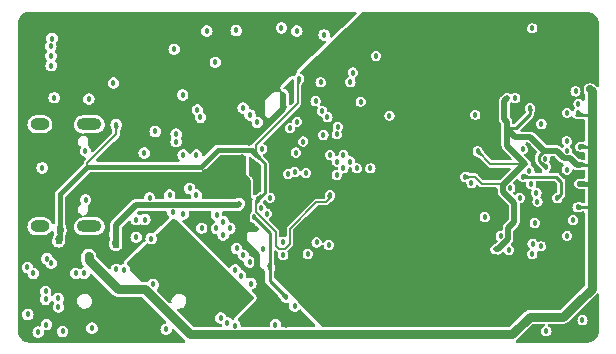
<source format=gbr>
%TF.GenerationSoftware,KiCad,Pcbnew,7.0.2-0*%
%TF.CreationDate,2023-05-15T13:16:41+08:00*%
%TF.ProjectId,slimarm_carambola,736c696d-6172-46d5-9f63-6172616d626f,rev?*%
%TF.SameCoordinates,Original*%
%TF.FileFunction,Copper,L2,Inr*%
%TF.FilePolarity,Positive*%
%FSLAX46Y46*%
G04 Gerber Fmt 4.6, Leading zero omitted, Abs format (unit mm)*
G04 Created by KiCad (PCBNEW 7.0.2-0) date 2023-05-15 13:16:41*
%MOMM*%
%LPD*%
G01*
G04 APERTURE LIST*
%TA.AperFunction,ComponentPad*%
%ADD10O,2.100000X1.000000*%
%TD*%
%TA.AperFunction,ComponentPad*%
%ADD11O,1.600000X1.000000*%
%TD*%
%TA.AperFunction,ViaPad*%
%ADD12C,0.457200*%
%TD*%
%TA.AperFunction,ViaPad*%
%ADD13C,0.609600*%
%TD*%
%TA.AperFunction,Conductor*%
%ADD14C,0.254000*%
%TD*%
%TA.AperFunction,Conductor*%
%ADD15C,0.508000*%
%TD*%
%TA.AperFunction,Conductor*%
%ADD16C,0.127000*%
%TD*%
%TA.AperFunction,Conductor*%
%ADD17C,0.203200*%
%TD*%
%TA.AperFunction,Conductor*%
%ADD18C,0.381000*%
%TD*%
%TA.AperFunction,Conductor*%
%ADD19C,0.762000*%
%TD*%
%TA.AperFunction,Conductor*%
%ADD20C,0.635000*%
%TD*%
G04 APERTURE END LIST*
D10*
%TO.N,GND*%
%TO.C,J1*%
X21861000Y-23000000D03*
D11*
X17681000Y-23000000D03*
D10*
X21861000Y-31640000D03*
D11*
X17681000Y-31640000D03*
%TD*%
D12*
%TO.N,/DP*%
X34220700Y-35330700D03*
X25830000Y-31080000D03*
%TO.N,/DN*%
X26560000Y-31071900D03*
X34680000Y-35810000D03*
%TO.N,/USBD_FS_DP*%
X34910499Y-34084084D03*
X25830000Y-32560000D03*
%TO.N,/USBD_FS_DN*%
X35453018Y-34649522D03*
X27100000Y-32680000D03*
%TO.N,/SD_DET*%
X29807386Y-25587332D03*
%TO.N,Net-(U1C-PD5)*%
X34180000Y-40043900D03*
X36584389Y-33518151D03*
%TO.N,/DDR_CS*%
X39440371Y-22770529D03*
X59570000Y-31340000D03*
%TO.N,/DDR_DQM0*%
X42030000Y-22380000D03*
X44840000Y-21090000D03*
%TO.N,/DDR_WE*%
X57499750Y-28422114D03*
X42900000Y-23230000D03*
%TO.N,/DDR_D12*%
X54544202Y-22190000D03*
X47280000Y-22270000D03*
%TO.N,/DDR_D8*%
X44170000Y-18620000D03*
X63280000Y-21250000D03*
%TO.N,/DDR_D2*%
X45663159Y-26730338D03*
X58553460Y-25094167D03*
%TO.N,/DDR_DQM1*%
X57935000Y-20755000D03*
X41590000Y-21880000D03*
%TO.N,/DDR_RAS*%
X59810000Y-29550000D03*
X36510000Y-25100000D03*
%TO.N,/DDR_CKE*%
X41686782Y-23901499D03*
X54220000Y-27980000D03*
%TO.N,/DDR_D13*%
X62292313Y-24429649D03*
X43383837Y-25598555D03*
%TO.N,/DDR_D7*%
X43949522Y-26153018D03*
X62321847Y-25242510D03*
%TO.N,/DDR_D5*%
X62292313Y-26829950D03*
X44515207Y-26729926D03*
%TO.N,/DDR_A10*%
X55340000Y-30861400D03*
X38847130Y-23324591D03*
%TO.N,/DDR_CAS*%
X39978501Y-24455960D03*
X58291813Y-29230250D03*
%TO.N,/DDR_D15*%
X62300350Y-22021313D03*
X39350000Y-25390000D03*
%TO.N,/DDR_D11*%
X40210000Y-27120000D03*
X46130000Y-17210000D03*
%TO.N,/DDR_D6*%
X41445000Y-19445000D03*
X42818151Y-26153018D03*
X41024004Y-21024004D03*
X43970000Y-19420000D03*
%TO.N,/DDR_D9*%
X42820000Y-23850000D03*
X43383837Y-26718703D03*
%TO.N,/DDR_A11*%
X36390000Y-30100000D03*
X60120000Y-33330000D03*
%TO.N,/DDR_CLKP*%
X39250000Y-27050000D03*
X59250000Y-28060000D03*
%TO.N,/DDR_D10*%
X60140000Y-22960000D03*
X42241243Y-25598555D03*
%TO.N,/DDR_D1*%
X37175000Y-29205000D03*
X59130000Y-26950000D03*
%TO.N,Net-(U1A-PC1)*%
X59370000Y-14870000D03*
X35464241Y-22193220D03*
%TO.N,/DDR_A9*%
X59374202Y-33964202D03*
X36910000Y-30560000D03*
%TO.N,/DDR_A7*%
X41109870Y-32999870D03*
X57400000Y-33630000D03*
%TO.N,/DDR_A3*%
X56699649Y-32438686D03*
X42140000Y-33210000D03*
%TO.N,/DDR_A0*%
X62820339Y-31109661D03*
X38281445Y-34083837D03*
%TO.N,/DDR_A1*%
X40360000Y-33980000D03*
X59390000Y-33100000D03*
%TO.N,/DEBUG_TXD*%
X27440000Y-23600000D03*
X31810000Y-15110000D03*
X31010000Y-21780000D03*
X29207700Y-23820000D03*
%TO.N,/JTAG_TDI*%
X32635813Y-30678501D03*
X18610000Y-16400000D03*
%TO.N,/JTAG_TDO*%
X33201499Y-31244187D03*
%TO.N,/JTAG_RST*%
X23910000Y-19510000D03*
X33767184Y-31809872D03*
%TO.N,/DEBUG_RXD*%
X29207700Y-24470000D03*
X34294936Y-15054936D03*
X26510000Y-25430000D03*
X31270000Y-22410000D03*
%TO.N,/JTAG_TCK*%
X32629926Y-31809900D03*
X18620000Y-17200000D03*
%TO.N,/JTAG_TMS*%
X18705295Y-15738600D03*
X33190276Y-32375557D03*
%TO.N,/DDR_A8*%
X38281445Y-32952466D03*
X62308886Y-32431139D03*
%TO.N,Net-(U2-VREF)*%
X58550000Y-27430000D03*
X60560000Y-40510000D03*
X63620000Y-39580000D03*
X61500250Y-29238286D03*
%TO.N,Net-(U1A-PC2)*%
X41740000Y-15420000D03*
X34898555Y-21627534D03*
%TO.N,GND*%
X35620000Y-26350000D03*
X37910000Y-27920000D03*
X38130000Y-14830000D03*
X61639005Y-33459005D03*
X39430000Y-15110000D03*
X26560000Y-35550000D03*
X63380000Y-25650000D03*
X50960000Y-39850000D03*
X59130000Y-24850000D03*
X61800000Y-37650000D03*
X42840000Y-39860000D03*
X40640000Y-18930000D03*
X16660000Y-39100000D03*
X30938757Y-25598555D03*
X57490000Y-15080000D03*
X17870000Y-26680000D03*
X56620000Y-39860000D03*
X29040000Y-16640000D03*
X62300350Y-27638086D03*
X63010000Y-36850000D03*
X35970000Y-28720000D03*
X32533162Y-17743162D03*
X27730000Y-33590000D03*
X19250000Y-38460000D03*
X64510000Y-38050000D03*
X18270000Y-34370000D03*
X34330034Y-33506950D03*
X30938757Y-25598555D03*
X31830000Y-35310000D03*
X18640000Y-34760000D03*
X58310000Y-28420000D03*
X28370000Y-40350000D03*
X60740000Y-21180000D03*
X22090000Y-40260000D03*
X42890000Y-36970000D03*
X29773162Y-20503162D03*
X63730000Y-18720000D03*
X19220000Y-37745100D03*
X19595835Y-40533700D03*
X62304900Y-28434700D03*
X30130000Y-36820000D03*
X36090000Y-22840000D03*
X64060000Y-15260000D03*
X35540000Y-36480000D03*
X21830000Y-20850000D03*
X63380000Y-24120000D03*
X61670000Y-19620000D03*
X63810000Y-40720000D03*
X53730000Y-25820000D03*
X17524037Y-40597233D03*
X55650000Y-32800000D03*
X45470000Y-39720000D03*
X38950000Y-19840000D03*
X18630000Y-18020000D03*
X26550000Y-36110000D03*
X37620000Y-39950000D03*
X63050000Y-35670000D03*
X39266838Y-38376838D03*
X32391219Y-39025102D03*
X64380000Y-17070000D03*
X18890000Y-20750000D03*
X30890000Y-33380000D03*
X58730000Y-21110000D03*
%TO.N,+5V*%
X18160000Y-37150000D03*
X18230000Y-39950000D03*
X17110000Y-35610000D03*
X18160000Y-37820000D03*
X21550000Y-29390000D03*
X16620000Y-35120000D03*
X21420000Y-35610000D03*
X24840000Y-35300000D03*
X21530000Y-25260000D03*
X20740000Y-35610000D03*
X24150000Y-35290000D03*
%TO.N,/DDR_D0*%
X42818151Y-27284389D03*
X60450000Y-25910000D03*
%TO.N,/3v3*%
X34898556Y-32941243D03*
X33268676Y-18468676D03*
X26320000Y-14780000D03*
X38287056Y-20480000D03*
X23910000Y-21350000D03*
X38509000Y-40006400D03*
X16540000Y-16610000D03*
X34143676Y-17593676D03*
D13*
X20140000Y-36281829D03*
X19270000Y-36269900D03*
D12*
X32318676Y-19418676D03*
X36018703Y-31821095D03*
X35498426Y-35768283D03*
X37710000Y-16800000D03*
X36890000Y-15110000D03*
X36290000Y-16560000D03*
X26310000Y-15810000D03*
X34780000Y-25800000D03*
X25980000Y-24690000D03*
X35390000Y-24580000D03*
%TO.N,/1v8_CPUMEM*%
X33540000Y-39808600D03*
D13*
X19267500Y-32867710D03*
D12*
X35980000Y-25570000D03*
X42252468Y-28992668D03*
X39640000Y-19160000D03*
X36170000Y-29340000D03*
D13*
X19390000Y-31970000D03*
D12*
X24140000Y-23030000D03*
%TO.N,/1v8_DDR*%
X63440000Y-24900000D03*
X57220000Y-20790000D03*
X63137900Y-38130000D03*
X56280000Y-33560000D03*
X64330000Y-26210000D03*
X64300000Y-31570000D03*
X63200000Y-22080000D03*
X59180000Y-21610000D03*
X63360000Y-28020000D03*
X58740000Y-39700000D03*
D13*
X22150000Y-34763000D03*
D12*
X63030000Y-20200000D03*
X60520000Y-26600000D03*
D13*
X21810000Y-34140000D03*
D12*
X64280000Y-34640000D03*
X30380000Y-40780000D03*
X64280000Y-27330000D03*
X63200000Y-30030000D03*
X53690000Y-27460000D03*
X64280000Y-20000000D03*
X63410000Y-26430000D03*
X64390000Y-22730000D03*
X58790000Y-26350000D03*
X54750000Y-25290000D03*
D13*
%TO.N,/1v0_CPUCORE*%
X24110000Y-33190000D03*
D12*
X37150074Y-35203985D03*
X38503162Y-37633162D03*
D13*
X24090000Y-32330000D03*
D12*
X35800000Y-30850000D03*
X27260000Y-36560000D03*
X34540000Y-29710000D03*
%TO.N,/DDR_CLKN*%
X59720000Y-28810000D03*
X38688236Y-27208525D03*
%TO.N,Net-(SW1-A)*%
X33000000Y-39390000D03*
X31376337Y-31796342D03*
%TO.N,/MCI0_CDA*%
X30938757Y-28981445D03*
%TO.N,/MCI0_CK*%
X30361849Y-28426982D03*
%TO.N,/MCI0_DA2*%
X28920000Y-30439100D03*
%TO.N,/MCI0_DA0*%
X28669968Y-28981473D03*
%TO.N,/MCI0_DA1*%
X29810000Y-30600000D03*
%TO.N,/MCI0_DA3*%
X26970000Y-29220900D03*
%TD*%
D14*
%TO.N,Net-(U2-VREF)*%
X59329900Y-27432600D02*
X59332500Y-27430000D01*
X61409764Y-27430000D02*
X61822300Y-27842536D01*
X58930100Y-27432600D02*
X59329900Y-27432600D01*
X59332500Y-27430000D02*
X61409764Y-27430000D01*
X58550000Y-27430000D02*
X58927500Y-27430000D01*
X58927500Y-27430000D02*
X58930100Y-27432600D01*
X61822300Y-27842536D02*
X61822300Y-28916236D01*
X61822300Y-28916236D02*
X61500250Y-29238286D01*
D15*
%TO.N,/3v3*%
X35270000Y-30517895D02*
X35190400Y-30597495D01*
X35390000Y-24580000D02*
X38287056Y-21682944D01*
X31380000Y-27350000D02*
X31660000Y-27070000D01*
X20190000Y-29620000D02*
X22460000Y-27350000D01*
X20190000Y-34800000D02*
X19270000Y-35720000D01*
D16*
X20190000Y-31660000D02*
X20190000Y-31470000D01*
D15*
X35190400Y-30597495D02*
X35190400Y-31099600D01*
X20190000Y-31660000D02*
X20190000Y-29620000D01*
X38287056Y-21682944D02*
X38287056Y-20480000D01*
X36062618Y-34105305D02*
X34960000Y-33002687D01*
X19270000Y-35720000D02*
X19270000Y-36269900D01*
X31660000Y-27070000D02*
X33070000Y-27070000D01*
X35270000Y-27810000D02*
X35270000Y-30517895D01*
X20151929Y-36269900D02*
X20190000Y-36231829D01*
X33070000Y-27070000D02*
X34530000Y-27070000D01*
X36018703Y-31821095D02*
X35451095Y-31821095D01*
X22460000Y-27350000D02*
X31380000Y-27350000D01*
X33510000Y-27070000D02*
X33070000Y-27070000D01*
X34960000Y-31330000D02*
X34898556Y-31391444D01*
X35190400Y-31099600D02*
X34960000Y-31330000D01*
X34780000Y-25800000D02*
X33510000Y-27070000D01*
X36062618Y-35204091D02*
X36062618Y-34105305D01*
X34960000Y-33002687D02*
X34960000Y-31330000D01*
X34530000Y-27070000D02*
X35270000Y-27810000D01*
X35498426Y-35768283D02*
X36062618Y-35204091D01*
X19270000Y-36269900D02*
X20151929Y-36269900D01*
X34898556Y-31391444D02*
X34898556Y-32941243D01*
X35451095Y-31821095D02*
X34960000Y-31330000D01*
X20190000Y-31660000D02*
X20190000Y-34800000D01*
D16*
%TO.N,/1v8_CPUMEM*%
X37660000Y-33260000D02*
X37660000Y-32080000D01*
X24140000Y-23030000D02*
X24140000Y-23820000D01*
D17*
X39520000Y-19280000D02*
X39640000Y-19160000D01*
D16*
X37920000Y-33520000D02*
X37660000Y-33260000D01*
D18*
X32731776Y-25190000D02*
X35600000Y-25190000D01*
D16*
X35970900Y-30390900D02*
X35970900Y-29539100D01*
X42252468Y-29217532D02*
X41900000Y-29570000D01*
X38420000Y-33520000D02*
X37920000Y-33520000D01*
D17*
X39520000Y-21190000D02*
X39520000Y-19280000D01*
X35980000Y-24730000D02*
X39520000Y-21190000D01*
D18*
X19390000Y-28930000D02*
X21710000Y-26610000D01*
D14*
X36710000Y-28800000D02*
X36710000Y-26300000D01*
D16*
X42252468Y-28992668D02*
X42252468Y-29217532D01*
X38840000Y-31820000D02*
X38840000Y-33100000D01*
X35970900Y-29539100D02*
X36170000Y-29340000D01*
D14*
X35980000Y-25570000D02*
X36710000Y-26300000D01*
D16*
X41090000Y-29570000D02*
X38840000Y-31820000D01*
D18*
X21710000Y-26610000D02*
X31311776Y-26610000D01*
D14*
X36170000Y-29340000D02*
X36710000Y-28800000D01*
D16*
X24140000Y-23820000D02*
X21710000Y-26250000D01*
D18*
X31311776Y-26610000D02*
X32731776Y-25190000D01*
X19390000Y-31970000D02*
X19390000Y-28930000D01*
D17*
X35980000Y-25570000D02*
X35980000Y-24730000D01*
D16*
X41900000Y-29570000D02*
X41090000Y-29570000D01*
D18*
X35600000Y-25190000D02*
X35980000Y-25570000D01*
X19267500Y-32867710D02*
X19390000Y-32745210D01*
D16*
X38840000Y-33100000D02*
X38420000Y-33520000D01*
D18*
X19390000Y-32745210D02*
X19390000Y-31970000D01*
D16*
X21710000Y-26250000D02*
X21710000Y-26610000D01*
X37660000Y-32080000D02*
X35970900Y-30390900D01*
D15*
%TO.N,/1v8_DDR*%
X57220000Y-20790000D02*
X57010000Y-21000000D01*
D16*
X56280000Y-33560000D02*
X56340000Y-33560000D01*
D19*
X21810000Y-34480000D02*
X21810000Y-34160000D01*
D15*
X60382105Y-25240000D02*
X61450000Y-25240000D01*
D18*
X64390000Y-28030000D02*
X63370000Y-28030000D01*
D15*
X56890150Y-28690692D02*
X57840000Y-29640542D01*
D16*
X64230000Y-20050000D02*
X64280000Y-20000000D01*
D14*
X60457500Y-26600000D02*
X59967400Y-26109900D01*
X59967400Y-26109900D02*
X59967400Y-25654705D01*
D19*
X64390000Y-24890000D02*
X64390000Y-26330000D01*
D15*
X58770000Y-26350000D02*
X58790000Y-26350000D01*
X57220000Y-22790000D02*
X57220000Y-24800000D01*
D14*
X57220000Y-23060000D02*
X57220000Y-23390000D01*
D20*
X21810000Y-34140000D02*
X21810000Y-34160000D01*
D16*
X64380000Y-30030000D02*
X64390000Y-30040000D01*
D19*
X64390000Y-20210000D02*
X64390000Y-22190000D01*
D14*
X63440000Y-24900000D02*
X64380000Y-24900000D01*
D15*
X62592110Y-25852110D02*
X63170000Y-26430000D01*
D14*
X57270000Y-23340000D02*
X57990000Y-23340000D01*
D15*
X57230000Y-23390000D02*
X57910000Y-24070000D01*
X57840000Y-31240000D02*
X57309249Y-31770751D01*
D19*
X64390000Y-36910000D02*
X63170000Y-38130000D01*
X62010000Y-39290000D02*
X59150000Y-39290000D01*
D14*
X57990000Y-23340000D02*
X59180000Y-22150000D01*
D15*
X63170000Y-26430000D02*
X63410000Y-26430000D01*
D17*
X53690000Y-27460000D02*
X54520000Y-27460000D01*
D14*
X63410000Y-26430000D02*
X64290000Y-26430000D01*
D15*
X57910000Y-24070000D02*
X59212105Y-24070000D01*
X57220000Y-23390000D02*
X57230000Y-23390000D01*
D17*
X55090000Y-28030000D02*
X57100000Y-28030000D01*
D18*
X63370000Y-28030000D02*
X63360000Y-28020000D01*
D15*
X57010000Y-22580000D02*
X57220000Y-22790000D01*
D17*
X58640000Y-26350000D02*
X58790000Y-26350000D01*
D15*
X59212105Y-24070000D02*
X60382105Y-25240000D01*
X57120000Y-27890000D02*
X56890150Y-28119850D01*
D19*
X64300000Y-20120000D02*
X64390000Y-20210000D01*
D17*
X54750000Y-25290000D02*
X55810000Y-26350000D01*
X55810000Y-26350000D02*
X58790000Y-26350000D01*
D16*
X64290000Y-26430000D02*
X64390000Y-26330000D01*
D14*
X63200000Y-30030000D02*
X64380000Y-30030000D01*
D15*
X58640000Y-26370000D02*
X58640000Y-26350000D01*
X57840000Y-29640542D02*
X57840000Y-31240000D01*
X57010000Y-21000000D02*
X57010000Y-22580000D01*
D19*
X64390000Y-22190000D02*
X64390000Y-24890000D01*
D14*
X59967400Y-25654705D02*
X60382105Y-25240000D01*
D15*
X57120000Y-27890000D02*
X58640000Y-26370000D01*
D19*
X59150000Y-39290000D02*
X57660000Y-40780000D01*
D17*
X54520000Y-27460000D02*
X55090000Y-28030000D01*
D19*
X24290000Y-36960000D02*
X21810000Y-34480000D01*
X63170000Y-38130000D02*
X63137900Y-38130000D01*
X64390000Y-28030000D02*
X64390000Y-30040000D01*
D14*
X63090000Y-22190000D02*
X64390000Y-22190000D01*
D15*
X62062110Y-25852110D02*
X62592110Y-25852110D01*
D16*
X64380000Y-24900000D02*
X64390000Y-24890000D01*
D19*
X26560000Y-36960000D02*
X24290000Y-36960000D01*
D15*
X61450000Y-25240000D02*
X62062110Y-25852110D01*
D19*
X64390000Y-26330000D02*
X64390000Y-28030000D01*
D15*
X57309249Y-32691191D02*
X56440440Y-33560000D01*
D19*
X64390000Y-30040000D02*
X64390000Y-36910000D01*
X30380000Y-40780000D02*
X26560000Y-36960000D01*
D16*
X57220000Y-22790000D02*
X57220000Y-23060000D01*
D15*
X57220000Y-24800000D02*
X58770000Y-26350000D01*
X56440440Y-33560000D02*
X56280000Y-33560000D01*
D14*
X57220000Y-23390000D02*
X57270000Y-23340000D01*
X59180000Y-22150000D02*
X59180000Y-21610000D01*
D19*
X57660000Y-40780000D02*
X30380000Y-40780000D01*
D20*
X64300000Y-20120000D02*
X64230000Y-20050000D01*
D15*
X57100000Y-27890000D02*
X57120000Y-27890000D01*
X57309249Y-31770751D02*
X57309249Y-32691191D01*
D14*
X60520000Y-26600000D02*
X60457500Y-26600000D01*
D15*
X56890150Y-28119850D02*
X56890150Y-28690692D01*
D19*
X63170000Y-38130000D02*
X62010000Y-39290000D01*
D14*
%TO.N,/1v0_CPUCORE*%
X37149232Y-34960000D02*
X37149232Y-32199232D01*
X37149232Y-35203143D02*
X37149232Y-34960000D01*
D15*
X34420000Y-29830000D02*
X34540000Y-29710000D01*
D14*
X37149232Y-32199232D02*
X35800000Y-30850000D01*
X37150074Y-35203985D02*
X37149232Y-35203143D01*
X37149232Y-36279232D02*
X38503162Y-37633162D01*
X37149232Y-34960000D02*
X37149232Y-36279232D01*
D15*
X24110000Y-31540000D02*
X25820000Y-29830000D01*
X24110000Y-33190000D02*
X24110000Y-31540000D01*
X25820000Y-29830000D02*
X34420000Y-29830000D01*
%TD*%
%TA.AperFunction,Conductor*%
%TO.N,GND*%
G36*
X29064492Y-30977706D02*
G01*
X29105379Y-31004627D01*
X35725920Y-37566837D01*
X35743931Y-37584689D01*
X35777687Y-37645863D01*
X35773011Y-37715576D01*
X35746689Y-37758004D01*
X34094722Y-39503039D01*
X34034339Y-39538191D01*
X33964537Y-39535117D01*
X33910959Y-39498994D01*
X33859619Y-39439744D01*
X33742750Y-39364637D01*
X33609459Y-39325500D01*
X33581329Y-39325500D01*
X33514290Y-39305815D01*
X33468535Y-39253012D01*
X33410588Y-39126129D01*
X33319619Y-39021144D01*
X33202750Y-38946037D01*
X33069459Y-38906900D01*
X32930541Y-38906900D01*
X32797249Y-38946037D01*
X32680380Y-39021144D01*
X32589411Y-39126129D01*
X32531701Y-39252494D01*
X32511932Y-39390000D01*
X32531701Y-39527505D01*
X32589411Y-39653870D01*
X32680380Y-39758855D01*
X32680382Y-39758856D01*
X32680383Y-39758857D01*
X32797249Y-39833962D01*
X32930541Y-39873100D01*
X32958671Y-39873100D01*
X33025710Y-39892785D01*
X33071464Y-39945586D01*
X33082151Y-39968986D01*
X33092096Y-40038145D01*
X33063073Y-40101701D01*
X33004295Y-40139476D01*
X32969358Y-40144500D01*
X30694594Y-40144500D01*
X30627555Y-40124815D01*
X30606913Y-40108181D01*
X29307913Y-38809181D01*
X29274428Y-38747858D01*
X29279412Y-38678166D01*
X29321284Y-38622233D01*
X29386748Y-38597816D01*
X29395594Y-38597500D01*
X29485582Y-38597500D01*
X29489476Y-38597500D01*
X29607293Y-38582616D01*
X29754703Y-38524253D01*
X29882967Y-38431063D01*
X29984026Y-38308903D01*
X30051531Y-38165449D01*
X30081239Y-38009714D01*
X30071284Y-37851484D01*
X30022291Y-37700700D01*
X29937340Y-37566838D01*
X29821767Y-37458307D01*
X29744351Y-37415747D01*
X29682831Y-37381926D01*
X29529274Y-37342500D01*
X29529272Y-37342500D01*
X29410524Y-37342500D01*
X29406665Y-37342987D01*
X29406657Y-37342988D01*
X29292710Y-37357383D01*
X29292707Y-37357383D01*
X29292707Y-37357384D01*
X29245288Y-37376158D01*
X29145296Y-37415747D01*
X29017033Y-37508936D01*
X28915974Y-37631096D01*
X28848469Y-37774551D01*
X28818760Y-37930288D01*
X28824322Y-38018686D01*
X28808886Y-38086829D01*
X28759059Y-38135810D01*
X28690661Y-38150076D01*
X28625409Y-38125099D01*
X28612886Y-38114153D01*
X27590674Y-37091941D01*
X27557189Y-37030618D01*
X27562173Y-36960926D01*
X27584640Y-36923059D01*
X27670589Y-36823869D01*
X27728298Y-36697505D01*
X27748068Y-36560000D01*
X27728298Y-36422495D01*
X27698343Y-36356904D01*
X27670588Y-36296129D01*
X27579619Y-36191144D01*
X27462750Y-36116037D01*
X27329459Y-36076900D01*
X27190541Y-36076900D01*
X27057249Y-36116037D01*
X26940382Y-36191142D01*
X26844001Y-36302374D01*
X26785223Y-36340148D01*
X26730890Y-36343644D01*
X26694789Y-36337926D01*
X26683350Y-36335558D01*
X26640282Y-36324500D01*
X26640281Y-36324500D01*
X26619774Y-36324500D01*
X26600375Y-36322973D01*
X26580122Y-36319765D01*
X26580121Y-36319765D01*
X26546185Y-36322973D01*
X26535849Y-36323950D01*
X26524180Y-36324500D01*
X26270226Y-36324500D01*
X26203187Y-36304815D01*
X26178788Y-36284256D01*
X25360824Y-35391261D01*
X25330058Y-35328530D01*
X25329835Y-35312292D01*
X25308298Y-35162494D01*
X25250588Y-35036129D01*
X25159618Y-34931144D01*
X25159617Y-34931143D01*
X25072369Y-34875072D01*
X25026615Y-34822269D01*
X25016671Y-34753110D01*
X25045696Y-34689555D01*
X25054080Y-34680785D01*
X26706632Y-33113710D01*
X26768818Y-33081867D01*
X26838353Y-33088699D01*
X26858985Y-33099371D01*
X26897249Y-33123962D01*
X27030541Y-33163100D01*
X27169459Y-33163100D01*
X27302751Y-33123962D01*
X27419617Y-33048857D01*
X27424606Y-33043100D01*
X27510588Y-32943870D01*
X27510587Y-32943870D01*
X27510589Y-32943869D01*
X27568298Y-32817505D01*
X27588068Y-32680000D01*
X27568298Y-32542495D01*
X27526727Y-32451469D01*
X27516784Y-32382313D01*
X27545808Y-32318757D01*
X27554181Y-32310000D01*
X28932769Y-31002718D01*
X28994957Y-30970874D01*
X29064492Y-30977706D01*
G37*
%TD.AperFunction*%
%TD*%
%TA.AperFunction,Conductor*%
%TO.N,Net-(U2-VREF)*%
G36*
X59000757Y-27303491D02*
G01*
X59008035Y-27308706D01*
X59009800Y-27314885D01*
X59009800Y-27550186D01*
X59006373Y-27558459D01*
X59000605Y-27561615D01*
X58647008Y-27639110D01*
X58638193Y-27637533D01*
X58633712Y-27632202D01*
X58550894Y-27434521D01*
X58550858Y-27425566D01*
X58550894Y-27425479D01*
X58597227Y-27314885D01*
X58633661Y-27227917D01*
X58640018Y-27221612D01*
X58647106Y-27221045D01*
X59000757Y-27303491D01*
G37*
%TD.AperFunction*%
%TD*%
%TA.AperFunction,Conductor*%
%TO.N,/1v8_DDR*%
G36*
X63648098Y-29900927D02*
G01*
X63655404Y-29906105D01*
X63657200Y-29912335D01*
X63657200Y-30147664D01*
X63653773Y-30155937D01*
X63648098Y-30159072D01*
X63297069Y-30239015D01*
X63288241Y-30237511D01*
X63283681Y-30232129D01*
X63200893Y-30034520D01*
X63200858Y-30025566D01*
X63200894Y-30025479D01*
X63250905Y-29906105D01*
X63283681Y-29827869D01*
X63290037Y-29821565D01*
X63297067Y-29820984D01*
X63648098Y-29900927D01*
G37*
%TD.AperFunction*%
%TD*%
%TA.AperFunction,Conductor*%
%TO.N,/1v8_CPUMEM*%
G36*
X36410088Y-28933509D02*
G01*
X36576490Y-29099911D01*
X36579917Y-29108184D01*
X36578121Y-29114414D01*
X36386435Y-29419156D01*
X36379129Y-29424334D01*
X36372097Y-29423753D01*
X36173828Y-29342564D01*
X36167471Y-29336258D01*
X36086245Y-29137902D01*
X36086282Y-29128947D01*
X36090841Y-29123566D01*
X36395586Y-28931877D01*
X36404413Y-28930374D01*
X36410088Y-28933509D01*
G37*
%TD.AperFunction*%
%TD*%
%TA.AperFunction,Conductor*%
%TO.N,/1v8_CPUMEM*%
G36*
X24144510Y-23030889D02*
G01*
X24340587Y-23113035D01*
X24346892Y-23119391D01*
X24346930Y-23128165D01*
X24206440Y-23479840D01*
X24200189Y-23486252D01*
X24195575Y-23487200D01*
X24084425Y-23487200D01*
X24076152Y-23483773D01*
X24073560Y-23479841D01*
X24073560Y-23479840D01*
X23933069Y-23128164D01*
X23933182Y-23119211D01*
X23939411Y-23113035D01*
X24135479Y-23030893D01*
X24144434Y-23030858D01*
X24144510Y-23030889D01*
G37*
%TD.AperFunction*%
%TD*%
%TA.AperFunction,Conductor*%
%TO.N,/1v8_DDR*%
G36*
X60268933Y-26227916D02*
G01*
X60540944Y-26357181D01*
X60597479Y-26384048D01*
X60603480Y-26390694D01*
X60603284Y-26399049D01*
X60521608Y-26598505D01*
X60519018Y-26602380D01*
X60367754Y-26752327D01*
X60359466Y-26755718D01*
X60351208Y-26752255D01*
X60350266Y-26751181D01*
X60088170Y-26412124D01*
X60085823Y-26403484D01*
X60089154Y-26396698D01*
X60255642Y-26230210D01*
X60263914Y-26226784D01*
X60268933Y-26227916D01*
G37*
%TD.AperFunction*%
%TD*%
%TA.AperFunction,Conductor*%
%TO.N,/1v0_CPUCORE*%
G36*
X36011052Y-30766282D02*
G01*
X36016435Y-30770843D01*
X36208121Y-31075585D01*
X36209625Y-31084413D01*
X36206490Y-31090088D01*
X36040088Y-31256490D01*
X36031815Y-31259917D01*
X36025585Y-31258121D01*
X35767198Y-31095592D01*
X35720842Y-31066434D01*
X35715665Y-31059129D01*
X35716246Y-31052097D01*
X35797436Y-30853826D01*
X35803740Y-30847471D01*
X36002097Y-30766246D01*
X36011052Y-30766282D01*
G37*
%TD.AperFunction*%
%TD*%
%TA.AperFunction,Conductor*%
%TO.N,/1v8_CPUMEM*%
G36*
X36173390Y-29342412D02*
G01*
X36173436Y-29342457D01*
X36181525Y-29350596D01*
X36321956Y-29491896D01*
X36325357Y-29500180D01*
X36321905Y-29508443D01*
X36320474Y-29509653D01*
X36037456Y-29712540D01*
X36030639Y-29714731D01*
X35920209Y-29714731D01*
X35911936Y-29711304D01*
X35908509Y-29703031D01*
X35908557Y-29701974D01*
X35926007Y-29509653D01*
X35940438Y-29350594D01*
X35944598Y-29342666D01*
X35952037Y-29339953D01*
X36165103Y-29339021D01*
X36173390Y-29342412D01*
G37*
%TD.AperFunction*%
%TD*%
%TA.AperFunction,Conductor*%
%TO.N,/1v8_DDR*%
G36*
X63888098Y-24770927D02*
G01*
X63895404Y-24776105D01*
X63897200Y-24782335D01*
X63897200Y-25017664D01*
X63893773Y-25025937D01*
X63888098Y-25029072D01*
X63537069Y-25109015D01*
X63528241Y-25107511D01*
X63523681Y-25102129D01*
X63440894Y-24904520D01*
X63440858Y-24895565D01*
X63440894Y-24895478D01*
X63523681Y-24697869D01*
X63530037Y-24691565D01*
X63537067Y-24690984D01*
X63888098Y-24770927D01*
G37*
%TD.AperFunction*%
%TD*%
%TA.AperFunction,Conductor*%
%TO.N,/1v8_CPUMEM*%
G36*
X39643390Y-19162412D02*
G01*
X39643436Y-19162457D01*
X39652765Y-19171844D01*
X39794737Y-19314694D01*
X39798138Y-19322978D01*
X39796013Y-19329665D01*
X39685191Y-19487501D01*
X39629678Y-19566567D01*
X39625095Y-19573094D01*
X39617537Y-19577896D01*
X39615520Y-19578071D01*
X39429905Y-19578071D01*
X39421632Y-19574644D01*
X39418207Y-19566567D01*
X39414240Y-19329665D01*
X39411598Y-19171843D01*
X39414886Y-19163515D01*
X39423100Y-19159950D01*
X39423225Y-19159948D01*
X39635103Y-19159021D01*
X39643390Y-19162412D01*
G37*
%TD.AperFunction*%
%TD*%
%TA.AperFunction,Conductor*%
%TO.N,/1v8_DDR*%
G36*
X59184510Y-21610889D02*
G01*
X59382129Y-21693681D01*
X59388434Y-21700037D01*
X59389015Y-21707069D01*
X59309073Y-22058098D01*
X59303895Y-22065404D01*
X59297665Y-22067200D01*
X59062335Y-22067200D01*
X59054062Y-22063773D01*
X59050927Y-22058098D01*
X58970984Y-21707067D01*
X58972488Y-21698241D01*
X58977868Y-21693682D01*
X59175479Y-21610893D01*
X59184434Y-21610858D01*
X59184510Y-21610889D01*
G37*
%TD.AperFunction*%
%TD*%
%TA.AperFunction,Conductor*%
%TO.N,/1v8_DDR*%
G36*
X63858098Y-26300927D02*
G01*
X63865404Y-26306105D01*
X63867200Y-26312335D01*
X63867200Y-26547664D01*
X63863773Y-26555937D01*
X63858098Y-26559072D01*
X63507069Y-26639015D01*
X63498241Y-26637511D01*
X63493681Y-26632129D01*
X63410893Y-26434520D01*
X63410858Y-26425566D01*
X63410894Y-26425479D01*
X63460905Y-26306105D01*
X63493681Y-26227869D01*
X63500037Y-26221565D01*
X63507067Y-26220984D01*
X63858098Y-26300927D01*
G37*
%TD.AperFunction*%
%TD*%
%TA.AperFunction,Conductor*%
%TO.N,/1v8_CPUMEM*%
G36*
X36191052Y-25486282D02*
G01*
X36196435Y-25490843D01*
X36388121Y-25795585D01*
X36389625Y-25804413D01*
X36386490Y-25810088D01*
X36220088Y-25976490D01*
X36211815Y-25979917D01*
X36205585Y-25978121D01*
X35947198Y-25815592D01*
X35900842Y-25786434D01*
X35895665Y-25779129D01*
X35896246Y-25772097D01*
X35977436Y-25573826D01*
X35983740Y-25567471D01*
X36182097Y-25486246D01*
X36191052Y-25486282D01*
G37*
%TD.AperFunction*%
%TD*%
%TA.AperFunction,Conductor*%
%TO.N,/1v8_DDR*%
G36*
X58701364Y-26142718D02*
G01*
X58706574Y-26148480D01*
X58789105Y-26345479D01*
X58789141Y-26354434D01*
X58789105Y-26354521D01*
X58706574Y-26551519D01*
X58700217Y-26557825D01*
X58692458Y-26558216D01*
X58341175Y-26454082D01*
X58334217Y-26448445D01*
X58332800Y-26442864D01*
X58332800Y-26257135D01*
X58336227Y-26248862D01*
X58341173Y-26245917D01*
X58692459Y-26141783D01*
X58701364Y-26142718D01*
G37*
%TD.AperFunction*%
%TD*%
%TA.AperFunction,Conductor*%
%TO.N,/3v3*%
G36*
X44470694Y-13482185D02*
G01*
X44516449Y-13534989D01*
X44526393Y-13604147D01*
X44497368Y-13667703D01*
X44488650Y-13676786D01*
X43713811Y-14406156D01*
X43421786Y-14681044D01*
X43221051Y-14869999D01*
X42422290Y-15621883D01*
X42359983Y-15653499D01*
X42290474Y-15646411D01*
X42235831Y-15602869D01*
X42213403Y-15536697D01*
X42214559Y-15513955D01*
X42228068Y-15420000D01*
X42208298Y-15282495D01*
X42192318Y-15247505D01*
X42150588Y-15156129D01*
X42059619Y-15051144D01*
X41942750Y-14976037D01*
X41809459Y-14936900D01*
X41670541Y-14936900D01*
X41537249Y-14976037D01*
X41420380Y-15051144D01*
X41329411Y-15156129D01*
X41271701Y-15282494D01*
X41251932Y-15420000D01*
X41271701Y-15557505D01*
X41329411Y-15683870D01*
X41420380Y-15788855D01*
X41537249Y-15863962D01*
X41670541Y-15903100D01*
X41810899Y-15903100D01*
X41877938Y-15922785D01*
X41923693Y-15975589D01*
X41933637Y-16044747D01*
X41904612Y-16108303D01*
X41895892Y-16117389D01*
X41137640Y-16831143D01*
X40935900Y-17021044D01*
X40735165Y-17209999D01*
X39531024Y-18343473D01*
X39531016Y-18343480D01*
X39528848Y-18345522D01*
X39495814Y-18383277D01*
X39494067Y-18385712D01*
X39494062Y-18385720D01*
X39468783Y-18420980D01*
X39468768Y-18421000D01*
X39468018Y-18422048D01*
X39467302Y-18423143D01*
X39467295Y-18423154D01*
X39455744Y-18440831D01*
X39422060Y-18536312D01*
X39412508Y-18602741D01*
X39412506Y-18602759D01*
X39412116Y-18605473D01*
X39411969Y-18608211D01*
X39411967Y-18608233D01*
X39411337Y-18619999D01*
X39408684Y-18669469D01*
X39404607Y-18669250D01*
X39402557Y-18707357D01*
X39361678Y-18764020D01*
X39352671Y-18770392D01*
X39320383Y-18791142D01*
X39245777Y-18877243D01*
X39186998Y-18915017D01*
X39139486Y-18919400D01*
X39087304Y-18914079D01*
X39087293Y-18914078D01*
X39084534Y-18913797D01*
X39081761Y-18913762D01*
X39081750Y-18913762D01*
X39038284Y-18913223D01*
X38940789Y-18940543D01*
X38878481Y-18972159D01*
X38818045Y-19014611D01*
X38437850Y-19372495D01*
X38159097Y-19634889D01*
X38156857Y-19637529D01*
X38156849Y-19637538D01*
X38123787Y-19676513D01*
X38121536Y-19679167D01*
X38119602Y-19682046D01*
X38119595Y-19682056D01*
X38091812Y-19723425D01*
X38091795Y-19723451D01*
X38090799Y-19724935D01*
X38089883Y-19726486D01*
X38089873Y-19726504D01*
X38075371Y-19751093D01*
X38047589Y-19848455D01*
X38042119Y-19915333D01*
X38042118Y-19915353D01*
X38041894Y-19918095D01*
X38041915Y-19920861D01*
X38041915Y-19920864D01*
X38042246Y-19964351D01*
X38042246Y-19964354D01*
X38042247Y-19964355D01*
X38070886Y-20059200D01*
X38071516Y-20061287D01*
X38100385Y-20115463D01*
X38114539Y-20183884D01*
X38099970Y-20221758D01*
X38110671Y-20215067D01*
X38180535Y-20215931D01*
X38204669Y-20226248D01*
X38206696Y-20227382D01*
X38206701Y-20227386D01*
X38267679Y-20261496D01*
X38336619Y-20288014D01*
X38342059Y-20289255D01*
X38376464Y-20302757D01*
X38395846Y-20313948D01*
X38424739Y-20336990D01*
X38439955Y-20353389D01*
X38460777Y-20383930D01*
X38470480Y-20404079D01*
X38481373Y-20439393D01*
X38483870Y-20455955D01*
X38485256Y-20474441D01*
X38485256Y-21234123D01*
X38485425Y-21243596D01*
X38485734Y-21252221D01*
X38494622Y-21296900D01*
X38501934Y-21333656D01*
X38526351Y-21399120D01*
X38527540Y-21401605D01*
X38546314Y-21440845D01*
X38571519Y-21468907D01*
X38601672Y-21531936D01*
X38592962Y-21601261D01*
X38566949Y-21639448D01*
X35763407Y-24442990D01*
X35743554Y-24459114D01*
X35735484Y-24464386D01*
X35717289Y-24487763D01*
X35707433Y-24498925D01*
X35695954Y-24515001D01*
X35692899Y-24519098D01*
X35657823Y-24564167D01*
X35641530Y-24618892D01*
X35639968Y-24623768D01*
X35627098Y-24661260D01*
X35586714Y-24718276D01*
X35521915Y-24744408D01*
X35509816Y-24745000D01*
X32763723Y-24745000D01*
X32749839Y-24744220D01*
X32714948Y-24740288D01*
X32659523Y-24750775D01*
X32654954Y-24751552D01*
X32593102Y-24760875D01*
X32588533Y-24762378D01*
X32533240Y-24791600D01*
X32529105Y-24793687D01*
X32472779Y-24820813D01*
X32468845Y-24823604D01*
X32424637Y-24867812D01*
X32421300Y-24871027D01*
X32375454Y-24913567D01*
X32364147Y-24928302D01*
X31635561Y-25656888D01*
X31574238Y-25690373D01*
X31504546Y-25685389D01*
X31448613Y-25643517D01*
X31425142Y-25586854D01*
X31407055Y-25461050D01*
X31401929Y-25449826D01*
X31349345Y-25334684D01*
X31258376Y-25229699D01*
X31141507Y-25154592D01*
X31008216Y-25115455D01*
X30869298Y-25115455D01*
X30736006Y-25154592D01*
X30619137Y-25229699D01*
X30528168Y-25334684D01*
X30488428Y-25421702D01*
X30442673Y-25474506D01*
X30375633Y-25494190D01*
X30308594Y-25474505D01*
X30262840Y-25421702D01*
X30223100Y-25334686D01*
X30217975Y-25323463D01*
X30217974Y-25323462D01*
X30217974Y-25323461D01*
X30127005Y-25218476D01*
X30010136Y-25143369D01*
X29876845Y-25104232D01*
X29737927Y-25104232D01*
X29604635Y-25143369D01*
X29487766Y-25218476D01*
X29396797Y-25323461D01*
X29339087Y-25449826D01*
X29319318Y-25587332D01*
X29339087Y-25724837D01*
X29396797Y-25851202D01*
X29490895Y-25959798D01*
X29519920Y-26023354D01*
X29509976Y-26092512D01*
X29464221Y-26145316D01*
X29397182Y-26165000D01*
X22544082Y-26165000D01*
X22477043Y-26145315D01*
X22431288Y-26092511D01*
X22421344Y-26023353D01*
X22450369Y-25959797D01*
X22456401Y-25953319D01*
X22915530Y-25494190D01*
X22979720Y-25430000D01*
X26021932Y-25430000D01*
X26041701Y-25567505D01*
X26099411Y-25693870D01*
X26190380Y-25798855D01*
X26190382Y-25798856D01*
X26190383Y-25798857D01*
X26307249Y-25873962D01*
X26440541Y-25913100D01*
X26579459Y-25913100D01*
X26712751Y-25873962D01*
X26829617Y-25798857D01*
X26848782Y-25776740D01*
X26920588Y-25693870D01*
X26920587Y-25693870D01*
X26920589Y-25693869D01*
X26978298Y-25567505D01*
X26998068Y-25430000D01*
X26978298Y-25292495D01*
X26976179Y-25287856D01*
X26920588Y-25166129D01*
X26829619Y-25061144D01*
X26712750Y-24986037D01*
X26579459Y-24946900D01*
X26440541Y-24946900D01*
X26307249Y-24986037D01*
X26190380Y-25061144D01*
X26099411Y-25166129D01*
X26041701Y-25292494D01*
X26021932Y-25430000D01*
X22979720Y-25430000D01*
X23939719Y-24470000D01*
X28719632Y-24470000D01*
X28739401Y-24607505D01*
X28797111Y-24733870D01*
X28888080Y-24838855D01*
X28888082Y-24838856D01*
X28888083Y-24838857D01*
X29004949Y-24913962D01*
X29138241Y-24953100D01*
X29277159Y-24953100D01*
X29410451Y-24913962D01*
X29527317Y-24838857D01*
X29533182Y-24832089D01*
X29618288Y-24733870D01*
X29618287Y-24733870D01*
X29618289Y-24733869D01*
X29675998Y-24607505D01*
X29695768Y-24470000D01*
X29675998Y-24332495D01*
X29644176Y-24262816D01*
X29613896Y-24196512D01*
X29603952Y-24127354D01*
X29613896Y-24093488D01*
X29632888Y-24051903D01*
X29675998Y-23957505D01*
X29695768Y-23820000D01*
X29675998Y-23682495D01*
X29654155Y-23634667D01*
X29618288Y-23556129D01*
X29527319Y-23451144D01*
X29410450Y-23376037D01*
X29277159Y-23336900D01*
X29138241Y-23336900D01*
X29004949Y-23376037D01*
X28888080Y-23451144D01*
X28797111Y-23556129D01*
X28739401Y-23682494D01*
X28719632Y-23820000D01*
X28739401Y-23957505D01*
X28801504Y-24093488D01*
X28811448Y-24162646D01*
X28801504Y-24196512D01*
X28739401Y-24332494D01*
X28719632Y-24470000D01*
X23939719Y-24470000D01*
X24351218Y-24058500D01*
X24359171Y-24051212D01*
X24387360Y-24027560D01*
X24405744Y-23995717D01*
X24411557Y-23986592D01*
X24432652Y-23956466D01*
X24432652Y-23956464D01*
X24433385Y-23955418D01*
X24443209Y-23931700D01*
X24443430Y-23930442D01*
X24443432Y-23930440D01*
X24449819Y-23894211D01*
X24452161Y-23883653D01*
X24457463Y-23863870D01*
X24461677Y-23848143D01*
X24458472Y-23811508D01*
X24458000Y-23800701D01*
X24458000Y-23600000D01*
X26951932Y-23600000D01*
X26971701Y-23737505D01*
X27029411Y-23863870D01*
X27120380Y-23968855D01*
X27120382Y-23968856D01*
X27120383Y-23968857D01*
X27237249Y-24043962D01*
X27370541Y-24083100D01*
X27509459Y-24083100D01*
X27642751Y-24043962D01*
X27759617Y-23968857D01*
X27769454Y-23957505D01*
X27850588Y-23863870D01*
X27850587Y-23863870D01*
X27850589Y-23863869D01*
X27908298Y-23737505D01*
X27928068Y-23600000D01*
X27908298Y-23462495D01*
X27904246Y-23453623D01*
X27850588Y-23336129D01*
X27759619Y-23231144D01*
X27642750Y-23156037D01*
X27509459Y-23116900D01*
X27370541Y-23116900D01*
X27237249Y-23156037D01*
X27120380Y-23231144D01*
X27029411Y-23336129D01*
X26971701Y-23462494D01*
X26951932Y-23600000D01*
X24458000Y-23600000D01*
X24458000Y-23573482D01*
X24466849Y-23527480D01*
X24527348Y-23376038D01*
X24587912Y-23224435D01*
X24589117Y-23218095D01*
X24598140Y-23189745D01*
X24608298Y-23167505D01*
X24628068Y-23030000D01*
X24608298Y-22892495D01*
X24597153Y-22868092D01*
X24550588Y-22766129D01*
X24459619Y-22661144D01*
X24342750Y-22586037D01*
X24209459Y-22546900D01*
X24070541Y-22546900D01*
X23937249Y-22586037D01*
X23820380Y-22661144D01*
X23729411Y-22766129D01*
X23671701Y-22892494D01*
X23651932Y-23029999D01*
X23671702Y-23167506D01*
X23681902Y-23189841D01*
X23691020Y-23218694D01*
X23692086Y-23224433D01*
X23813151Y-23527480D01*
X23822000Y-23573482D01*
X23822000Y-23636917D01*
X23802315Y-23703956D01*
X23785681Y-23724598D01*
X22222422Y-25287856D01*
X22161099Y-25321341D01*
X22091407Y-25316357D01*
X22035474Y-25274485D01*
X22012003Y-25217823D01*
X21998298Y-25122495D01*
X21989957Y-25104232D01*
X21940588Y-24996129D01*
X21849619Y-24891144D01*
X21813313Y-24867812D01*
X21757724Y-24832087D01*
X21711971Y-24779285D01*
X21702027Y-24710127D01*
X21717378Y-24665773D01*
X21719984Y-24661260D01*
X21756978Y-24597184D01*
X21787331Y-24464197D01*
X21777138Y-24328172D01*
X21727303Y-24201195D01*
X21727302Y-24201194D01*
X21727302Y-24201193D01*
X21642256Y-24094548D01*
X21640701Y-24093488D01*
X21529550Y-24017707D01*
X21462389Y-23996990D01*
X21404131Y-23958421D01*
X21375973Y-23894476D01*
X21386857Y-23825459D01*
X21433326Y-23773282D01*
X21498940Y-23754500D01*
X22451342Y-23754500D01*
X22454941Y-23754500D01*
X22586184Y-23739160D01*
X22751924Y-23678836D01*
X22899285Y-23581915D01*
X23020322Y-23453623D01*
X23021754Y-23451144D01*
X23108508Y-23300879D01*
X23108507Y-23300879D01*
X23108510Y-23300876D01*
X23159095Y-23131909D01*
X23169351Y-22955831D01*
X23138723Y-22782134D01*
X23068864Y-22620182D01*
X22963539Y-22478706D01*
X22937777Y-22457089D01*
X22828429Y-22365334D01*
X22670807Y-22286174D01*
X22499190Y-22245500D01*
X22499188Y-22245500D01*
X21267059Y-22245500D01*
X21263492Y-22245916D01*
X21263490Y-22245917D01*
X21135813Y-22260840D01*
X20970074Y-22321164D01*
X20822715Y-22418084D01*
X20701676Y-22546377D01*
X20613491Y-22699120D01*
X20562905Y-22868092D01*
X20552648Y-23044168D01*
X20568120Y-23131907D01*
X20583277Y-23217866D01*
X20634623Y-23336900D01*
X20653136Y-23379818D01*
X20758461Y-23521294D01*
X20893570Y-23634665D01*
X20893571Y-23634665D01*
X20893573Y-23634667D01*
X21051189Y-23713824D01*
X21051190Y-23713824D01*
X21051192Y-23713825D01*
X21203334Y-23749884D01*
X21264027Y-23784498D01*
X21296370Y-23846431D01*
X21290097Y-23916018D01*
X21247197Y-23971167D01*
X21206136Y-23987894D01*
X21073218Y-24051903D01*
X20973224Y-24144684D01*
X20905022Y-24262815D01*
X20874668Y-24395803D01*
X20884861Y-24531827D01*
X20934697Y-24658806D01*
X21019743Y-24765451D01*
X21019745Y-24765453D01*
X21093011Y-24815404D01*
X21137312Y-24869431D01*
X21145372Y-24938835D01*
X21126091Y-24979582D01*
X21126817Y-24979914D01*
X21061701Y-25122494D01*
X21041932Y-25260000D01*
X21061701Y-25397505D01*
X21119411Y-25523870D01*
X21210380Y-25628855D01*
X21210382Y-25628856D01*
X21210383Y-25628857D01*
X21327248Y-25703962D01*
X21327249Y-25703962D01*
X21460541Y-25743100D01*
X21467817Y-25743100D01*
X21534856Y-25762785D01*
X21580611Y-25815589D01*
X21590555Y-25884747D01*
X21561530Y-25948303D01*
X21555497Y-25954782D01*
X21498790Y-26011488D01*
X21490820Y-26018792D01*
X21462639Y-26042439D01*
X21444246Y-26074295D01*
X21438440Y-26083408D01*
X21416618Y-26114574D01*
X21406788Y-26138306D01*
X21400182Y-26175774D01*
X21397841Y-26186333D01*
X21388322Y-26221857D01*
X21389473Y-26235010D01*
X21375706Y-26303509D01*
X21365151Y-26317298D01*
X21362069Y-26322635D01*
X21342372Y-26348301D01*
X19097931Y-28592742D01*
X19087567Y-28602005D01*
X19060109Y-28623903D01*
X19028324Y-28670521D01*
X19025644Y-28674298D01*
X18988507Y-28724617D01*
X18986337Y-28728916D01*
X18967908Y-28788658D01*
X18966460Y-28793058D01*
X18945806Y-28852083D01*
X18945000Y-28856833D01*
X18945000Y-28919375D01*
X18944913Y-28924011D01*
X18942575Y-28986490D01*
X18945000Y-29004906D01*
X18945000Y-31298089D01*
X18942876Y-31320942D01*
X18933562Y-31370615D01*
X18901860Y-31432878D01*
X18841528Y-31468118D01*
X18771721Y-31465145D01*
X18714603Y-31424905D01*
X18697829Y-31396880D01*
X18638864Y-31260182D01*
X18533539Y-31118706D01*
X18527775Y-31113869D01*
X18398429Y-31005334D01*
X18240807Y-30926174D01*
X18069190Y-30885500D01*
X18069188Y-30885500D01*
X17337059Y-30885500D01*
X17333492Y-30885916D01*
X17333490Y-30885917D01*
X17205813Y-30900840D01*
X17040074Y-30961164D01*
X16892715Y-31058084D01*
X16771676Y-31186377D01*
X16683491Y-31339120D01*
X16683489Y-31339124D01*
X16683490Y-31339124D01*
X16638602Y-31489064D01*
X16632905Y-31508092D01*
X16622648Y-31684168D01*
X16642428Y-31796342D01*
X16653277Y-31857866D01*
X16708853Y-31986705D01*
X16723136Y-32019818D01*
X16828461Y-32161294D01*
X16963570Y-32274665D01*
X16963571Y-32274665D01*
X16963573Y-32274667D01*
X17121189Y-32353824D01*
X17121190Y-32353824D01*
X17121192Y-32353825D01*
X17292810Y-32394500D01*
X17292812Y-32394500D01*
X18021342Y-32394500D01*
X18024941Y-32394500D01*
X18156184Y-32379160D01*
X18321924Y-32318836D01*
X18469285Y-32221915D01*
X18590322Y-32093623D01*
X18612740Y-32054792D01*
X18663308Y-32006576D01*
X18731915Y-31993352D01*
X18796780Y-32019320D01*
X18837309Y-32076234D01*
X18843068Y-32100604D01*
X18845096Y-32116007D01*
X18846478Y-32119344D01*
X18853791Y-32143941D01*
X18882818Y-32298753D01*
X18875825Y-32368272D01*
X18873662Y-32373279D01*
X18753309Y-32635812D01*
X18752799Y-32636966D01*
X18751348Y-32640359D01*
X18749023Y-32651867D01*
X18742043Y-32674750D01*
X18722596Y-32721701D01*
X18703373Y-32867710D01*
X18722595Y-33013716D01*
X18778952Y-33149773D01*
X18868602Y-33266607D01*
X18985436Y-33356257D01*
X19121492Y-33412614D01*
X19121493Y-33412614D01*
X19267500Y-33431836D01*
X19413507Y-33412614D01*
X19549563Y-33356257D01*
X19666397Y-33266607D01*
X19756047Y-33149773D01*
X19812404Y-33013717D01*
X19831626Y-32867710D01*
X19832148Y-32863746D01*
X19831932Y-32860058D01*
X19832040Y-32852380D01*
X19832239Y-32838213D01*
X19835000Y-32820745D01*
X19835000Y-32755833D01*
X19835087Y-32751197D01*
X19836190Y-32721701D01*
X19837196Y-32694824D01*
X19837195Y-32694822D01*
X19837424Y-32688720D01*
X19835000Y-32670304D01*
X19835000Y-32642132D01*
X19835026Y-32640213D01*
X19837127Y-32619037D01*
X19837343Y-32617881D01*
X19837345Y-32617878D01*
X19926206Y-32143941D01*
X19933522Y-32119341D01*
X19934904Y-32116007D01*
X19942621Y-32057380D01*
X19943676Y-32050766D01*
X19947265Y-32031631D01*
X19950561Y-32008205D01*
X19950761Y-32006087D01*
X19951327Y-31994449D01*
X19952238Y-31984333D01*
X19954126Y-31970000D01*
X19948317Y-31925882D01*
X19947268Y-31908388D01*
X19947264Y-31908371D01*
X19947265Y-31908368D01*
X19943678Y-31889242D01*
X19942616Y-31882575D01*
X19934905Y-31823995D01*
X19933523Y-31820659D01*
X19926206Y-31796053D01*
X19905228Y-31684168D01*
X20552648Y-31684168D01*
X20572428Y-31796342D01*
X20583277Y-31857866D01*
X20638853Y-31986705D01*
X20653136Y-32019818D01*
X20758461Y-32161294D01*
X20893570Y-32274665D01*
X20893571Y-32274665D01*
X20893573Y-32274667D01*
X21051189Y-32353824D01*
X21051190Y-32353824D01*
X21051192Y-32353825D01*
X21222810Y-32394500D01*
X21222812Y-32394500D01*
X22451342Y-32394500D01*
X22454941Y-32394500D01*
X22586184Y-32379160D01*
X22751924Y-32318836D01*
X22899285Y-32221915D01*
X23020322Y-32093623D01*
X23030362Y-32076234D01*
X23091695Y-31970000D01*
X23108510Y-31940876D01*
X23159095Y-31771909D01*
X23169351Y-31595831D01*
X23138723Y-31422134D01*
X23068864Y-31260182D01*
X22963539Y-31118706D01*
X22957775Y-31113869D01*
X22828429Y-31005334D01*
X22670807Y-30926174D01*
X22499190Y-30885500D01*
X22499188Y-30885500D01*
X21514495Y-30885500D01*
X21447456Y-30865815D01*
X21401701Y-30813011D01*
X21391757Y-30743853D01*
X21420782Y-30680297D01*
X21460694Y-30649780D01*
X21588780Y-30588097D01*
X21601165Y-30576605D01*
X21688775Y-30495316D01*
X21756978Y-30377184D01*
X21787331Y-30244197D01*
X21785782Y-30223532D01*
X21777138Y-30108173D01*
X21751891Y-30043845D01*
X21727303Y-29981195D01*
X21727301Y-29981193D01*
X21723429Y-29971326D01*
X21717260Y-29901729D01*
X21749697Y-29839846D01*
X21771814Y-29821710D01*
X21825315Y-29787327D01*
X21869618Y-29758857D01*
X21960588Y-29653870D01*
X21960587Y-29653870D01*
X21960589Y-29653869D01*
X22018298Y-29527505D01*
X22038068Y-29390000D01*
X22018298Y-29252495D01*
X22015031Y-29245342D01*
X21960588Y-29126129D01*
X21869619Y-29021144D01*
X21752750Y-28946037D01*
X21619459Y-28906900D01*
X21480541Y-28906900D01*
X21347249Y-28946037D01*
X21230380Y-29021144D01*
X21139411Y-29126129D01*
X21081701Y-29252494D01*
X21061932Y-29390000D01*
X21081701Y-29527505D01*
X21143654Y-29663160D01*
X21153598Y-29732318D01*
X21124573Y-29795874D01*
X21084665Y-29826390D01*
X21073221Y-29831901D01*
X20973224Y-29924684D01*
X20905022Y-30042815D01*
X20874668Y-30175803D01*
X20884861Y-30311827D01*
X20934697Y-30438806D01*
X21019743Y-30545451D01*
X21019745Y-30545453D01*
X21132450Y-30622293D01*
X21226203Y-30651212D01*
X21284462Y-30689782D01*
X21312620Y-30753727D01*
X21301736Y-30822744D01*
X21255267Y-30874921D01*
X21204050Y-30892864D01*
X21176428Y-30896093D01*
X21135813Y-30900840D01*
X20970074Y-30961164D01*
X20822715Y-31058084D01*
X20701676Y-31186377D01*
X20613491Y-31339120D01*
X20613489Y-31339124D01*
X20613490Y-31339124D01*
X20568602Y-31489064D01*
X20562905Y-31508092D01*
X20552648Y-31684168D01*
X19905228Y-31684168D01*
X19837124Y-31320940D01*
X19835000Y-31298089D01*
X19835000Y-29165687D01*
X19854685Y-29098648D01*
X19871319Y-29078006D01*
X21858006Y-27091319D01*
X21919329Y-27057834D01*
X21945687Y-27055000D01*
X31279830Y-27055000D01*
X31293711Y-27055779D01*
X31328603Y-27059711D01*
X31384103Y-27049209D01*
X31388539Y-27048455D01*
X31444423Y-27040033D01*
X31444426Y-27040031D01*
X31450481Y-27039119D01*
X31454988Y-27037636D01*
X31460405Y-27034772D01*
X31460410Y-27034772D01*
X31510361Y-27008371D01*
X31514394Y-27006336D01*
X31565285Y-26981829D01*
X31565287Y-26981826D01*
X31570796Y-26979174D01*
X31574686Y-26976414D01*
X31579008Y-26972091D01*
X31579011Y-26972090D01*
X31618937Y-26932162D01*
X31622251Y-26928971D01*
X31663620Y-26890587D01*
X31663622Y-26890582D01*
X31668101Y-26886427D01*
X31679405Y-26871694D01*
X32879782Y-25671319D01*
X32941106Y-25637834D01*
X32967464Y-25635000D01*
X34982187Y-25635000D01*
X35049226Y-25654685D01*
X35094981Y-25707489D01*
X35105128Y-25775173D01*
X35104922Y-25776734D01*
X35104921Y-25776740D01*
X35102012Y-25798855D01*
X35095287Y-25849975D01*
X35110601Y-27123962D01*
X35111721Y-27217154D01*
X35111816Y-27218672D01*
X35111817Y-27218697D01*
X35113263Y-27241778D01*
X35113360Y-27243326D01*
X35113534Y-27244860D01*
X35113537Y-27244891D01*
X35116184Y-27268189D01*
X35116185Y-27268194D01*
X35146269Y-27363268D01*
X35146270Y-27363270D01*
X35179752Y-27424589D01*
X35209263Y-27464010D01*
X35224018Y-27483720D01*
X35355997Y-27615699D01*
X35357522Y-27617036D01*
X35357545Y-27617058D01*
X35373320Y-27630893D01*
X35382400Y-27639716D01*
X35411258Y-27670776D01*
X35412252Y-27671810D01*
X35417832Y-27677534D01*
X35419203Y-27678905D01*
X35443137Y-27712627D01*
X35445960Y-27718479D01*
X35446593Y-27719736D01*
X35450305Y-27726988D01*
X35451235Y-27728749D01*
X35464144Y-27767972D01*
X35465126Y-27774454D01*
X35465145Y-27774567D01*
X35465364Y-27775861D01*
X35466763Y-27783819D01*
X35467311Y-27786718D01*
X35469256Y-27816551D01*
X35468608Y-27828104D01*
X35468548Y-27829838D01*
X35468200Y-27842670D01*
X35468188Y-27844418D01*
X35468199Y-28879973D01*
X35468200Y-28879991D01*
X35468200Y-28883284D01*
X35468552Y-28886564D01*
X35468553Y-28886571D01*
X35470738Y-28906900D01*
X35474130Y-28938445D01*
X35474837Y-28941698D01*
X35474838Y-28941700D01*
X35484581Y-28986490D01*
X35485336Y-28989958D01*
X35485769Y-28991536D01*
X35485781Y-28991585D01*
X35492685Y-29016747D01*
X35495189Y-29021144D01*
X35539324Y-29098648D01*
X35542792Y-29104737D01*
X35561328Y-29126129D01*
X35588547Y-29157540D01*
X35590541Y-29159464D01*
X35590543Y-29159466D01*
X35634669Y-29202042D01*
X35633998Y-29202736D01*
X35669081Y-29236586D01*
X35685152Y-29304582D01*
X35682809Y-29318220D01*
X35676244Y-29390562D01*
X35671005Y-29407087D01*
X35671264Y-29407133D01*
X35661082Y-29464874D01*
X35658741Y-29475433D01*
X35649222Y-29510956D01*
X35652428Y-29547589D01*
X35652900Y-29558397D01*
X35652900Y-29642258D01*
X35652393Y-29653462D01*
X35650119Y-29678526D01*
X35650015Y-29679926D01*
X35649324Y-29690202D01*
X35649255Y-29691568D01*
X35649276Y-29691259D01*
X35649236Y-29692675D01*
X35649004Y-29703016D01*
X35650517Y-29710617D01*
X35652900Y-29734810D01*
X35652900Y-30302563D01*
X35633215Y-30369602D01*
X35595940Y-30406878D01*
X35480381Y-30481142D01*
X35389411Y-30586129D01*
X35331701Y-30712494D01*
X35311932Y-30849999D01*
X35331701Y-30987505D01*
X35389411Y-31113870D01*
X35478934Y-31217185D01*
X35480383Y-31218857D01*
X35544685Y-31260181D01*
X35567980Y-31275152D01*
X35578987Y-31283774D01*
X35877883Y-31471783D01*
X35899542Y-31489064D01*
X36178343Y-31767865D01*
X36211828Y-31829188D01*
X36206844Y-31898880D01*
X36175003Y-31946445D01*
X36145313Y-31973993D01*
X36114770Y-31994816D01*
X36094618Y-32004520D01*
X36059308Y-32015412D01*
X36042748Y-32017909D01*
X36024260Y-32019295D01*
X35557576Y-32019295D01*
X35554185Y-32019669D01*
X35554183Y-32019670D01*
X35504279Y-32025187D01*
X35504269Y-32025188D01*
X35500892Y-32025562D01*
X35497580Y-32026303D01*
X35497570Y-32026305D01*
X35449738Y-32037012D01*
X35449722Y-32037015D01*
X35448029Y-32037395D01*
X35446355Y-32037870D01*
X35446345Y-32037873D01*
X35419806Y-32045411D01*
X35332433Y-32096566D01*
X35282250Y-32141117D01*
X35282236Y-32141129D01*
X35280182Y-32142954D01*
X35278302Y-32144948D01*
X35278280Y-32144971D01*
X35248465Y-32176621D01*
X35202615Y-32266899D01*
X35183737Y-32334168D01*
X35174103Y-32407404D01*
X35178236Y-32751197D01*
X35178664Y-32786792D01*
X35178759Y-32788310D01*
X35178760Y-32788335D01*
X35180206Y-32811416D01*
X35180303Y-32812964D01*
X35180477Y-32814498D01*
X35180480Y-32814529D01*
X35183126Y-32837818D01*
X35183127Y-32837823D01*
X35211932Y-32928855D01*
X35213212Y-32932899D01*
X35246694Y-32994218D01*
X35261291Y-33013717D01*
X35290960Y-33053349D01*
X35803629Y-33566018D01*
X35824287Y-33584576D01*
X35844927Y-33601210D01*
X35844933Y-33601214D01*
X35934651Y-33648146D01*
X36001690Y-33667831D01*
X36039256Y-33675303D01*
X36064547Y-33680335D01*
X36063897Y-33683601D01*
X36103804Y-33691536D01*
X36154087Y-33740047D01*
X36159131Y-33749902D01*
X36173798Y-33782018D01*
X36173800Y-33782020D01*
X36253919Y-33874483D01*
X36282944Y-33938038D01*
X36278853Y-33991724D01*
X36275602Y-34002423D01*
X36274242Y-34016177D01*
X36269559Y-34038861D01*
X36263230Y-34095032D01*
X36263070Y-34096776D01*
X36262006Y-34109535D01*
X36261896Y-34111270D01*
X36261226Y-34123420D01*
X36261166Y-34125143D01*
X36260818Y-34137975D01*
X36260806Y-34139723D01*
X36260817Y-34839622D01*
X36260818Y-34839663D01*
X36260818Y-34841094D01*
X36260887Y-34842542D01*
X36260888Y-34842573D01*
X36261930Y-34864363D01*
X36261931Y-34864388D01*
X36262002Y-34865856D01*
X36264260Y-34889411D01*
X36292009Y-34983725D01*
X36322207Y-35042199D01*
X36324072Y-35045809D01*
X36366956Y-35105940D01*
X36373254Y-35112535D01*
X36379593Y-35119173D01*
X36423637Y-35156084D01*
X36469096Y-35186296D01*
X36494804Y-35201330D01*
X36591140Y-35228551D01*
X36650298Y-35265722D01*
X36679970Y-35328978D01*
X36680156Y-35330227D01*
X36681775Y-35341485D01*
X36681776Y-35341490D01*
X36739485Y-35467854D01*
X36746892Y-35484073D01*
X36746092Y-35484437D01*
X36766469Y-35529047D01*
X36767732Y-35546702D01*
X36767732Y-36226805D01*
X36765093Y-36252251D01*
X36762787Y-36263248D01*
X36766780Y-36295282D01*
X36767732Y-36310619D01*
X36767732Y-36310843D01*
X36770003Y-36324453D01*
X36771211Y-36331694D01*
X36771948Y-36336757D01*
X36779497Y-36397310D01*
X36779711Y-36397976D01*
X36808742Y-36451622D01*
X36811087Y-36456178D01*
X36837873Y-36510970D01*
X36838284Y-36511521D01*
X36883175Y-36552846D01*
X36886873Y-36556395D01*
X37864097Y-37533619D01*
X37881378Y-37555278D01*
X38072135Y-37858544D01*
X38071710Y-37858810D01*
X38083461Y-37877078D01*
X38092573Y-37897031D01*
X38183545Y-38002019D01*
X38300411Y-38077124D01*
X38433703Y-38116262D01*
X38572620Y-38116262D01*
X38572621Y-38116262D01*
X38641842Y-38095937D01*
X38711709Y-38095937D01*
X38770488Y-38133711D01*
X38799513Y-38197266D01*
X38799513Y-38232560D01*
X38778770Y-38376837D01*
X38798539Y-38514343D01*
X38856249Y-38640708D01*
X38947218Y-38745693D01*
X38947220Y-38745694D01*
X38947221Y-38745695D01*
X39064087Y-38820800D01*
X39197379Y-38859938D01*
X39336297Y-38859938D01*
X39469589Y-38820800D01*
X39586455Y-38745695D01*
X39619144Y-38707969D01*
X39677921Y-38670195D01*
X39747790Y-38670194D01*
X39802534Y-38703533D01*
X40978409Y-39934861D01*
X41010473Y-39996939D01*
X41003885Y-40066498D01*
X40960737Y-40121452D01*
X40894727Y-40144355D01*
X40888732Y-40144500D01*
X38223207Y-40144500D01*
X38156168Y-40124815D01*
X38110413Y-40072011D01*
X38100469Y-40002854D01*
X38103590Y-39981143D01*
X38108068Y-39950000D01*
X38090783Y-39829778D01*
X38088298Y-39812494D01*
X38030588Y-39686129D01*
X37939619Y-39581144D01*
X37822750Y-39506037D01*
X37689459Y-39466900D01*
X37550541Y-39466900D01*
X37417249Y-39506037D01*
X37300380Y-39581144D01*
X37209411Y-39686129D01*
X37151701Y-39812494D01*
X37131932Y-39950000D01*
X37139531Y-40002854D01*
X37129587Y-40072012D01*
X37083832Y-40124816D01*
X37016793Y-40144500D01*
X34789979Y-40144500D01*
X34722940Y-40124815D01*
X34677185Y-40072011D01*
X34667241Y-40038147D01*
X34648298Y-39906394D01*
X34590588Y-39780029D01*
X34499618Y-39675042D01*
X34494687Y-39671874D01*
X34448933Y-39619070D01*
X34438989Y-39549912D01*
X34468014Y-39486356D01*
X34471642Y-39482350D01*
X35935140Y-37936404D01*
X35967200Y-37894807D01*
X35993522Y-37852379D01*
X36005574Y-37830705D01*
X36031929Y-37732943D01*
X36036605Y-37663230D01*
X36035575Y-37616982D01*
X36004892Y-37520491D01*
X35971136Y-37459317D01*
X35926611Y-37400385D01*
X35907988Y-37381926D01*
X35662964Y-37139060D01*
X35629208Y-37077886D01*
X35633884Y-37008173D01*
X35675507Y-36952055D01*
X35715315Y-36932017D01*
X35742751Y-36923962D01*
X35859617Y-36848857D01*
X35950589Y-36743869D01*
X36008298Y-36617505D01*
X36028068Y-36480000D01*
X36008298Y-36342495D01*
X36004526Y-36334236D01*
X35950588Y-36216129D01*
X35859619Y-36111144D01*
X35742750Y-36036037D01*
X35609459Y-35996900D01*
X35470541Y-35996900D01*
X35337249Y-36036038D01*
X35337248Y-36036038D01*
X35320143Y-36041061D01*
X35319557Y-36039066D01*
X35276406Y-36051734D01*
X35209368Y-36032044D01*
X35163617Y-35979237D01*
X35153677Y-35910089D01*
X35168068Y-35810000D01*
X35148298Y-35672495D01*
X35147589Y-35670943D01*
X35090588Y-35546129D01*
X34999619Y-35441144D01*
X34882750Y-35366037D01*
X34782866Y-35336709D01*
X34724088Y-35298934D01*
X34695063Y-35235379D01*
X34695063Y-35235378D01*
X34688998Y-35193194D01*
X34631288Y-35066829D01*
X34540319Y-34961844D01*
X34423450Y-34886737D01*
X34290159Y-34847600D01*
X34151241Y-34847600D01*
X34017949Y-34886737D01*
X33901080Y-34961844D01*
X33810110Y-35066830D01*
X33809851Y-35067399D01*
X33764095Y-35120202D01*
X33697055Y-35139885D01*
X33630016Y-35120199D01*
X33609766Y-35103953D01*
X33423225Y-34919056D01*
X31998567Y-33506950D01*
X33841966Y-33506950D01*
X33861735Y-33644455D01*
X33919445Y-33770820D01*
X34010414Y-33875805D01*
X34127283Y-33950912D01*
X34260575Y-33990050D01*
X34301464Y-33990050D01*
X34368503Y-34009735D01*
X34414258Y-34062539D01*
X34424202Y-34096403D01*
X34442200Y-34221589D01*
X34499910Y-34347954D01*
X34590879Y-34452939D01*
X34590881Y-34452940D01*
X34590882Y-34452941D01*
X34707748Y-34528046D01*
X34841040Y-34567184D01*
X34845665Y-34567184D01*
X34912704Y-34586869D01*
X34958459Y-34639673D01*
X34968403Y-34673538D01*
X34984719Y-34787027D01*
X35042429Y-34913392D01*
X35133398Y-35018377D01*
X35133400Y-35018378D01*
X35133401Y-35018379D01*
X35250267Y-35093484D01*
X35383559Y-35132622D01*
X35522477Y-35132622D01*
X35655769Y-35093484D01*
X35772635Y-35018379D01*
X35803729Y-34982495D01*
X35863606Y-34913392D01*
X35863605Y-34913392D01*
X35863607Y-34913391D01*
X35921316Y-34787027D01*
X35941086Y-34649522D01*
X35921316Y-34512017D01*
X35920502Y-34510235D01*
X35863606Y-34385651D01*
X35772637Y-34280666D01*
X35655768Y-34205559D01*
X35522477Y-34166422D01*
X35517852Y-34166422D01*
X35450813Y-34146737D01*
X35405058Y-34093933D01*
X35395114Y-34060068D01*
X35378797Y-33946578D01*
X35321087Y-33820213D01*
X35230118Y-33715228D01*
X35113249Y-33640121D01*
X34979958Y-33600984D01*
X34939069Y-33600984D01*
X34872030Y-33581299D01*
X34826275Y-33528495D01*
X34816331Y-33494631D01*
X34798332Y-33369444D01*
X34740622Y-33243079D01*
X34649653Y-33138094D01*
X34532784Y-33062987D01*
X34399493Y-33023850D01*
X34260575Y-33023850D01*
X34127283Y-33062987D01*
X34010414Y-33138094D01*
X33919445Y-33243079D01*
X33861735Y-33369444D01*
X33841966Y-33506950D01*
X31998567Y-33506950D01*
X31323487Y-32837818D01*
X30272754Y-31796342D01*
X30888269Y-31796342D01*
X30908038Y-31933847D01*
X30965748Y-32060212D01*
X31056717Y-32165197D01*
X31056719Y-32165198D01*
X31056720Y-32165199D01*
X31173586Y-32240304D01*
X31306878Y-32279442D01*
X31445796Y-32279442D01*
X31579088Y-32240304D01*
X31695954Y-32165199D01*
X31786926Y-32060211D01*
X31844635Y-31933847D01*
X31864405Y-31796342D01*
X31844635Y-31658837D01*
X31821416Y-31607996D01*
X31786925Y-31532471D01*
X31695956Y-31427486D01*
X31579087Y-31352379D01*
X31445796Y-31313242D01*
X31306878Y-31313242D01*
X31173586Y-31352379D01*
X31056717Y-31427486D01*
X30965748Y-31532471D01*
X30908038Y-31658836D01*
X30888269Y-31796342D01*
X30272754Y-31796342D01*
X29767125Y-31295168D01*
X29733369Y-31233994D01*
X29738045Y-31164281D01*
X29779668Y-31108163D01*
X29845024Y-31083456D01*
X29854417Y-31083100D01*
X29879459Y-31083100D01*
X30012751Y-31043962D01*
X30129617Y-30968857D01*
X30220589Y-30863869D01*
X30278298Y-30737505D01*
X30298068Y-30600000D01*
X30280835Y-30480147D01*
X30290780Y-30410988D01*
X30336535Y-30358184D01*
X30403574Y-30338500D01*
X32067044Y-30338500D01*
X32134083Y-30358185D01*
X32179838Y-30410989D01*
X32189782Y-30480147D01*
X32179838Y-30514012D01*
X32167514Y-30540995D01*
X32147745Y-30678501D01*
X32167514Y-30816006D01*
X32225224Y-30942371D01*
X32316193Y-31047356D01*
X32316195Y-31047357D01*
X32316196Y-31047358D01*
X32433062Y-31122463D01*
X32439520Y-31124359D01*
X32498298Y-31162133D01*
X32527323Y-31225689D01*
X32517379Y-31294847D01*
X32471625Y-31347651D01*
X32439521Y-31362313D01*
X32427175Y-31365938D01*
X32310306Y-31441044D01*
X32219337Y-31546029D01*
X32161627Y-31672394D01*
X32141858Y-31809900D01*
X32161627Y-31947405D01*
X32219337Y-32073770D01*
X32310306Y-32178755D01*
X32310308Y-32178756D01*
X32310309Y-32178757D01*
X32329582Y-32191143D01*
X32427175Y-32253862D01*
X32560467Y-32293000D01*
X32582891Y-32293000D01*
X32649930Y-32312685D01*
X32695685Y-32365489D01*
X32705629Y-32399353D01*
X32721977Y-32513062D01*
X32779687Y-32639427D01*
X32870656Y-32744412D01*
X32870658Y-32744413D01*
X32870659Y-32744414D01*
X32987525Y-32819519D01*
X33120817Y-32858657D01*
X33259735Y-32858657D01*
X33393027Y-32819519D01*
X33509893Y-32744414D01*
X33600865Y-32639426D01*
X33658574Y-32513062D01*
X33663902Y-32476004D01*
X33674927Y-32399325D01*
X33703952Y-32335769D01*
X33762730Y-32297995D01*
X33797665Y-32292972D01*
X33836643Y-32292972D01*
X33969935Y-32253834D01*
X34086801Y-32178729D01*
X34098527Y-32165197D01*
X34177772Y-32073742D01*
X34177771Y-32073742D01*
X34177773Y-32073741D01*
X34235482Y-31947377D01*
X34255252Y-31809872D01*
X34235482Y-31672367D01*
X34206084Y-31607996D01*
X34177772Y-31546001D01*
X34086803Y-31441016D01*
X33969934Y-31365909D01*
X33836643Y-31326772D01*
X33808888Y-31326772D01*
X33741849Y-31307087D01*
X33696094Y-31254283D01*
X33686150Y-31220419D01*
X33669797Y-31106681D01*
X33612087Y-30980316D01*
X33521118Y-30875331D01*
X33404249Y-30800224D01*
X33270958Y-30761087D01*
X33243202Y-30761087D01*
X33176163Y-30741402D01*
X33130408Y-30688598D01*
X33120464Y-30654734D01*
X33104111Y-30540995D01*
X33091788Y-30514012D01*
X33081844Y-30444854D01*
X33110869Y-30381298D01*
X33169646Y-30343523D01*
X33204582Y-30338500D01*
X34352000Y-30338500D01*
X34378358Y-30341333D01*
X34383351Y-30342420D01*
X34433744Y-30338816D01*
X34442590Y-30338500D01*
X34456366Y-30338500D01*
X34456368Y-30338500D01*
X34470009Y-30336538D01*
X34478796Y-30335593D01*
X34529201Y-30331989D01*
X34533989Y-30330202D01*
X34559677Y-30323645D01*
X34564734Y-30322919D01*
X34610699Y-30301926D01*
X34618835Y-30298556D01*
X34666204Y-30280889D01*
X34670295Y-30277826D01*
X34693093Y-30264299D01*
X34697743Y-30262176D01*
X34735934Y-30229081D01*
X34742803Y-30223546D01*
X34753848Y-30215280D01*
X34763607Y-30205519D01*
X34770076Y-30199498D01*
X34797422Y-30175803D01*
X34808250Y-30166421D01*
X34811008Y-30162128D01*
X34827642Y-30141483D01*
X34925280Y-30043847D01*
X34990889Y-29956204D01*
X35041989Y-29819200D01*
X35052420Y-29673351D01*
X35021338Y-29530470D01*
X34951261Y-29402133D01*
X34951260Y-29402132D01*
X34951259Y-29402130D01*
X34847869Y-29298740D01*
X34837889Y-29293290D01*
X34719530Y-29228662D01*
X34657403Y-29215147D01*
X34576648Y-29197579D01*
X34439926Y-29207358D01*
X34430800Y-29208011D01*
X34375433Y-29228662D01*
X34293793Y-29259112D01*
X34243493Y-29296767D01*
X34178029Y-29321184D01*
X34169183Y-29321500D01*
X31507501Y-29321500D01*
X31440462Y-29301815D01*
X31394707Y-29249011D01*
X31384763Y-29179853D01*
X31394707Y-29145988D01*
X31407055Y-29118950D01*
X31426825Y-28981445D01*
X31407055Y-28843940D01*
X31381808Y-28788658D01*
X31353983Y-28727730D01*
X31349346Y-28717576D01*
X31349345Y-28717575D01*
X31349345Y-28717574D01*
X31258376Y-28612589D01*
X31141507Y-28537482D01*
X31008216Y-28498345D01*
X30967624Y-28498345D01*
X30900585Y-28478660D01*
X30854830Y-28425856D01*
X30844886Y-28391991D01*
X30830147Y-28289476D01*
X30772437Y-28163111D01*
X30681468Y-28058126D01*
X30564599Y-27983019D01*
X30431308Y-27943882D01*
X30292390Y-27943882D01*
X30159098Y-27983019D01*
X30042229Y-28058126D01*
X29951260Y-28163111D01*
X29893550Y-28289476D01*
X29873781Y-28426982D01*
X29893550Y-28564487D01*
X29951260Y-28690852D01*
X30042229Y-28795837D01*
X30159098Y-28870944D01*
X30292390Y-28910082D01*
X30332982Y-28910082D01*
X30400021Y-28929767D01*
X30445776Y-28982571D01*
X30455720Y-29016436D01*
X30470458Y-29118948D01*
X30470459Y-29118950D01*
X30482807Y-29145988D01*
X30492751Y-29215146D01*
X30463727Y-29278702D01*
X30404949Y-29316477D01*
X30370013Y-29321500D01*
X29238725Y-29321500D01*
X29171686Y-29301815D01*
X29125931Y-29249011D01*
X29115987Y-29179853D01*
X29125931Y-29145988D01*
X29138266Y-29118978D01*
X29138935Y-29114325D01*
X29158036Y-28981473D01*
X29138266Y-28843968D01*
X29138253Y-28843940D01*
X29083760Y-28724617D01*
X29080557Y-28717604D01*
X29080556Y-28717603D01*
X29080556Y-28717602D01*
X28989587Y-28612617D01*
X28872718Y-28537510D01*
X28739427Y-28498373D01*
X28600509Y-28498373D01*
X28467217Y-28537510D01*
X28350348Y-28612617D01*
X28259379Y-28717602D01*
X28201669Y-28843967D01*
X28181900Y-28981473D01*
X28201669Y-29118978D01*
X28214005Y-29145988D01*
X28223949Y-29215146D01*
X28194925Y-29278702D01*
X28136147Y-29316477D01*
X28101211Y-29321500D01*
X27579979Y-29321500D01*
X27512940Y-29301815D01*
X27467185Y-29249011D01*
X27457241Y-29215147D01*
X27438298Y-29083394D01*
X27380588Y-28957029D01*
X27289619Y-28852044D01*
X27172750Y-28776937D01*
X27039459Y-28737800D01*
X26900541Y-28737800D01*
X26767249Y-28776937D01*
X26650380Y-28852044D01*
X26559411Y-28957029D01*
X26501701Y-29083394D01*
X26482759Y-29215147D01*
X26453734Y-29278703D01*
X26394956Y-29316477D01*
X26360021Y-29321500D01*
X25888000Y-29321500D01*
X25861641Y-29318666D01*
X25856648Y-29317579D01*
X25806260Y-29321184D01*
X25797414Y-29321500D01*
X25783627Y-29321500D01*
X25769979Y-29323461D01*
X25761193Y-29324406D01*
X25710797Y-29328011D01*
X25706006Y-29329799D01*
X25680332Y-29336352D01*
X25675264Y-29337080D01*
X25629307Y-29358068D01*
X25621133Y-29361454D01*
X25573795Y-29379110D01*
X25569699Y-29382177D01*
X25546915Y-29395695D01*
X25542260Y-29397820D01*
X25504071Y-29430911D01*
X25497185Y-29436460D01*
X25486147Y-29444723D01*
X25476394Y-29454475D01*
X25469926Y-29460497D01*
X25431749Y-29493579D01*
X25428985Y-29497880D01*
X25412354Y-29518516D01*
X23798516Y-31132354D01*
X23777880Y-31148985D01*
X23773579Y-31151749D01*
X23740497Y-31189926D01*
X23734475Y-31196394D01*
X23724723Y-31206147D01*
X23716460Y-31217185D01*
X23710911Y-31224071D01*
X23677820Y-31262260D01*
X23675695Y-31266915D01*
X23662178Y-31289698D01*
X23659110Y-31293796D01*
X23641448Y-31341147D01*
X23638063Y-31349319D01*
X23617080Y-31395267D01*
X23616352Y-31400329D01*
X23609801Y-31425996D01*
X23608011Y-31430795D01*
X23604406Y-31481194D01*
X23603461Y-31489985D01*
X23601500Y-31503630D01*
X23601500Y-31517410D01*
X23601184Y-31526256D01*
X23597579Y-31576646D01*
X23598666Y-31581640D01*
X23601499Y-31607996D01*
X23601499Y-32023158D01*
X23592060Y-32070610D01*
X23545096Y-32183991D01*
X23525873Y-32329999D01*
X23545096Y-32476007D01*
X23582874Y-32567213D01*
X23591885Y-32624962D01*
X23547647Y-33155832D01*
X23547564Y-33157067D01*
X23546984Y-33166392D01*
X23546923Y-33167678D01*
X23546945Y-33167312D01*
X23546713Y-33177464D01*
X23546722Y-33177512D01*
X23546707Y-33178223D01*
X23545824Y-33189622D01*
X23565096Y-33336006D01*
X23621452Y-33472063D01*
X23711102Y-33588897D01*
X23827936Y-33678547D01*
X23963993Y-33734904D01*
X24110000Y-33754126D01*
X24256007Y-33734904D01*
X24392063Y-33678547D01*
X24508897Y-33588897D01*
X24598547Y-33472063D01*
X24654904Y-33336007D01*
X24674126Y-33190000D01*
X24673072Y-33182001D01*
X24672900Y-33162416D01*
X24672350Y-33155822D01*
X24672351Y-33155819D01*
X24623498Y-32569578D01*
X24623497Y-32569575D01*
X24622699Y-32560000D01*
X25341932Y-32560000D01*
X25361701Y-32697505D01*
X25419411Y-32823870D01*
X25510380Y-32928855D01*
X25510382Y-32928856D01*
X25510383Y-32928857D01*
X25627249Y-33003962D01*
X25760541Y-33043100D01*
X25899459Y-33043100D01*
X26032751Y-33003962D01*
X26149617Y-32928857D01*
X26152601Y-32925414D01*
X26240588Y-32823870D01*
X26240587Y-32823870D01*
X26240589Y-32823869D01*
X26298298Y-32697505D01*
X26318068Y-32560000D01*
X26298298Y-32422495D01*
X26291406Y-32407404D01*
X26240588Y-32296129D01*
X26149619Y-32191144D01*
X26032750Y-32116037D01*
X25899459Y-32076900D01*
X25760541Y-32076900D01*
X25627249Y-32116037D01*
X25510380Y-32191144D01*
X25419411Y-32296129D01*
X25361701Y-32422494D01*
X25341932Y-32560000D01*
X24622699Y-32560000D01*
X24622591Y-32558700D01*
X24623850Y-32558595D01*
X24625425Y-32499933D01*
X24628857Y-32490604D01*
X24634904Y-32476007D01*
X24654126Y-32330000D01*
X24634904Y-32183993D01*
X24627938Y-32167178D01*
X24618499Y-32119724D01*
X24618499Y-31950639D01*
X24618499Y-31801986D01*
X24638184Y-31734950D01*
X24654813Y-31714313D01*
X25169556Y-31199570D01*
X25230877Y-31166087D01*
X25300569Y-31171071D01*
X25356502Y-31212943D01*
X25370029Y-31235740D01*
X25419412Y-31343871D01*
X25510380Y-31448855D01*
X25510382Y-31448856D01*
X25510383Y-31448857D01*
X25627249Y-31523962D01*
X25760541Y-31563100D01*
X25899459Y-31563100D01*
X26032751Y-31523962D01*
X26134265Y-31458722D01*
X26201300Y-31439039D01*
X26268337Y-31458722D01*
X26268340Y-31458723D01*
X26268340Y-31458724D01*
X26345158Y-31508092D01*
X26357249Y-31515862D01*
X26490541Y-31555000D01*
X26629459Y-31555000D01*
X26762751Y-31515862D01*
X26879617Y-31440757D01*
X26891117Y-31427486D01*
X26960293Y-31347651D01*
X26970589Y-31335769D01*
X27028298Y-31209405D01*
X27048068Y-31071900D01*
X27028298Y-30934395D01*
X27024544Y-30926176D01*
X26970588Y-30808029D01*
X26879619Y-30703044D01*
X26762750Y-30627937D01*
X26629459Y-30588800D01*
X26490541Y-30588800D01*
X26357249Y-30627937D01*
X26255736Y-30693176D01*
X26188696Y-30712860D01*
X26121659Y-30693175D01*
X26032751Y-30636038D01*
X26005165Y-30627938D01*
X26001630Y-30626900D01*
X25942852Y-30589125D01*
X25913828Y-30525569D01*
X25923772Y-30456410D01*
X25948883Y-30420244D01*
X25994310Y-30374818D01*
X26055633Y-30341333D01*
X26081990Y-30338500D01*
X28310021Y-30338500D01*
X28377060Y-30358185D01*
X28422815Y-30410989D01*
X28432759Y-30444853D01*
X28451701Y-30576605D01*
X28509411Y-30702970D01*
X28595201Y-30801978D01*
X28624226Y-30865534D01*
X28614282Y-30934692D01*
X28586811Y-30973157D01*
X27375621Y-32121701D01*
X27374527Y-32122778D01*
X27366621Y-32130664D01*
X27365572Y-32131748D01*
X27358261Y-32139400D01*
X27345180Y-32158699D01*
X27291271Y-32203146D01*
X27221889Y-32211391D01*
X27207605Y-32208100D01*
X27169460Y-32196900D01*
X27169459Y-32196900D01*
X27030541Y-32196900D01*
X26897249Y-32236037D01*
X26780380Y-32311144D01*
X26689411Y-32416129D01*
X26631701Y-32542494D01*
X26611932Y-32680000D01*
X26625419Y-32773810D01*
X26615475Y-32842968D01*
X26574332Y-32892660D01*
X26528067Y-32925414D01*
X24875520Y-34492486D01*
X24874425Y-34493563D01*
X24866504Y-34501465D01*
X24865425Y-34502579D01*
X24858136Y-34510210D01*
X24809645Y-34581756D01*
X24781780Y-34642771D01*
X24781771Y-34642791D01*
X24780622Y-34645309D01*
X24779702Y-34647914D01*
X24779701Y-34647919D01*
X24765230Y-34688939D01*
X24762874Y-34732909D01*
X24739630Y-34798799D01*
X24684453Y-34841663D01*
X24673989Y-34845250D01*
X24637246Y-34856039D01*
X24569818Y-34899372D01*
X24502779Y-34919056D01*
X24435741Y-34899372D01*
X24381265Y-34864363D01*
X24352751Y-34846038D01*
X24219459Y-34806900D01*
X24080541Y-34806900D01*
X23947249Y-34846037D01*
X23830380Y-34921144D01*
X23739411Y-35026129D01*
X23681701Y-35152494D01*
X23679185Y-35169999D01*
X23650160Y-35233555D01*
X23591382Y-35271329D01*
X23521512Y-35271329D01*
X23468766Y-35240033D01*
X22481819Y-34253086D01*
X22448334Y-34191763D01*
X22445500Y-34165405D01*
X22445500Y-34123911D01*
X22445500Y-34120017D01*
X22430427Y-34000701D01*
X22371319Y-33851412D01*
X22320903Y-33782020D01*
X22276943Y-33721513D01*
X22153225Y-33619166D01*
X22153224Y-33619165D01*
X22007941Y-33550800D01*
X21936527Y-33537177D01*
X21850217Y-33520712D01*
X21689974Y-33530794D01*
X21537267Y-33580412D01*
X21401696Y-33666447D01*
X21291781Y-33783494D01*
X21214430Y-33924197D01*
X21174500Y-34079715D01*
X21174500Y-34396151D01*
X21172204Y-34416942D01*
X21174439Y-34488043D01*
X21174500Y-34491938D01*
X21174500Y-34519983D01*
X21174985Y-34523828D01*
X21174987Y-34523852D01*
X21175022Y-34524122D01*
X21175937Y-34535748D01*
X21177334Y-34580207D01*
X21183056Y-34599902D01*
X21187001Y-34618948D01*
X21189572Y-34639300D01*
X21205940Y-34680642D01*
X21209722Y-34691689D01*
X21222129Y-34734389D01*
X21232570Y-34752045D01*
X21241127Y-34769513D01*
X21248679Y-34788586D01*
X21274825Y-34824573D01*
X21281225Y-34834315D01*
X21303866Y-34872598D01*
X21303868Y-34872600D01*
X21318363Y-34887095D01*
X21331000Y-34901891D01*
X21343056Y-34918485D01*
X21343057Y-34918486D01*
X21343058Y-34918487D01*
X21346270Y-34921144D01*
X21351122Y-34925158D01*
X21390230Y-34983058D01*
X21391826Y-35052909D01*
X21355405Y-35112535D01*
X21307018Y-35139679D01*
X21217249Y-35166038D01*
X21147039Y-35211159D01*
X21079999Y-35230843D01*
X21012961Y-35211159D01*
X20942750Y-35166037D01*
X20809459Y-35126900D01*
X20670541Y-35126900D01*
X20537249Y-35166037D01*
X20420380Y-35241144D01*
X20329411Y-35346129D01*
X20271701Y-35472494D01*
X20251932Y-35609999D01*
X20271701Y-35747505D01*
X20329411Y-35873870D01*
X20420380Y-35978855D01*
X20420382Y-35978856D01*
X20420383Y-35978857D01*
X20537249Y-36053962D01*
X20670541Y-36093100D01*
X20809459Y-36093100D01*
X20942751Y-36053962D01*
X21012961Y-36008840D01*
X21080000Y-35989156D01*
X21147036Y-36008839D01*
X21217249Y-36053962D01*
X21350541Y-36093100D01*
X21489459Y-36093100D01*
X21622751Y-36053962D01*
X21739617Y-35978857D01*
X21747054Y-35970275D01*
X21830588Y-35873870D01*
X21830587Y-35873870D01*
X21830589Y-35873869D01*
X21888298Y-35747505D01*
X21889557Y-35738744D01*
X21918579Y-35675191D01*
X21977356Y-35637414D01*
X22047225Y-35637412D01*
X22099976Y-35668709D01*
X23781341Y-37350074D01*
X23794429Y-37366409D01*
X23846280Y-37415100D01*
X23849078Y-37417811D01*
X23868906Y-37437639D01*
X23871986Y-37440028D01*
X23872187Y-37440184D01*
X23881079Y-37447777D01*
X23913494Y-37478217D01*
X23931463Y-37488096D01*
X23947720Y-37498775D01*
X23963932Y-37511349D01*
X24004736Y-37529006D01*
X24015231Y-37534147D01*
X24033190Y-37544020D01*
X24054197Y-37555569D01*
X24074058Y-37560668D01*
X24092462Y-37566968D01*
X24111292Y-37575117D01*
X24155219Y-37582073D01*
X24166646Y-37584440D01*
X24209718Y-37595500D01*
X24230227Y-37595500D01*
X24249625Y-37597026D01*
X24269880Y-37600235D01*
X24310437Y-37596401D01*
X24314152Y-37596050D01*
X24325821Y-37595500D01*
X26245406Y-37595500D01*
X26312445Y-37615185D01*
X26333087Y-37631819D01*
X28359642Y-39658375D01*
X28393127Y-39719698D01*
X28388143Y-39789390D01*
X28346271Y-39845323D01*
X28306897Y-39865033D01*
X28167249Y-39906038D01*
X28050380Y-39981144D01*
X27959411Y-40086129D01*
X27901701Y-40212494D01*
X27881932Y-40350000D01*
X27901701Y-40487505D01*
X27959411Y-40613870D01*
X28050380Y-40718855D01*
X28050382Y-40718856D01*
X28050383Y-40718857D01*
X28167249Y-40793962D01*
X28300541Y-40833100D01*
X28439459Y-40833100D01*
X28572751Y-40793962D01*
X28689617Y-40718857D01*
X28705328Y-40700726D01*
X28780588Y-40613870D01*
X28780587Y-40613870D01*
X28780589Y-40613869D01*
X28838298Y-40487505D01*
X28847099Y-40426286D01*
X28876123Y-40362732D01*
X28934900Y-40324956D01*
X29004770Y-40324955D01*
X29057518Y-40356252D01*
X29871341Y-41170074D01*
X29884429Y-41186409D01*
X29936280Y-41235100D01*
X29939078Y-41237811D01*
X29958906Y-41257639D01*
X29961990Y-41260031D01*
X29962734Y-41260687D01*
X30000003Y-41319787D01*
X29999403Y-41389654D01*
X29961126Y-41448106D01*
X29897323Y-41476585D01*
X29880730Y-41477700D01*
X16796807Y-41477700D01*
X16783765Y-41477012D01*
X16744925Y-41472904D01*
X16629467Y-41459416D01*
X16620030Y-41458313D01*
X16600565Y-41454439D01*
X16537708Y-41436596D01*
X16533897Y-41435448D01*
X16442541Y-41406316D01*
X16426523Y-41399950D01*
X16362188Y-41369046D01*
X16356286Y-41366014D01*
X16277427Y-41322797D01*
X16265069Y-41315046D01*
X16205238Y-41272419D01*
X16197901Y-41266766D01*
X16130152Y-41210398D01*
X16121368Y-41202343D01*
X16069280Y-41149745D01*
X16061303Y-41140874D01*
X16039796Y-41114505D01*
X16005609Y-41072590D01*
X16000021Y-41065190D01*
X15957968Y-41004932D01*
X15950354Y-40992524D01*
X15907883Y-40913200D01*
X15904930Y-40907312D01*
X15874649Y-40842666D01*
X15868447Y-40826606D01*
X15840194Y-40734929D01*
X15839112Y-40731206D01*
X15821869Y-40668129D01*
X15818186Y-40648619D01*
X15812702Y-40597233D01*
X17035969Y-40597233D01*
X17055738Y-40734738D01*
X17113448Y-40861103D01*
X17204417Y-40966088D01*
X17204419Y-40966089D01*
X17204420Y-40966090D01*
X17321286Y-41041195D01*
X17454578Y-41080333D01*
X17593496Y-41080333D01*
X17726788Y-41041195D01*
X17843654Y-40966090D01*
X17850974Y-40957643D01*
X17934625Y-40861103D01*
X17934624Y-40861103D01*
X17934626Y-40861102D01*
X17992335Y-40734738D01*
X18012105Y-40597233D01*
X18008382Y-40571341D01*
X18013794Y-40533700D01*
X19107767Y-40533700D01*
X19127536Y-40671205D01*
X19185246Y-40797570D01*
X19276215Y-40902555D01*
X19276217Y-40902556D01*
X19276218Y-40902557D01*
X19393084Y-40977662D01*
X19526376Y-41016800D01*
X19665294Y-41016800D01*
X19798586Y-40977662D01*
X19915452Y-40902557D01*
X20006424Y-40797569D01*
X20064133Y-40671205D01*
X20083903Y-40533700D01*
X20064133Y-40396195D01*
X20063113Y-40393962D01*
X20006423Y-40269829D01*
X19997906Y-40260000D01*
X21601932Y-40260000D01*
X21621701Y-40397505D01*
X21679411Y-40523870D01*
X21770380Y-40628855D01*
X21770382Y-40628856D01*
X21770383Y-40628857D01*
X21887249Y-40703962D01*
X22020541Y-40743100D01*
X22159459Y-40743100D01*
X22292751Y-40703962D01*
X22409617Y-40628857D01*
X22500589Y-40523869D01*
X22558298Y-40397505D01*
X22578068Y-40260000D01*
X22558298Y-40122495D01*
X22556033Y-40117536D01*
X22500588Y-39996129D01*
X22409619Y-39891144D01*
X22292750Y-39816037D01*
X22159459Y-39776900D01*
X22020541Y-39776900D01*
X21887249Y-39816037D01*
X21770380Y-39891144D01*
X21679411Y-39996129D01*
X21621701Y-40122494D01*
X21601932Y-40260000D01*
X19997906Y-40260000D01*
X19915454Y-40164844D01*
X19798585Y-40089737D01*
X19665294Y-40050600D01*
X19526376Y-40050600D01*
X19393084Y-40089737D01*
X19276215Y-40164844D01*
X19185246Y-40269829D01*
X19127536Y-40396194D01*
X19107767Y-40533700D01*
X18013794Y-40533700D01*
X18018325Y-40502185D01*
X18064080Y-40449381D01*
X18131119Y-40429696D01*
X18154795Y-40433100D01*
X18160541Y-40433100D01*
X18299459Y-40433100D01*
X18432751Y-40393962D01*
X18549617Y-40318857D01*
X18640589Y-40213869D01*
X18698298Y-40087505D01*
X18718068Y-39950000D01*
X18700783Y-39829778D01*
X18698298Y-39812494D01*
X18640588Y-39686129D01*
X18549619Y-39581144D01*
X18432750Y-39506037D01*
X18299459Y-39466900D01*
X18160541Y-39466900D01*
X18027249Y-39506037D01*
X17910380Y-39581144D01*
X17819411Y-39686129D01*
X17761701Y-39812494D01*
X17741932Y-39950000D01*
X17745654Y-39975890D01*
X17735710Y-40045049D01*
X17689954Y-40097852D01*
X17622915Y-40117536D01*
X17599243Y-40114133D01*
X17593496Y-40114133D01*
X17454578Y-40114133D01*
X17321286Y-40153270D01*
X17204417Y-40228377D01*
X17113448Y-40333362D01*
X17055738Y-40459727D01*
X17035969Y-40597233D01*
X15812702Y-40597233D01*
X15804485Y-40520233D01*
X15801063Y-40484552D01*
X15800500Y-40472758D01*
X15800500Y-39100000D01*
X16171932Y-39100000D01*
X16191701Y-39237505D01*
X16249411Y-39363870D01*
X16340380Y-39468855D01*
X16340382Y-39468856D01*
X16340383Y-39468857D01*
X16457249Y-39543962D01*
X16590541Y-39583100D01*
X16729459Y-39583100D01*
X16862751Y-39543962D01*
X16979617Y-39468857D01*
X17070589Y-39363869D01*
X17128298Y-39237505D01*
X17148068Y-39100000D01*
X17128298Y-38962495D01*
X17070589Y-38836131D01*
X17070588Y-38836130D01*
X17070588Y-38836129D01*
X16979619Y-38731144D01*
X16862750Y-38656037D01*
X16729459Y-38616900D01*
X16590541Y-38616900D01*
X16457249Y-38656037D01*
X16340380Y-38731144D01*
X16249411Y-38836129D01*
X16191701Y-38962494D01*
X16171932Y-39100000D01*
X15800500Y-39100000D01*
X15800500Y-37820000D01*
X17671932Y-37820000D01*
X17691701Y-37957505D01*
X17749411Y-38083870D01*
X17840380Y-38188855D01*
X17840382Y-38188856D01*
X17840383Y-38188857D01*
X17957249Y-38263962D01*
X18090541Y-38303100D01*
X18229459Y-38303100D01*
X18362751Y-38263962D01*
X18479617Y-38188857D01*
X18570589Y-38083869D01*
X18595263Y-38029840D01*
X18641016Y-37977038D01*
X18708055Y-37957353D01*
X18775094Y-37977037D01*
X18801768Y-38000149D01*
X18835136Y-38038657D01*
X18864162Y-38102213D01*
X18854219Y-38171371D01*
X18842121Y-38190196D01*
X18781701Y-38322494D01*
X18761932Y-38459999D01*
X18781701Y-38597505D01*
X18839411Y-38723870D01*
X18930380Y-38828855D01*
X18930382Y-38828856D01*
X18930383Y-38828857D01*
X19047249Y-38903962D01*
X19180541Y-38943100D01*
X19319459Y-38943100D01*
X19452751Y-38903962D01*
X19569617Y-38828857D01*
X19576599Y-38820800D01*
X19641677Y-38745695D01*
X19660589Y-38723869D01*
X19718298Y-38597505D01*
X19738068Y-38460000D01*
X19718298Y-38322495D01*
X19660589Y-38196131D01*
X19654284Y-38188855D01*
X19634862Y-38166440D01*
X19605838Y-38102884D01*
X19615782Y-38033725D01*
X19627877Y-38014906D01*
X19630587Y-38008970D01*
X19630589Y-38008969D01*
X19666522Y-37930288D01*
X20818760Y-37930288D01*
X20828715Y-38088513D01*
X20828716Y-38088516D01*
X20877709Y-38239300D01*
X20962660Y-38373162D01*
X21078233Y-38481693D01*
X21209281Y-38553737D01*
X21217168Y-38558073D01*
X21370726Y-38597500D01*
X21370728Y-38597500D01*
X21485582Y-38597500D01*
X21489476Y-38597500D01*
X21607293Y-38582616D01*
X21754703Y-38524253D01*
X21882967Y-38431063D01*
X21984026Y-38308903D01*
X22051531Y-38165449D01*
X22081239Y-38009714D01*
X22071284Y-37851484D01*
X22022291Y-37700700D01*
X21937340Y-37566838D01*
X21913041Y-37544020D01*
X21821767Y-37458307D01*
X21682831Y-37381926D01*
X21529274Y-37342500D01*
X21529272Y-37342500D01*
X21410524Y-37342500D01*
X21406665Y-37342987D01*
X21406657Y-37342988D01*
X21292710Y-37357383D01*
X21292707Y-37357383D01*
X21292707Y-37357384D01*
X21245288Y-37376158D01*
X21145296Y-37415747D01*
X21017033Y-37508936D01*
X20915974Y-37631096D01*
X20848469Y-37774551D01*
X20818760Y-37930288D01*
X19666522Y-37930288D01*
X19688298Y-37882605D01*
X19708068Y-37745100D01*
X19689648Y-37616982D01*
X19688298Y-37607594D01*
X19638601Y-37498775D01*
X19630589Y-37481231D01*
X19630588Y-37481230D01*
X19630588Y-37481229D01*
X19539619Y-37376244D01*
X19422750Y-37301137D01*
X19289459Y-37262000D01*
X19150541Y-37262000D01*
X19017249Y-37301137D01*
X18900382Y-37376243D01*
X18804190Y-37487255D01*
X18745412Y-37525029D01*
X18675542Y-37525029D01*
X18616764Y-37487255D01*
X18587739Y-37423699D01*
X18597682Y-37354542D01*
X18628298Y-37287505D01*
X18648068Y-37150000D01*
X18628298Y-37012495D01*
X18626324Y-37008173D01*
X18570588Y-36886129D01*
X18479619Y-36781144D01*
X18362750Y-36706037D01*
X18229459Y-36666900D01*
X18090541Y-36666900D01*
X17957249Y-36706037D01*
X17840380Y-36781144D01*
X17749411Y-36886129D01*
X17691701Y-37012494D01*
X17671932Y-37150000D01*
X17691701Y-37287505D01*
X17756817Y-37430085D01*
X17753401Y-37431644D01*
X17769711Y-37467368D01*
X17759759Y-37536525D01*
X17754942Y-37544020D01*
X17691701Y-37682494D01*
X17671932Y-37820000D01*
X15800500Y-37820000D01*
X15800500Y-35119999D01*
X16131932Y-35119999D01*
X16151701Y-35257505D01*
X16209411Y-35383870D01*
X16300380Y-35488855D01*
X16300382Y-35488856D01*
X16300383Y-35488857D01*
X16417249Y-35563962D01*
X16547581Y-35602231D01*
X16606358Y-35640004D01*
X16635383Y-35703559D01*
X16641701Y-35747505D01*
X16699411Y-35873870D01*
X16790380Y-35978855D01*
X16790382Y-35978856D01*
X16790383Y-35978857D01*
X16907249Y-36053962D01*
X17040541Y-36093100D01*
X17179459Y-36093100D01*
X17312751Y-36053962D01*
X17429617Y-35978857D01*
X17437054Y-35970275D01*
X17520588Y-35873870D01*
X17520587Y-35873870D01*
X17520589Y-35873869D01*
X17578298Y-35747505D01*
X17598068Y-35610000D01*
X17578298Y-35472495D01*
X17563980Y-35441144D01*
X17520588Y-35346129D01*
X17429619Y-35241144D01*
X17312750Y-35166037D01*
X17182419Y-35127769D01*
X17123641Y-35089995D01*
X17094616Y-35026439D01*
X17094616Y-35026438D01*
X17088298Y-34982494D01*
X17030588Y-34856129D01*
X16939619Y-34751144D01*
X16822750Y-34676037D01*
X16689459Y-34636900D01*
X16550541Y-34636900D01*
X16417249Y-34676037D01*
X16300380Y-34751144D01*
X16209411Y-34856129D01*
X16151701Y-34982494D01*
X16131932Y-35119999D01*
X15800500Y-35119999D01*
X15800500Y-34370000D01*
X17781932Y-34370000D01*
X17801701Y-34507505D01*
X17859411Y-34633870D01*
X17950380Y-34738855D01*
X17950382Y-34738856D01*
X17950383Y-34738857D01*
X18067249Y-34813962D01*
X18089479Y-34820489D01*
X18148257Y-34858262D01*
X18167339Y-34887954D01*
X18229411Y-35023870D01*
X18320380Y-35128855D01*
X18320382Y-35128856D01*
X18320383Y-35128857D01*
X18437249Y-35203962D01*
X18570541Y-35243100D01*
X18709459Y-35243100D01*
X18842751Y-35203962D01*
X18959617Y-35128857D01*
X18966092Y-35121385D01*
X19050588Y-35023870D01*
X19050587Y-35023870D01*
X19050589Y-35023869D01*
X19108298Y-34897505D01*
X19128068Y-34760000D01*
X19110369Y-34636900D01*
X19108298Y-34622494D01*
X19050588Y-34496129D01*
X18959619Y-34391144D01*
X18842750Y-34316037D01*
X18825608Y-34311004D01*
X18820517Y-34309509D01*
X18761740Y-34271736D01*
X18742659Y-34242045D01*
X18738297Y-34232494D01*
X18680589Y-34106131D01*
X18680588Y-34106130D01*
X18680588Y-34106129D01*
X18589619Y-34001144D01*
X18472750Y-33926037D01*
X18339459Y-33886900D01*
X18200541Y-33886900D01*
X18067249Y-33926037D01*
X17950380Y-34001144D01*
X17859411Y-34106129D01*
X17801701Y-34232494D01*
X17781932Y-34370000D01*
X15800500Y-34370000D01*
X15800500Y-27483720D01*
X15800500Y-26680000D01*
X17381932Y-26680000D01*
X17401701Y-26817505D01*
X17459411Y-26943870D01*
X17550380Y-27048855D01*
X17550382Y-27048856D01*
X17550383Y-27048857D01*
X17667249Y-27123962D01*
X17800541Y-27163100D01*
X17939459Y-27163100D01*
X18072751Y-27123962D01*
X18189617Y-27048857D01*
X18226481Y-27006314D01*
X18280588Y-26943870D01*
X18280587Y-26943870D01*
X18280589Y-26943869D01*
X18338298Y-26817505D01*
X18358068Y-26680000D01*
X18338298Y-26542495D01*
X18280589Y-26416131D01*
X18280588Y-26416130D01*
X18280588Y-26416129D01*
X18189619Y-26311144D01*
X18072750Y-26236037D01*
X17939459Y-26196900D01*
X17800541Y-26196900D01*
X17667249Y-26236037D01*
X17550380Y-26311144D01*
X17459411Y-26416129D01*
X17401701Y-26542494D01*
X17381932Y-26680000D01*
X15800500Y-26680000D01*
X15800500Y-23044168D01*
X16622648Y-23044168D01*
X16638120Y-23131907D01*
X16653277Y-23217866D01*
X16704623Y-23336900D01*
X16723136Y-23379818D01*
X16828461Y-23521294D01*
X16963570Y-23634665D01*
X16963571Y-23634665D01*
X16963573Y-23634667D01*
X17121189Y-23713824D01*
X17121190Y-23713824D01*
X17121192Y-23713825D01*
X17292810Y-23754500D01*
X17292812Y-23754500D01*
X18021342Y-23754500D01*
X18024941Y-23754500D01*
X18156184Y-23739160D01*
X18321924Y-23678836D01*
X18469285Y-23581915D01*
X18590322Y-23453623D01*
X18591754Y-23451144D01*
X18678508Y-23300879D01*
X18678507Y-23300879D01*
X18678510Y-23300876D01*
X18729095Y-23131909D01*
X18739351Y-22955831D01*
X18708723Y-22782134D01*
X18638864Y-22620182D01*
X18533539Y-22478706D01*
X18507777Y-22457089D01*
X18398429Y-22365334D01*
X18240807Y-22286174D01*
X18069190Y-22245500D01*
X18069188Y-22245500D01*
X17337059Y-22245500D01*
X17333492Y-22245916D01*
X17333490Y-22245917D01*
X17205813Y-22260840D01*
X17040074Y-22321164D01*
X16892715Y-22418084D01*
X16771676Y-22546377D01*
X16683491Y-22699120D01*
X16632905Y-22868092D01*
X16622648Y-23044168D01*
X15800500Y-23044168D01*
X15800500Y-21780000D01*
X30521932Y-21780000D01*
X30541701Y-21917505D01*
X30599411Y-22043870D01*
X30690380Y-22148855D01*
X30690382Y-22148856D01*
X30690383Y-22148857D01*
X30741518Y-22181719D01*
X30787273Y-22234523D01*
X30797217Y-22303681D01*
X30781932Y-22409999D01*
X30781932Y-22410000D01*
X30784037Y-22424638D01*
X30801701Y-22547505D01*
X30859411Y-22673870D01*
X30950380Y-22778855D01*
X30950382Y-22778856D01*
X30950383Y-22778857D01*
X31067249Y-22853962D01*
X31200541Y-22893100D01*
X31339459Y-22893100D01*
X31472751Y-22853962D01*
X31589617Y-22778857D01*
X31680589Y-22673869D01*
X31738298Y-22547505D01*
X31758068Y-22410000D01*
X31738298Y-22272495D01*
X31732975Y-22260840D01*
X31680588Y-22146129D01*
X31589618Y-22041144D01*
X31589617Y-22041143D01*
X31538480Y-22008279D01*
X31492726Y-21955476D01*
X31482782Y-21886317D01*
X31491689Y-21824364D01*
X31498068Y-21780000D01*
X31478298Y-21642495D01*
X31476906Y-21639448D01*
X31471465Y-21627533D01*
X34410487Y-21627533D01*
X34430256Y-21765039D01*
X34487966Y-21891404D01*
X34578935Y-21996389D01*
X34695804Y-22071496D01*
X34829096Y-22110634D01*
X34856852Y-22110634D01*
X34923891Y-22130319D01*
X34969646Y-22183123D01*
X34979590Y-22216987D01*
X34995942Y-22330725D01*
X35053652Y-22457090D01*
X35144621Y-22562075D01*
X35261490Y-22637182D01*
X35394782Y-22676320D01*
X35482362Y-22676320D01*
X35549401Y-22696005D01*
X35595156Y-22748809D01*
X35605100Y-22817967D01*
X35601932Y-22840000D01*
X35621701Y-22977505D01*
X35679411Y-23103870D01*
X35770380Y-23208855D01*
X35770382Y-23208856D01*
X35770383Y-23208857D01*
X35887249Y-23283962D01*
X36020541Y-23323100D01*
X36159459Y-23323100D01*
X36292751Y-23283962D01*
X36409617Y-23208857D01*
X36414366Y-23203377D01*
X36500588Y-23103870D01*
X36500587Y-23103870D01*
X36500589Y-23103869D01*
X36558298Y-22977505D01*
X36578068Y-22840000D01*
X36558298Y-22702495D01*
X36555334Y-22696005D01*
X36500588Y-22576129D01*
X36409619Y-22471144D01*
X36292750Y-22396037D01*
X36159459Y-22356900D01*
X36071879Y-22356900D01*
X36004840Y-22337215D01*
X35959085Y-22284411D01*
X35949141Y-22215253D01*
X35949604Y-22212033D01*
X35952309Y-22193220D01*
X35932539Y-22055715D01*
X35925884Y-22041143D01*
X35874829Y-21929349D01*
X35783860Y-21824364D01*
X35666991Y-21749257D01*
X35533700Y-21710120D01*
X35505944Y-21710120D01*
X35438905Y-21690435D01*
X35393150Y-21637631D01*
X35383206Y-21603767D01*
X35366853Y-21490028D01*
X35309143Y-21363663D01*
X35218174Y-21258678D01*
X35101305Y-21183571D01*
X35083990Y-21178487D01*
X36701333Y-21178487D01*
X36714276Y-22055322D01*
X36714495Y-22062869D01*
X36714788Y-22069643D01*
X36727092Y-22130319D01*
X36730911Y-22149150D01*
X36755328Y-22214614D01*
X36761859Y-22228264D01*
X36775291Y-22256339D01*
X36842950Y-22331666D01*
X36850363Y-22337215D01*
X36898884Y-22373538D01*
X36938244Y-22397851D01*
X37035888Y-22424638D01*
X37105580Y-22429622D01*
X37151831Y-22428796D01*
X37248456Y-22398541D01*
X37309779Y-22365056D01*
X37368908Y-22320792D01*
X37976531Y-21713170D01*
X37995096Y-21692502D01*
X38011730Y-21671860D01*
X38058659Y-21582146D01*
X38078344Y-21515107D01*
X38088856Y-21441995D01*
X38088856Y-20588680D01*
X38088801Y-20583344D01*
X38088696Y-20578239D01*
X38075018Y-20500276D01*
X38052590Y-20434104D01*
X38033895Y-20391791D01*
X38033894Y-20391790D01*
X38030709Y-20384580D01*
X38021622Y-20315304D01*
X38033517Y-20290085D01*
X38033097Y-20290394D01*
X37963358Y-20294667D01*
X37918082Y-20274105D01*
X37916051Y-20272630D01*
X37913898Y-20270914D01*
X37911604Y-20269399D01*
X37911594Y-20269392D01*
X37875294Y-20245424D01*
X37778504Y-20215699D01*
X37711763Y-20208894D01*
X37711759Y-20208893D01*
X37708996Y-20208612D01*
X37706223Y-20208577D01*
X37706212Y-20208577D01*
X37662748Y-20208038D01*
X37565244Y-20235361D01*
X37502943Y-20266973D01*
X37442500Y-20309431D01*
X36823384Y-20892213D01*
X36823363Y-20892233D01*
X36821931Y-20893582D01*
X36820579Y-20895030D01*
X36820568Y-20895042D01*
X36800363Y-20916696D01*
X36800349Y-20916711D01*
X36798996Y-20918162D01*
X36797746Y-20919688D01*
X36797725Y-20919713D01*
X36778698Y-20942958D01*
X36775062Y-20947502D01*
X36729459Y-21037902D01*
X36710766Y-21105225D01*
X36701333Y-21178487D01*
X35083990Y-21178487D01*
X34968014Y-21144434D01*
X34829096Y-21144434D01*
X34695804Y-21183571D01*
X34578935Y-21258678D01*
X34487966Y-21363663D01*
X34430256Y-21490028D01*
X34410487Y-21627533D01*
X31471465Y-21627533D01*
X31420588Y-21516129D01*
X31329619Y-21411144D01*
X31212750Y-21336037D01*
X31079459Y-21296900D01*
X30940541Y-21296900D01*
X30807249Y-21336037D01*
X30690380Y-21411144D01*
X30599411Y-21516129D01*
X30541701Y-21642494D01*
X30521932Y-21780000D01*
X15800500Y-21780000D01*
X15800500Y-20749999D01*
X18401932Y-20749999D01*
X18421701Y-20887505D01*
X18479411Y-21013870D01*
X18570380Y-21118855D01*
X18570382Y-21118856D01*
X18570383Y-21118857D01*
X18687249Y-21193962D01*
X18820541Y-21233100D01*
X18959459Y-21233100D01*
X19092751Y-21193962D01*
X19209617Y-21118857D01*
X19300589Y-21013869D01*
X19358298Y-20887505D01*
X19363690Y-20850000D01*
X21341932Y-20850000D01*
X21361701Y-20987505D01*
X21419411Y-21113870D01*
X21510380Y-21218855D01*
X21510382Y-21218856D01*
X21510383Y-21218857D01*
X21627249Y-21293962D01*
X21760541Y-21333100D01*
X21899459Y-21333100D01*
X22032751Y-21293962D01*
X22149617Y-21218857D01*
X22171189Y-21193962D01*
X22240588Y-21113870D01*
X22240587Y-21113870D01*
X22240589Y-21113869D01*
X22298298Y-20987505D01*
X22318068Y-20850000D01*
X22298298Y-20712495D01*
X22240589Y-20586131D01*
X22240588Y-20586130D01*
X22240588Y-20586129D01*
X22168697Y-20503161D01*
X29285094Y-20503161D01*
X29304863Y-20640667D01*
X29362573Y-20767032D01*
X29453542Y-20872017D01*
X29453544Y-20872018D01*
X29453545Y-20872019D01*
X29570411Y-20947124D01*
X29703703Y-20986262D01*
X29842621Y-20986262D01*
X29975913Y-20947124D01*
X30092779Y-20872019D01*
X30111859Y-20850000D01*
X30183750Y-20767032D01*
X30183749Y-20767032D01*
X30183751Y-20767031D01*
X30241460Y-20640667D01*
X30261230Y-20503162D01*
X30241460Y-20365657D01*
X30235857Y-20353389D01*
X30183750Y-20239291D01*
X30092781Y-20134306D01*
X29975912Y-20059199D01*
X29842621Y-20020062D01*
X29703703Y-20020062D01*
X29570411Y-20059199D01*
X29453542Y-20134306D01*
X29362573Y-20239291D01*
X29304863Y-20365656D01*
X29285094Y-20503161D01*
X22168697Y-20503161D01*
X22149619Y-20481144D01*
X22032750Y-20406037D01*
X21899459Y-20366900D01*
X21760541Y-20366900D01*
X21627249Y-20406037D01*
X21510380Y-20481144D01*
X21419411Y-20586129D01*
X21361701Y-20712494D01*
X21341932Y-20850000D01*
X19363690Y-20850000D01*
X19378068Y-20750000D01*
X19358298Y-20612495D01*
X19300589Y-20486131D01*
X19300588Y-20486130D01*
X19300588Y-20486129D01*
X19209619Y-20381144D01*
X19092750Y-20306037D01*
X18959459Y-20266900D01*
X18820541Y-20266900D01*
X18687249Y-20306037D01*
X18570380Y-20381144D01*
X18479411Y-20486129D01*
X18421701Y-20612494D01*
X18401932Y-20749999D01*
X15800500Y-20749999D01*
X15800500Y-19510000D01*
X23421932Y-19510000D01*
X23441701Y-19647505D01*
X23499411Y-19773870D01*
X23590380Y-19878855D01*
X23590382Y-19878856D01*
X23590383Y-19878857D01*
X23707249Y-19953962D01*
X23840541Y-19993100D01*
X23979459Y-19993100D01*
X24112751Y-19953962D01*
X24229617Y-19878857D01*
X24320589Y-19773869D01*
X24378298Y-19647505D01*
X24398068Y-19510000D01*
X24378298Y-19372495D01*
X24320589Y-19246131D01*
X24320588Y-19246130D01*
X24320588Y-19246129D01*
X24229619Y-19141144D01*
X24112750Y-19066037D01*
X23979459Y-19026900D01*
X23840541Y-19026900D01*
X23707249Y-19066037D01*
X23590380Y-19141144D01*
X23499411Y-19246129D01*
X23441701Y-19372494D01*
X23421932Y-19510000D01*
X15800500Y-19510000D01*
X15800500Y-16399999D01*
X18121932Y-16399999D01*
X18141701Y-16537505D01*
X18199411Y-16663870D01*
X18252006Y-16724568D01*
X18281031Y-16788123D01*
X18271087Y-16857282D01*
X18252007Y-16886972D01*
X18209410Y-16936131D01*
X18151701Y-17062494D01*
X18131932Y-17199999D01*
X18151701Y-17337505D01*
X18209411Y-17463870D01*
X18270671Y-17534568D01*
X18299696Y-17598123D01*
X18289752Y-17667282D01*
X18270672Y-17696972D01*
X18219410Y-17756131D01*
X18161701Y-17882494D01*
X18141932Y-18020000D01*
X18161701Y-18157505D01*
X18219411Y-18283870D01*
X18310380Y-18388855D01*
X18310382Y-18388856D01*
X18310383Y-18388857D01*
X18427249Y-18463962D01*
X18560541Y-18503100D01*
X18699459Y-18503100D01*
X18832751Y-18463962D01*
X18949617Y-18388857D01*
X19040589Y-18283869D01*
X19098298Y-18157505D01*
X19118068Y-18020000D01*
X19098298Y-17882495D01*
X19097463Y-17880667D01*
X19040589Y-17756131D01*
X19029351Y-17743162D01*
X19029350Y-17743161D01*
X32045094Y-17743161D01*
X32064863Y-17880667D01*
X32122573Y-18007032D01*
X32213542Y-18112017D01*
X32213544Y-18112018D01*
X32213545Y-18112019D01*
X32330411Y-18187124D01*
X32463703Y-18226262D01*
X32602621Y-18226262D01*
X32735913Y-18187124D01*
X32852779Y-18112019D01*
X32943751Y-18007031D01*
X33001460Y-17880667D01*
X33021230Y-17743162D01*
X33001460Y-17605657D01*
X32998019Y-17598123D01*
X32943750Y-17479291D01*
X32852781Y-17374306D01*
X32735912Y-17299199D01*
X32602621Y-17260062D01*
X32463703Y-17260062D01*
X32330411Y-17299199D01*
X32213542Y-17374306D01*
X32122573Y-17479291D01*
X32064863Y-17605656D01*
X32045094Y-17743161D01*
X19029350Y-17743161D01*
X18979327Y-17685431D01*
X18950303Y-17621876D01*
X18960247Y-17552717D01*
X18979327Y-17523028D01*
X19030589Y-17463869D01*
X19088298Y-17337505D01*
X19108068Y-17200000D01*
X19088298Y-17062495D01*
X19030589Y-16936131D01*
X18977992Y-16875431D01*
X18948968Y-16811876D01*
X18958912Y-16742717D01*
X18977990Y-16713031D01*
X19020589Y-16663869D01*
X19031490Y-16640000D01*
X28551932Y-16640000D01*
X28571701Y-16777505D01*
X28629411Y-16903870D01*
X28720380Y-17008855D01*
X28720382Y-17008856D01*
X28720383Y-17008857D01*
X28837249Y-17083962D01*
X28970541Y-17123100D01*
X29109459Y-17123100D01*
X29242751Y-17083962D01*
X29359617Y-17008857D01*
X29450589Y-16903869D01*
X29508298Y-16777505D01*
X29528068Y-16640000D01*
X29508298Y-16502495D01*
X29450589Y-16376131D01*
X29450588Y-16376130D01*
X29450588Y-16376129D01*
X29359619Y-16271144D01*
X29242750Y-16196037D01*
X29109459Y-16156900D01*
X28970541Y-16156900D01*
X28837249Y-16196037D01*
X28720380Y-16271144D01*
X28629411Y-16376129D01*
X28571701Y-16502494D01*
X28551932Y-16640000D01*
X19031490Y-16640000D01*
X19078298Y-16537505D01*
X19098068Y-16400000D01*
X19078298Y-16262495D01*
X19046609Y-16193107D01*
X19036666Y-16123951D01*
X19065688Y-16060397D01*
X19115884Y-16002469D01*
X19173593Y-15876105D01*
X19193363Y-15738600D01*
X19173593Y-15601095D01*
X19115884Y-15474731D01*
X19115883Y-15474730D01*
X19115883Y-15474729D01*
X19024914Y-15369744D01*
X18908045Y-15294637D01*
X18774754Y-15255500D01*
X18635836Y-15255500D01*
X18502544Y-15294637D01*
X18385675Y-15369744D01*
X18294706Y-15474729D01*
X18236996Y-15601094D01*
X18217227Y-15738600D01*
X18236997Y-15876107D01*
X18268684Y-15945492D01*
X18278628Y-16014650D01*
X18249603Y-16078205D01*
X18199411Y-16136129D01*
X18141701Y-16262494D01*
X18121932Y-16399999D01*
X15800500Y-16399999D01*
X15800500Y-15110000D01*
X31321932Y-15110000D01*
X31341701Y-15247505D01*
X31399411Y-15373870D01*
X31490380Y-15478855D01*
X31490382Y-15478856D01*
X31490383Y-15478857D01*
X31607249Y-15553962D01*
X31740541Y-15593100D01*
X31879459Y-15593100D01*
X32012751Y-15553962D01*
X32129617Y-15478857D01*
X32220589Y-15373869D01*
X32278298Y-15247505D01*
X32298068Y-15110000D01*
X32290151Y-15054936D01*
X33806868Y-15054936D01*
X33826637Y-15192441D01*
X33884347Y-15318806D01*
X33975316Y-15423791D01*
X33975318Y-15423792D01*
X33975319Y-15423793D01*
X34092185Y-15498898D01*
X34225477Y-15538036D01*
X34364395Y-15538036D01*
X34497687Y-15498898D01*
X34614553Y-15423793D01*
X34617842Y-15419998D01*
X34705524Y-15318806D01*
X34705523Y-15318806D01*
X34705525Y-15318805D01*
X34763234Y-15192441D01*
X34783004Y-15054936D01*
X34763234Y-14917431D01*
X34741572Y-14869999D01*
X34723305Y-14829999D01*
X37641932Y-14829999D01*
X37661701Y-14967505D01*
X37719411Y-15093870D01*
X37810380Y-15198855D01*
X37810382Y-15198856D01*
X37810383Y-15198857D01*
X37927249Y-15273962D01*
X38060541Y-15313100D01*
X38199459Y-15313100D01*
X38332751Y-15273962D01*
X38449617Y-15198857D01*
X38455177Y-15192441D01*
X38510265Y-15128865D01*
X38526612Y-15110000D01*
X38941932Y-15110000D01*
X38961701Y-15247505D01*
X39019411Y-15373870D01*
X39110380Y-15478855D01*
X39110382Y-15478856D01*
X39110383Y-15478857D01*
X39227249Y-15553962D01*
X39360541Y-15593100D01*
X39499459Y-15593100D01*
X39632751Y-15553962D01*
X39749617Y-15478857D01*
X39840589Y-15373869D01*
X39898298Y-15247505D01*
X39918068Y-15110000D01*
X39900783Y-14989778D01*
X39898298Y-14972494D01*
X39840588Y-14846129D01*
X39749619Y-14741144D01*
X39632750Y-14666037D01*
X39499459Y-14626900D01*
X39360541Y-14626900D01*
X39227249Y-14666037D01*
X39110380Y-14741144D01*
X39019411Y-14846129D01*
X38961701Y-14972494D01*
X38941932Y-15110000D01*
X38526612Y-15110000D01*
X38540589Y-15093869D01*
X38598298Y-14967505D01*
X38618068Y-14830000D01*
X38598298Y-14692495D01*
X38595368Y-14686080D01*
X38540588Y-14566129D01*
X38449619Y-14461144D01*
X38332750Y-14386037D01*
X38199459Y-14346900D01*
X38060541Y-14346900D01*
X37927249Y-14386037D01*
X37810380Y-14461144D01*
X37719411Y-14566129D01*
X37661701Y-14692494D01*
X37641932Y-14829999D01*
X34723305Y-14829999D01*
X34705524Y-14791065D01*
X34614555Y-14686080D01*
X34497686Y-14610973D01*
X34364395Y-14571836D01*
X34225477Y-14571836D01*
X34092185Y-14610973D01*
X33975316Y-14686080D01*
X33884347Y-14791065D01*
X33826637Y-14917430D01*
X33806868Y-15054936D01*
X32290151Y-15054936D01*
X32280783Y-14989778D01*
X32278298Y-14972494D01*
X32220588Y-14846129D01*
X32129619Y-14741144D01*
X32012750Y-14666037D01*
X31879459Y-14626900D01*
X31740541Y-14626900D01*
X31607249Y-14666037D01*
X31490380Y-14741144D01*
X31399411Y-14846129D01*
X31341701Y-14972494D01*
X31321932Y-15110000D01*
X15800500Y-15110000D01*
X15800500Y-14458878D01*
X15801185Y-14445877D01*
X15805409Y-14405958D01*
X15819821Y-14282382D01*
X15823694Y-14262916D01*
X15842052Y-14198254D01*
X15843155Y-14194596D01*
X15871757Y-14104915D01*
X15878114Y-14088919D01*
X15909568Y-14023447D01*
X15912573Y-14017597D01*
X15955209Y-13939805D01*
X15962943Y-13927476D01*
X16006192Y-13866776D01*
X16011831Y-13859458D01*
X16067502Y-13792549D01*
X16075520Y-13783805D01*
X16128884Y-13730962D01*
X16137717Y-13723021D01*
X16205154Y-13668018D01*
X16212505Y-13662467D01*
X16273674Y-13619781D01*
X16286051Y-13612185D01*
X16364283Y-13570300D01*
X16370099Y-13567384D01*
X16435929Y-13536548D01*
X16451967Y-13530356D01*
X16541941Y-13502628D01*
X16545641Y-13501553D01*
X16610435Y-13483841D01*
X16629955Y-13480156D01*
X16753603Y-13466961D01*
X16794277Y-13463060D01*
X16806012Y-13462500D01*
X44403655Y-13462500D01*
X44470694Y-13482185D01*
G37*
%TD.AperFunction*%
%TD*%
%TA.AperFunction,Conductor*%
%TO.N,/1v8_CPUMEM*%
G36*
X19576907Y-32288653D02*
G01*
X19580334Y-32296926D01*
X19580333Y-32297091D01*
X19572461Y-32856212D01*
X19568918Y-32864436D01*
X19560800Y-32867747D01*
X19269865Y-32868702D01*
X19265317Y-32867798D01*
X18997073Y-32755735D01*
X18990760Y-32749384D01*
X18990787Y-32740429D01*
X18990948Y-32740062D01*
X19196372Y-32292049D01*
X19202935Y-32285957D01*
X19207007Y-32285226D01*
X19568634Y-32285226D01*
X19576907Y-32288653D01*
G37*
%TD.AperFunction*%
%TD*%
%TA.AperFunction,Conductor*%
%TO.N,/1v8_DDR*%
G36*
X63372869Y-27792759D02*
G01*
X63804741Y-27838393D01*
X63812608Y-27842670D01*
X63815211Y-27850028D01*
X63815211Y-28209499D01*
X63811784Y-28217772D01*
X63804232Y-28221177D01*
X63372366Y-28247836D01*
X63363897Y-28244925D01*
X63359967Y-28236879D01*
X63359945Y-28236236D01*
X63359000Y-28020000D01*
X63359943Y-27804343D01*
X63363406Y-27796086D01*
X63371694Y-27792695D01*
X63372869Y-27792759D01*
G37*
%TD.AperFunction*%
%TD*%
%TA.AperFunction,Conductor*%
%TO.N,/1v8_CPUMEM*%
G36*
X36081138Y-25116227D02*
G01*
X36084083Y-25121175D01*
X36188216Y-25472458D01*
X36187281Y-25481364D01*
X36181519Y-25486574D01*
X35984521Y-25569105D01*
X35975566Y-25569141D01*
X35975479Y-25569105D01*
X35778480Y-25486574D01*
X35772174Y-25480217D01*
X35771783Y-25472458D01*
X35875917Y-25121175D01*
X35881554Y-25114217D01*
X35887135Y-25112800D01*
X36072865Y-25112800D01*
X36081138Y-25116227D01*
G37*
%TD.AperFunction*%
%TD*%
%TA.AperFunction,Conductor*%
%TO.N,GND*%
G36*
X64016145Y-13463187D02*
G01*
X64057176Y-13467527D01*
X64179281Y-13481729D01*
X64198795Y-13485609D01*
X64265223Y-13504467D01*
X64268968Y-13505594D01*
X64356698Y-13533573D01*
X64372709Y-13539935D01*
X64439396Y-13571972D01*
X64445274Y-13574993D01*
X64491699Y-13600436D01*
X64521752Y-13616908D01*
X64534110Y-13624660D01*
X64595731Y-13668566D01*
X64603070Y-13674220D01*
X64668970Y-13729056D01*
X64677763Y-13737120D01*
X64731315Y-13791202D01*
X64739297Y-13800080D01*
X64793472Y-13866507D01*
X64799069Y-13873919D01*
X64842364Y-13935966D01*
X64849994Y-13948402D01*
X64891144Y-14025271D01*
X64894118Y-14031202D01*
X64925488Y-14098185D01*
X64931697Y-14114267D01*
X64958802Y-14202246D01*
X64959912Y-14206067D01*
X64978111Y-14272661D01*
X64981798Y-14292202D01*
X64994425Y-14410623D01*
X64998844Y-14456751D01*
X64999405Y-14468444D01*
X65001381Y-19690636D01*
X64981722Y-19757683D01*
X64928935Y-19803458D01*
X64859780Y-19813428D01*
X64801895Y-19789059D01*
X64782787Y-19774397D01*
X64770592Y-19763702D01*
X64689228Y-19682338D01*
X64686348Y-19679458D01*
X64613147Y-19623288D01*
X64594872Y-19609265D01*
X64452637Y-19550351D01*
X64298687Y-19530081D01*
X64272772Y-19530450D01*
X64212038Y-19524206D01*
X64070848Y-19548550D01*
X63941456Y-19610085D01*
X63833473Y-19704242D01*
X63754893Y-19824048D01*
X63711549Y-19960610D01*
X63706658Y-20103804D01*
X63708256Y-20110361D01*
X63710719Y-20123526D01*
X63730351Y-20272637D01*
X63765594Y-20357723D01*
X63795514Y-20429958D01*
X63791051Y-20431806D01*
X63804864Y-20467476D01*
X63805300Y-20477862D01*
X63805299Y-20863631D01*
X63785614Y-20930671D01*
X63732810Y-20976426D01*
X63663652Y-20986369D01*
X63600096Y-20957344D01*
X63587585Y-20944833D01*
X63566006Y-20919929D01*
X63478403Y-20863631D01*
X63461430Y-20852723D01*
X63342155Y-20817700D01*
X63290750Y-20817700D01*
X63223711Y-20798015D01*
X63177956Y-20745211D01*
X63168012Y-20676053D01*
X63197037Y-20612497D01*
X63223708Y-20589386D01*
X63316007Y-20530070D01*
X63343460Y-20498388D01*
X63385080Y-20450355D01*
X63397413Y-20436122D01*
X63449054Y-20323045D01*
X63466745Y-20200000D01*
X63449054Y-20076955D01*
X63427032Y-20028735D01*
X63397412Y-19963876D01*
X63316009Y-19869931D01*
X63244614Y-19824049D01*
X63211430Y-19802723D01*
X63092155Y-19767700D01*
X62967845Y-19767700D01*
X62881727Y-19792987D01*
X62848570Y-19802723D01*
X62743990Y-19869931D01*
X62662587Y-19963876D01*
X62610945Y-20076954D01*
X62593255Y-20200000D01*
X62610945Y-20323045D01*
X62662587Y-20436123D01*
X62743990Y-20530068D01*
X62743992Y-20530069D01*
X62743993Y-20530070D01*
X62848570Y-20597277D01*
X62967845Y-20632300D01*
X62967846Y-20632300D01*
X63019250Y-20632300D01*
X63086289Y-20651985D01*
X63132044Y-20704789D01*
X63141988Y-20773947D01*
X63112963Y-20837503D01*
X63086291Y-20860613D01*
X63081597Y-20863631D01*
X62993990Y-20919931D01*
X62912587Y-21013876D01*
X62860945Y-21126954D01*
X62843255Y-21250000D01*
X62860945Y-21373045D01*
X62912586Y-21486121D01*
X62966204Y-21548000D01*
X62995228Y-21611556D01*
X62985284Y-21680714D01*
X62939531Y-21733517D01*
X62913992Y-21749929D01*
X62868555Y-21802368D01*
X62809777Y-21840142D01*
X62739907Y-21840142D01*
X62681129Y-21802368D01*
X62676769Y-21795584D01*
X62586359Y-21691244D01*
X62517944Y-21647277D01*
X62481780Y-21624036D01*
X62362505Y-21589013D01*
X62238195Y-21589013D01*
X62161422Y-21611556D01*
X62118920Y-21624036D01*
X62014340Y-21691244D01*
X61932937Y-21785189D01*
X61881295Y-21898267D01*
X61863605Y-22021312D01*
X61881295Y-22144358D01*
X61932937Y-22257436D01*
X62014340Y-22351381D01*
X62014342Y-22351382D01*
X62014343Y-22351383D01*
X62118920Y-22418590D01*
X62238195Y-22453613D01*
X62238196Y-22453613D01*
X62362504Y-22453613D01*
X62362505Y-22453613D01*
X62481780Y-22418590D01*
X62586357Y-22351383D01*
X62596474Y-22339706D01*
X62655248Y-22301933D01*
X62725118Y-22301931D01*
X62783897Y-22339703D01*
X62785176Y-22341203D01*
X62799186Y-22357900D01*
X62799187Y-22357901D01*
X62874151Y-22447239D01*
X62975149Y-22505551D01*
X63048185Y-22518429D01*
X63061064Y-22520700D01*
X63370159Y-22520700D01*
X63611015Y-22525456D01*
X63611246Y-22525458D01*
X63622534Y-22523263D01*
X63623997Y-22522979D01*
X63647661Y-22520700D01*
X63681300Y-22520700D01*
X63748339Y-22540385D01*
X63794094Y-22593189D01*
X63805300Y-22644700D01*
X63805299Y-24382612D01*
X63785614Y-24449652D01*
X63732810Y-24495406D01*
X63663652Y-24505350D01*
X63653765Y-24503516D01*
X63583407Y-24487493D01*
X63578496Y-24487145D01*
X63552332Y-24482433D01*
X63502156Y-24467700D01*
X63502155Y-24467700D01*
X63377845Y-24467700D01*
X63288458Y-24493947D01*
X63258570Y-24502723D01*
X63153990Y-24569931D01*
X63072587Y-24663876D01*
X63020945Y-24776954D01*
X63004943Y-24888260D01*
X63003255Y-24900000D01*
X63003921Y-24904633D01*
X63020945Y-25023045D01*
X63072587Y-25136123D01*
X63153990Y-25230068D01*
X63153992Y-25230069D01*
X63153993Y-25230070D01*
X63258570Y-25297277D01*
X63377845Y-25332300D01*
X63377846Y-25332300D01*
X63502154Y-25332300D01*
X63502155Y-25332300D01*
X63552695Y-25317459D01*
X63581912Y-25312847D01*
X63653765Y-25296483D01*
X63723502Y-25300789D01*
X63779840Y-25342115D01*
X63804892Y-25407338D01*
X63805300Y-25417387D01*
X63805300Y-25910935D01*
X63785615Y-25977974D01*
X63732811Y-26023729D01*
X63663653Y-26033673D01*
X63611452Y-26013391D01*
X63610834Y-26012969D01*
X63478987Y-25972300D01*
X63410948Y-25972300D01*
X63343909Y-25952615D01*
X63323267Y-25935981D01*
X62938859Y-25551574D01*
X62929593Y-25541206D01*
X62928515Y-25539854D01*
X62906942Y-25512802D01*
X62858899Y-25480047D01*
X62855154Y-25477389D01*
X62831465Y-25459907D01*
X62796979Y-25434454D01*
X62754729Y-25378806D01*
X62747876Y-25317040D01*
X62758592Y-25242510D01*
X62740901Y-25119465D01*
X62739299Y-25115958D01*
X62689259Y-25006386D01*
X62597283Y-24900239D01*
X62568258Y-24836683D01*
X62578202Y-24767525D01*
X62597283Y-24737834D01*
X62627283Y-24703212D01*
X62659726Y-24665771D01*
X62711367Y-24552694D01*
X62729058Y-24429649D01*
X62711367Y-24306604D01*
X62677098Y-24231567D01*
X62659725Y-24193525D01*
X62578322Y-24099580D01*
X62514684Y-24058683D01*
X62473743Y-24032372D01*
X62354468Y-23997349D01*
X62230158Y-23997349D01*
X62140553Y-24023660D01*
X62110883Y-24032372D01*
X62006303Y-24099580D01*
X61924900Y-24193525D01*
X61873258Y-24306603D01*
X61855568Y-24429649D01*
X61873258Y-24552694D01*
X61924900Y-24665772D01*
X62016876Y-24771919D01*
X62045901Y-24835475D01*
X62035957Y-24904633D01*
X62016877Y-24934323D01*
X61999517Y-24954358D01*
X61940739Y-24992133D01*
X61870870Y-24992134D01*
X61818122Y-24960837D01*
X61796749Y-24939464D01*
X61787483Y-24929096D01*
X61786107Y-24927371D01*
X61764832Y-24900692D01*
X61716789Y-24867937D01*
X61713044Y-24865279D01*
X61666285Y-24830770D01*
X61661532Y-24827262D01*
X61656476Y-24824710D01*
X61595302Y-24805839D01*
X61590901Y-24804391D01*
X61530476Y-24783248D01*
X61524895Y-24782300D01*
X61518987Y-24782300D01*
X61460875Y-24782300D01*
X61456238Y-24782213D01*
X61392260Y-24779818D01*
X61373416Y-24782300D01*
X60623053Y-24782300D01*
X60556014Y-24762615D01*
X60535372Y-24745981D01*
X59558854Y-23769464D01*
X59549588Y-23759096D01*
X59547830Y-23756891D01*
X59526937Y-23730692D01*
X59478894Y-23697937D01*
X59475149Y-23695279D01*
X59428390Y-23660770D01*
X59423637Y-23657262D01*
X59418581Y-23654710D01*
X59357407Y-23635839D01*
X59353006Y-23634391D01*
X59292581Y-23613248D01*
X59287000Y-23612300D01*
X59281092Y-23612300D01*
X59222980Y-23612300D01*
X59218343Y-23612213D01*
X59154365Y-23609818D01*
X59135521Y-23612300D01*
X58484741Y-23612300D01*
X58417702Y-23592615D01*
X58371947Y-23539811D01*
X58362003Y-23470653D01*
X58391028Y-23407097D01*
X58397060Y-23400619D01*
X58837679Y-22960000D01*
X59703255Y-22960000D01*
X59720945Y-23083045D01*
X59772587Y-23196123D01*
X59853990Y-23290068D01*
X59853992Y-23290069D01*
X59853993Y-23290070D01*
X59958570Y-23357277D01*
X60077845Y-23392300D01*
X60077846Y-23392300D01*
X60202154Y-23392300D01*
X60202155Y-23392300D01*
X60321430Y-23357277D01*
X60426007Y-23290070D01*
X60507413Y-23196122D01*
X60559054Y-23083045D01*
X60576745Y-22960000D01*
X60559054Y-22836955D01*
X60557121Y-22832723D01*
X60507412Y-22723876D01*
X60426009Y-22629931D01*
X60393854Y-22609267D01*
X60321430Y-22562723D01*
X60202155Y-22527700D01*
X60077845Y-22527700D01*
X59987286Y-22554291D01*
X59958570Y-22562723D01*
X59853990Y-22629931D01*
X59772587Y-22723876D01*
X59720945Y-22836954D01*
X59703255Y-22960000D01*
X58837679Y-22960000D01*
X58898395Y-22899284D01*
X59399805Y-22397873D01*
X59407756Y-22390586D01*
X59437239Y-22365849D01*
X59456469Y-22332539D01*
X59462275Y-22323426D01*
X59484340Y-22291916D01*
X59484340Y-22291912D01*
X59484877Y-22291147D01*
X59495387Y-22265777D01*
X59495549Y-22264852D01*
X59495551Y-22264851D01*
X59502230Y-22226964D01*
X59504568Y-22216416D01*
X59514524Y-22179267D01*
X59511170Y-22140948D01*
X59510699Y-22130142D01*
X59510699Y-22126565D01*
X59513795Y-22099031D01*
X59567513Y-21863150D01*
X59592417Y-21753793D01*
X59598770Y-21735014D01*
X59599052Y-21733047D01*
X59599054Y-21733045D01*
X59616745Y-21610000D01*
X59599054Y-21486955D01*
X59598673Y-21486121D01*
X59547412Y-21373876D01*
X59466009Y-21279931D01*
X59433854Y-21259267D01*
X59361430Y-21212723D01*
X59242155Y-21177700D01*
X59117845Y-21177700D01*
X59058131Y-21195234D01*
X58998570Y-21212723D01*
X58893990Y-21279931D01*
X58812587Y-21373876D01*
X58760945Y-21486954D01*
X58743255Y-21610000D01*
X58761228Y-21735014D01*
X58767581Y-21753795D01*
X58803594Y-21911929D01*
X58813996Y-21957604D01*
X58815615Y-21964710D01*
X58811309Y-22034447D01*
X58782392Y-22079926D01*
X57889381Y-22972938D01*
X57828058Y-23006423D01*
X57758367Y-23001439D01*
X57702433Y-22959567D01*
X57678016Y-22894103D01*
X57677700Y-22885257D01*
X57677700Y-22822670D01*
X57678480Y-22808785D01*
X57679729Y-22797700D01*
X57682547Y-22772693D01*
X57671738Y-22715571D01*
X57670965Y-22711018D01*
X57661422Y-22647705D01*
X57659667Y-22642370D01*
X57656895Y-22637125D01*
X57656895Y-22637124D01*
X57629713Y-22585695D01*
X57627665Y-22581635D01*
X57602441Y-22529256D01*
X57602440Y-22529255D01*
X57599875Y-22523928D01*
X57596608Y-22519323D01*
X57551339Y-22474054D01*
X57548121Y-22470713D01*
X57500801Y-22419713D01*
X57469633Y-22357181D01*
X57467700Y-22335373D01*
X57467700Y-21240947D01*
X57487385Y-21173908D01*
X57504012Y-21153272D01*
X57531596Y-21125688D01*
X57592915Y-21092205D01*
X57662606Y-21097188D01*
X57686313Y-21109055D01*
X57753568Y-21152276D01*
X57753570Y-21152277D01*
X57872845Y-21187300D01*
X57872846Y-21187300D01*
X57997154Y-21187300D01*
X57997155Y-21187300D01*
X58116430Y-21152277D01*
X58221007Y-21085070D01*
X58228366Y-21076578D01*
X58302412Y-20991123D01*
X58302411Y-20991123D01*
X58302413Y-20991122D01*
X58354054Y-20878045D01*
X58371745Y-20755000D01*
X58354054Y-20631955D01*
X58351666Y-20626727D01*
X58302412Y-20518876D01*
X58221009Y-20424931D01*
X58188854Y-20404267D01*
X58116430Y-20357723D01*
X57997155Y-20322700D01*
X57872845Y-20322700D01*
X57833086Y-20334374D01*
X57753568Y-20357723D01*
X57640058Y-20430671D01*
X57573019Y-20450355D01*
X57505980Y-20430670D01*
X57492142Y-20420348D01*
X57466262Y-20398077D01*
X57339800Y-20342902D01*
X57339799Y-20342901D01*
X57339797Y-20342901D01*
X57202693Y-20327452D01*
X57067122Y-20353105D01*
X56945141Y-20417574D01*
X56709463Y-20653251D01*
X56699097Y-20662514D01*
X56670692Y-20685167D01*
X56637960Y-20733176D01*
X56635278Y-20736957D01*
X56597266Y-20788461D01*
X56594708Y-20793529D01*
X56575834Y-20854712D01*
X56574386Y-20859111D01*
X56553249Y-20919519D01*
X56552300Y-20925108D01*
X56552300Y-20989123D01*
X56552213Y-20993761D01*
X56549818Y-21057731D01*
X56552299Y-21076578D01*
X56552299Y-22547329D01*
X56551519Y-22561212D01*
X56547452Y-22597305D01*
X56558255Y-22654399D01*
X56559032Y-22658969D01*
X56568576Y-22722284D01*
X56570339Y-22727643D01*
X56573105Y-22732876D01*
X56596570Y-22777276D01*
X56600250Y-22784238D01*
X56602338Y-22788374D01*
X56630126Y-22846074D01*
X56633395Y-22850681D01*
X56678658Y-22895944D01*
X56681875Y-22899284D01*
X56729198Y-22950286D01*
X56760367Y-23012818D01*
X56762300Y-23034627D01*
X56762300Y-23324457D01*
X56759191Y-23352050D01*
X56758423Y-23355412D01*
X56761952Y-23402501D01*
X56762299Y-23411766D01*
X56762300Y-24767328D01*
X56761520Y-24781213D01*
X56757452Y-24817307D01*
X56768255Y-24874399D01*
X56769032Y-24878969D01*
X56778576Y-24942284D01*
X56780339Y-24947643D01*
X56810250Y-25004238D01*
X56812338Y-25008374D01*
X56831064Y-25047259D01*
X56837167Y-25059931D01*
X56840126Y-25066074D01*
X56843395Y-25070681D01*
X56888672Y-25115958D01*
X56891865Y-25119272D01*
X56923973Y-25153876D01*
X56935433Y-25166227D01*
X56950508Y-25177794D01*
X57371269Y-25598555D01*
X57605734Y-25833019D01*
X57639219Y-25894342D01*
X57634235Y-25964033D01*
X57592364Y-26019967D01*
X57526899Y-26044384D01*
X57518053Y-26044700D01*
X55987821Y-26044700D01*
X55920782Y-26025015D01*
X55900140Y-26008381D01*
X55335232Y-25443473D01*
X55313927Y-25414937D01*
X55285433Y-25362431D01*
X55149633Y-25112195D01*
X55145473Y-25106907D01*
X55130149Y-25081768D01*
X55117413Y-25053878D01*
X55036007Y-24959930D01*
X55036006Y-24959929D01*
X54988028Y-24929096D01*
X54931430Y-24892723D01*
X54812155Y-24857700D01*
X54687845Y-24857700D01*
X54623186Y-24876686D01*
X54568570Y-24892723D01*
X54463990Y-24959931D01*
X54382587Y-25053876D01*
X54330945Y-25166954D01*
X54313255Y-25290000D01*
X54330945Y-25413045D01*
X54382587Y-25526123D01*
X54463991Y-25620068D01*
X54463993Y-25620070D01*
X54507810Y-25648229D01*
X54565666Y-25685411D01*
X54569515Y-25688231D01*
X54575814Y-25691957D01*
X54578586Y-25693101D01*
X54652477Y-25733201D01*
X54874936Y-25853927D01*
X54903472Y-25875231D01*
X55544603Y-26516363D01*
X55554677Y-26530363D01*
X55596981Y-26568928D01*
X55601126Y-26572886D01*
X55614756Y-26586517D01*
X55626337Y-26595690D01*
X55646496Y-26614067D01*
X55653265Y-26616689D01*
X55678549Y-26630016D01*
X55684546Y-26634124D01*
X55711094Y-26640367D01*
X55727490Y-26645444D01*
X55752930Y-26655300D01*
X55760200Y-26655300D01*
X55788588Y-26658593D01*
X55795656Y-26660256D01*
X55819933Y-26656869D01*
X55822662Y-26656489D01*
X55839792Y-26655300D01*
X57408053Y-26655300D01*
X57475092Y-26674985D01*
X57520847Y-26727789D01*
X57530791Y-26796947D01*
X57501766Y-26860503D01*
X57495734Y-26866981D01*
X56884821Y-27477892D01*
X56850945Y-27501929D01*
X56839258Y-27507557D01*
X56738113Y-27601405D01*
X56714588Y-27642150D01*
X56694889Y-27667823D01*
X56674337Y-27688377D01*
X56613015Y-27721865D01*
X56586651Y-27724700D01*
X55267821Y-27724700D01*
X55200782Y-27705015D01*
X55180140Y-27688381D01*
X54785399Y-27293640D01*
X54775325Y-27279638D01*
X54733005Y-27241059D01*
X54728861Y-27237102D01*
X54715238Y-27223479D01*
X54703665Y-27214311D01*
X54683503Y-27195932D01*
X54676725Y-27193306D01*
X54651448Y-27179982D01*
X54645454Y-27175876D01*
X54618899Y-27169630D01*
X54602498Y-27164551D01*
X54597560Y-27162638D01*
X54577070Y-27154700D01*
X54577069Y-27154700D01*
X54569804Y-27154700D01*
X54541415Y-27151406D01*
X54534344Y-27149743D01*
X54507333Y-27153511D01*
X54490202Y-27154700D01*
X54212339Y-27154700D01*
X54177097Y-27149586D01*
X53846857Y-27051690D01*
X53835217Y-27050299D01*
X53815000Y-27046152D01*
X53752157Y-27027700D01*
X53752155Y-27027700D01*
X53627845Y-27027700D01*
X53517864Y-27059994D01*
X53508570Y-27062723D01*
X53403990Y-27129931D01*
X53322587Y-27223876D01*
X53270945Y-27336954D01*
X53253255Y-27460000D01*
X53270945Y-27583045D01*
X53322587Y-27696123D01*
X53403990Y-27790068D01*
X53403992Y-27790069D01*
X53403993Y-27790070D01*
X53508570Y-27857277D01*
X53627845Y-27892300D01*
X53627846Y-27892300D01*
X53663199Y-27892300D01*
X53730238Y-27911985D01*
X53775993Y-27964789D01*
X53785937Y-27998654D01*
X53800945Y-28103045D01*
X53852587Y-28216123D01*
X53933990Y-28310068D01*
X53933992Y-28310069D01*
X53933993Y-28310070D01*
X54038570Y-28377277D01*
X54157845Y-28412300D01*
X54157846Y-28412300D01*
X54282154Y-28412300D01*
X54282155Y-28412300D01*
X54401430Y-28377277D01*
X54506007Y-28310070D01*
X54510218Y-28305211D01*
X54587410Y-28216125D01*
X54587409Y-28216125D01*
X54587413Y-28216122D01*
X54593779Y-28202181D01*
X54639533Y-28149379D01*
X54706572Y-28129694D01*
X54773612Y-28149378D01*
X54794254Y-28166013D01*
X54824602Y-28196361D01*
X54834678Y-28210364D01*
X54876993Y-28248939D01*
X54881138Y-28252897D01*
X54894761Y-28266521D01*
X54906340Y-28275693D01*
X54926496Y-28294067D01*
X54933269Y-28296691D01*
X54958554Y-28310019D01*
X54961841Y-28312270D01*
X54964547Y-28314124D01*
X54985945Y-28319156D01*
X54991095Y-28320368D01*
X55007490Y-28325444D01*
X55032930Y-28335300D01*
X55040196Y-28335300D01*
X55068586Y-28338594D01*
X55075657Y-28340257D01*
X55100356Y-28336811D01*
X55102670Y-28336489D01*
X55119800Y-28335300D01*
X56308450Y-28335300D01*
X56375489Y-28354985D01*
X56421244Y-28407789D01*
X56432450Y-28459300D01*
X56432450Y-28658020D01*
X56431670Y-28671905D01*
X56427602Y-28707999D01*
X56438405Y-28765091D01*
X56439182Y-28769661D01*
X56448726Y-28832976D01*
X56450489Y-28838335D01*
X56480400Y-28894930D01*
X56482488Y-28899066D01*
X56486895Y-28908216D01*
X56504466Y-28944703D01*
X56510276Y-28956766D01*
X56513545Y-28961373D01*
X56558822Y-29006650D01*
X56562015Y-29009964D01*
X56600526Y-29051469D01*
X56605583Y-29056919D01*
X56620658Y-29068486D01*
X57345980Y-29793808D01*
X57379465Y-29855131D01*
X57382299Y-29881489D01*
X57382299Y-30999052D01*
X57362614Y-31066091D01*
X57345980Y-31086733D01*
X57008711Y-31424002D01*
X56998345Y-31433266D01*
X56969941Y-31455918D01*
X56937209Y-31503927D01*
X56934527Y-31507708D01*
X56896515Y-31559212D01*
X56893957Y-31564280D01*
X56875083Y-31625463D01*
X56873635Y-31629862D01*
X56852498Y-31690270D01*
X56851549Y-31695859D01*
X56851549Y-31759874D01*
X56851462Y-31764511D01*
X56849067Y-31828488D01*
X56851549Y-31847334D01*
X56851549Y-31882386D01*
X56831864Y-31949425D01*
X56779060Y-31995180D01*
X56727549Y-32006386D01*
X56637494Y-32006386D01*
X56547749Y-32032738D01*
X56518219Y-32041409D01*
X56413639Y-32108617D01*
X56332236Y-32202562D01*
X56280594Y-32315640D01*
X56262904Y-32438685D01*
X56280594Y-32561731D01*
X56332235Y-32674807D01*
X56332236Y-32674808D01*
X56413438Y-32768521D01*
X56417311Y-32772990D01*
X56446336Y-32836546D01*
X56436392Y-32905705D01*
X56411280Y-32941874D01*
X56280623Y-33072532D01*
X56219300Y-33106017D01*
X56211423Y-33107466D01*
X56143565Y-33117694D01*
X56019256Y-33177557D01*
X55918113Y-33271405D01*
X55849126Y-33390894D01*
X55818423Y-33525411D01*
X55828734Y-33662996D01*
X55879143Y-33791436D01*
X55958804Y-33891328D01*
X55965168Y-33899308D01*
X56079168Y-33977031D01*
X56211013Y-34017700D01*
X56407769Y-34017700D01*
X56421652Y-34018479D01*
X56457747Y-34022547D01*
X56514909Y-34011730D01*
X56519399Y-34010968D01*
X56576873Y-34002306D01*
X56576874Y-34002305D01*
X56582736Y-34001422D01*
X56588070Y-33999667D01*
X56593314Y-33996895D01*
X56593316Y-33996895D01*
X56626093Y-33979571D01*
X56644698Y-33969739D01*
X56648808Y-33967663D01*
X56701184Y-33942441D01*
X56701185Y-33942440D01*
X56706524Y-33939869D01*
X56711107Y-33936617D01*
X56715297Y-33932426D01*
X56715302Y-33932424D01*
X56756449Y-33891275D01*
X56759709Y-33888136D01*
X56802326Y-33848595D01*
X56802327Y-33848592D01*
X56806664Y-33844569D01*
X56818233Y-33829491D01*
X56827618Y-33820106D01*
X56888939Y-33786623D01*
X56958631Y-33791607D01*
X57014564Y-33833479D01*
X57028089Y-33856273D01*
X57028401Y-33856955D01*
X57032588Y-33866125D01*
X57113990Y-33960068D01*
X57113992Y-33960069D01*
X57113993Y-33960070D01*
X57218570Y-34027277D01*
X57337845Y-34062300D01*
X57337846Y-34062300D01*
X57462154Y-34062300D01*
X57462155Y-34062300D01*
X57581430Y-34027277D01*
X57679577Y-33964202D01*
X58937457Y-33964202D01*
X58938253Y-33969739D01*
X58955147Y-34087247D01*
X59006789Y-34200325D01*
X59088192Y-34294270D01*
X59088194Y-34294271D01*
X59088195Y-34294272D01*
X59192772Y-34361479D01*
X59312047Y-34396502D01*
X59312048Y-34396502D01*
X59436356Y-34396502D01*
X59436357Y-34396502D01*
X59555632Y-34361479D01*
X59660209Y-34294272D01*
X59741615Y-34200324D01*
X59793256Y-34087247D01*
X59810947Y-33964202D01*
X59797214Y-33868691D01*
X59807159Y-33799533D01*
X59852914Y-33746729D01*
X59919954Y-33727045D01*
X59954883Y-33732067D01*
X60057845Y-33762300D01*
X60057846Y-33762300D01*
X60182154Y-33762300D01*
X60182155Y-33762300D01*
X60301430Y-33727277D01*
X60406007Y-33660070D01*
X60414793Y-33649931D01*
X60487412Y-33566123D01*
X60487411Y-33566123D01*
X60487413Y-33566122D01*
X60539054Y-33453045D01*
X60556745Y-33330000D01*
X60539054Y-33206955D01*
X60537821Y-33204256D01*
X60487412Y-33093876D01*
X60406009Y-32999931D01*
X60340790Y-32958018D01*
X60301430Y-32932723D01*
X60182155Y-32897700D01*
X60057845Y-32897700D01*
X59938570Y-32932723D01*
X59938568Y-32932723D01*
X59921465Y-32937746D01*
X59921027Y-32936254D01*
X59876165Y-32949425D01*
X59809127Y-32929737D01*
X59763377Y-32876937D01*
X59757412Y-32863876D01*
X59676009Y-32769931D01*
X59643854Y-32749267D01*
X59571430Y-32702723D01*
X59452155Y-32667700D01*
X59327845Y-32667700D01*
X59218732Y-32699739D01*
X59208570Y-32702723D01*
X59103990Y-32769931D01*
X59022587Y-32863876D01*
X58970945Y-32976954D01*
X58954135Y-33093876D01*
X58953255Y-33100000D01*
X58955478Y-33115466D01*
X58970945Y-33223045D01*
X59022587Y-33336123D01*
X59115668Y-33443545D01*
X59112769Y-33446056D01*
X59138287Y-33475499D01*
X59148239Y-33544657D01*
X59119222Y-33608216D01*
X59092541Y-33631338D01*
X59088194Y-33634131D01*
X59006789Y-33728078D01*
X58955147Y-33841156D01*
X58937912Y-33961039D01*
X58937457Y-33964202D01*
X57679577Y-33964202D01*
X57686007Y-33960070D01*
X57697663Y-33946619D01*
X57767412Y-33866123D01*
X57767411Y-33866123D01*
X57767413Y-33866122D01*
X57819054Y-33753045D01*
X57836745Y-33630000D01*
X57819054Y-33506955D01*
X57814634Y-33497277D01*
X57767412Y-33393876D01*
X57686008Y-33299931D01*
X57686007Y-33299930D01*
X57609562Y-33250802D01*
X57563807Y-33197998D01*
X57553863Y-33128839D01*
X57582888Y-33065284D01*
X57588920Y-33058805D01*
X57609790Y-33037935D01*
X57620161Y-33028667D01*
X57648558Y-33006022D01*
X57671558Y-32972285D01*
X57681300Y-32957995D01*
X57683935Y-32954279D01*
X57718479Y-32907476D01*
X57718480Y-32907472D01*
X57721996Y-32902709D01*
X57724532Y-32897686D01*
X57726277Y-32892026D01*
X57726280Y-32892023D01*
X57743420Y-32836451D01*
X57744857Y-32832089D01*
X57764049Y-32777244D01*
X57764049Y-32777242D01*
X57766006Y-32771650D01*
X57766948Y-32766100D01*
X57766948Y-32760180D01*
X57766949Y-32760178D01*
X57766949Y-32702050D01*
X57767036Y-32697414D01*
X57769429Y-32633454D01*
X57766949Y-32614611D01*
X57766949Y-32431138D01*
X61872141Y-32431138D01*
X61889831Y-32554184D01*
X61941473Y-32667262D01*
X62022876Y-32761207D01*
X62022878Y-32761208D01*
X62022879Y-32761209D01*
X62127456Y-32828416D01*
X62246731Y-32863439D01*
X62246732Y-32863439D01*
X62371040Y-32863439D01*
X62371041Y-32863439D01*
X62490316Y-32828416D01*
X62594893Y-32761209D01*
X62595787Y-32760178D01*
X62650171Y-32697414D01*
X62676299Y-32667261D01*
X62727940Y-32554184D01*
X62745631Y-32431139D01*
X62727940Y-32308094D01*
X62719963Y-32290628D01*
X62680190Y-32203537D01*
X62676299Y-32195017D01*
X62676298Y-32195016D01*
X62676298Y-32195015D01*
X62594895Y-32101070D01*
X62542490Y-32067392D01*
X62490316Y-32033862D01*
X62371041Y-31998839D01*
X62246731Y-31998839D01*
X62202942Y-32011697D01*
X62127456Y-32033862D01*
X62022876Y-32101070D01*
X61941473Y-32195015D01*
X61889831Y-32308093D01*
X61872141Y-32431138D01*
X57766949Y-32431138D01*
X57766949Y-32011697D01*
X57786634Y-31944658D01*
X57803264Y-31924020D01*
X58140544Y-31586739D01*
X58150896Y-31577487D01*
X58179308Y-31554832D01*
X58212054Y-31506799D01*
X58214705Y-31503063D01*
X58249230Y-31456285D01*
X58249231Y-31456281D01*
X58252747Y-31451518D01*
X58255283Y-31446495D01*
X58257028Y-31440835D01*
X58257031Y-31440832D01*
X58274171Y-31385260D01*
X58275608Y-31380898D01*
X58281733Y-31363395D01*
X58289920Y-31340000D01*
X59133255Y-31340000D01*
X59134087Y-31345784D01*
X59150945Y-31463045D01*
X59202587Y-31576123D01*
X59283990Y-31670068D01*
X59283992Y-31670069D01*
X59283993Y-31670070D01*
X59388570Y-31737277D01*
X59507845Y-31772300D01*
X59507846Y-31772300D01*
X59632154Y-31772300D01*
X59632155Y-31772300D01*
X59751430Y-31737277D01*
X59856007Y-31670070D01*
X59937413Y-31576122D01*
X59989054Y-31463045D01*
X60006745Y-31340000D01*
X59989054Y-31216955D01*
X59977415Y-31191470D01*
X59940053Y-31109660D01*
X62383594Y-31109660D01*
X62401284Y-31232706D01*
X62452926Y-31345784D01*
X62534329Y-31439729D01*
X62534331Y-31439730D01*
X62534332Y-31439731D01*
X62638909Y-31506938D01*
X62758184Y-31541961D01*
X62758185Y-31541961D01*
X62882493Y-31541961D01*
X62882494Y-31541961D01*
X63001769Y-31506938D01*
X63106346Y-31439731D01*
X63187752Y-31345783D01*
X63239393Y-31232706D01*
X63257084Y-31109661D01*
X63239393Y-30986616D01*
X63225994Y-30957277D01*
X63187751Y-30873537D01*
X63106348Y-30779592D01*
X63042179Y-30738354D01*
X63001769Y-30712384D01*
X62882494Y-30677361D01*
X62758184Y-30677361D01*
X62638909Y-30712384D01*
X62534329Y-30779592D01*
X62452926Y-30873537D01*
X62401284Y-30986615D01*
X62383594Y-31109660D01*
X59940053Y-31109660D01*
X59937412Y-31103876D01*
X59856009Y-31009931D01*
X59808124Y-30979158D01*
X59751430Y-30942723D01*
X59632155Y-30907700D01*
X59507845Y-30907700D01*
X59388569Y-30942723D01*
X59388570Y-30942723D01*
X59283990Y-31009931D01*
X59202587Y-31103876D01*
X59150945Y-31216954D01*
X59135777Y-31322457D01*
X59133255Y-31340000D01*
X58289920Y-31340000D01*
X58294800Y-31326053D01*
X58294800Y-31326051D01*
X58296757Y-31320459D01*
X58297700Y-31314909D01*
X58297700Y-31250860D01*
X58297787Y-31246223D01*
X58300180Y-31182263D01*
X58297700Y-31163427D01*
X58297700Y-29771896D01*
X58317385Y-29704856D01*
X58370189Y-29659102D01*
X58386755Y-29652922D01*
X58473243Y-29627527D01*
X58577820Y-29560320D01*
X58586763Y-29550000D01*
X58659225Y-29466373D01*
X58659224Y-29466373D01*
X58659226Y-29466372D01*
X58710867Y-29353295D01*
X58728558Y-29230250D01*
X58710867Y-29107205D01*
X58707020Y-29098782D01*
X58659225Y-28994126D01*
X58577822Y-28900181D01*
X58485747Y-28841009D01*
X58473243Y-28832973D01*
X58353968Y-28797950D01*
X58229658Y-28797950D01*
X58145008Y-28822806D01*
X58110383Y-28832973D01*
X58005803Y-28900181D01*
X57972840Y-28938224D01*
X57914062Y-28975999D01*
X57844193Y-28975999D01*
X57791446Y-28944703D01*
X57780657Y-28933914D01*
X57747172Y-28872591D01*
X57752156Y-28802899D01*
X57774625Y-28765030D01*
X57785754Y-28752185D01*
X57785757Y-28752184D01*
X57867163Y-28658236D01*
X57918804Y-28545159D01*
X57936495Y-28422114D01*
X57918804Y-28299069D01*
X57917458Y-28296122D01*
X57867162Y-28185990D01*
X57785760Y-28092046D01*
X57785757Y-28092044D01*
X57780960Y-28088961D01*
X57735207Y-28036159D01*
X57725262Y-27967001D01*
X57754286Y-27903445D01*
X57760305Y-27896979D01*
X57999546Y-27657738D01*
X58060867Y-27624255D01*
X58130559Y-27629239D01*
X58180939Y-27664219D01*
X58182585Y-27666119D01*
X58182587Y-27666122D01*
X58263993Y-27760070D01*
X58368570Y-27827277D01*
X58487845Y-27862300D01*
X58487846Y-27862300D01*
X58612154Y-27862300D01*
X58612155Y-27862300D01*
X58661084Y-27847932D01*
X58693612Y-27842933D01*
X58698973Y-27842829D01*
X58766382Y-27861210D01*
X58813152Y-27913117D01*
X58824435Y-27982069D01*
X58824116Y-27984451D01*
X58813254Y-28059998D01*
X58830945Y-28183045D01*
X58882587Y-28296123D01*
X58963990Y-28390068D01*
X58963992Y-28390069D01*
X58963993Y-28390070D01*
X59068570Y-28457277D01*
X59187845Y-28492300D01*
X59187846Y-28492300D01*
X59196894Y-28492300D01*
X59263933Y-28511985D01*
X59309688Y-28564789D01*
X59319632Y-28633947D01*
X59309688Y-28667812D01*
X59300945Y-28686954D01*
X59283255Y-28810000D01*
X59300945Y-28933045D01*
X59352586Y-29046121D01*
X59443230Y-29150731D01*
X59472254Y-29214287D01*
X59462310Y-29283445D01*
X59443233Y-29313131D01*
X59442588Y-29313875D01*
X59390945Y-29426954D01*
X59373255Y-29550000D01*
X59390945Y-29673045D01*
X59442587Y-29786123D01*
X59523990Y-29880068D01*
X59523992Y-29880069D01*
X59523993Y-29880070D01*
X59628570Y-29947277D01*
X59747845Y-29982300D01*
X59747846Y-29982300D01*
X59872154Y-29982300D01*
X59872155Y-29982300D01*
X59991430Y-29947277D01*
X60096007Y-29880070D01*
X60101684Y-29873519D01*
X60177412Y-29786123D01*
X60177411Y-29786123D01*
X60177413Y-29786122D01*
X60229054Y-29673045D01*
X60246745Y-29550000D01*
X60230084Y-29434116D01*
X60229054Y-29426954D01*
X60177413Y-29313878D01*
X60086769Y-29209268D01*
X60057745Y-29145712D01*
X60067689Y-29076554D01*
X60086770Y-29046863D01*
X60087413Y-29046122D01*
X60088437Y-29043881D01*
X60139054Y-28933045D01*
X60156745Y-28810000D01*
X60139054Y-28686955D01*
X60139046Y-28686938D01*
X60087412Y-28573876D01*
X60006009Y-28479931D01*
X59965425Y-28453850D01*
X59901430Y-28412723D01*
X59782155Y-28377700D01*
X59773106Y-28377700D01*
X59706067Y-28358015D01*
X59660312Y-28305211D01*
X59650368Y-28236053D01*
X59660312Y-28202188D01*
X59669054Y-28183045D01*
X59673894Y-28149379D01*
X59686745Y-28060000D01*
X59671597Y-27954644D01*
X59669054Y-27936954D01*
X59668715Y-27936212D01*
X59658771Y-27867054D01*
X59687795Y-27803498D01*
X59746573Y-27765723D01*
X59781509Y-27760700D01*
X61221422Y-27760700D01*
X61288461Y-27780385D01*
X61309103Y-27797019D01*
X61455281Y-27943197D01*
X61488766Y-28004520D01*
X61491600Y-28030878D01*
X61491600Y-28686938D01*
X61471915Y-28753977D01*
X61419111Y-28799732D01*
X61413510Y-28802126D01*
X61334688Y-28833542D01*
X61334657Y-28833464D01*
X61320008Y-28840245D01*
X61214240Y-28908217D01*
X61132837Y-29002162D01*
X61081195Y-29115240D01*
X61063505Y-29238286D01*
X61081195Y-29361331D01*
X61132837Y-29474409D01*
X61214240Y-29568354D01*
X61214242Y-29568355D01*
X61214243Y-29568356D01*
X61318820Y-29635563D01*
X61438095Y-29670586D01*
X61438096Y-29670586D01*
X61562404Y-29670586D01*
X61562405Y-29670586D01*
X61681680Y-29635563D01*
X61786257Y-29568356D01*
X61802163Y-29550000D01*
X61867661Y-29474410D01*
X61867660Y-29474410D01*
X61867663Y-29474408D01*
X61878481Y-29450717D01*
X61895276Y-29424774D01*
X61897219Y-29421413D01*
X61897225Y-29421407D01*
X62039482Y-29175417D01*
X62067121Y-29142504D01*
X62079539Y-29132085D01*
X62098774Y-29098767D01*
X62104566Y-29089674D01*
X62126640Y-29058153D01*
X62126641Y-29058148D01*
X62127180Y-29057379D01*
X62137686Y-29032016D01*
X62137849Y-29031089D01*
X62137851Y-29031087D01*
X62144532Y-28993188D01*
X62146872Y-28982639D01*
X62150560Y-28968878D01*
X62156823Y-28945503D01*
X62153471Y-28907196D01*
X62152999Y-28896387D01*
X62152999Y-27862394D01*
X62153471Y-27851585D01*
X62156824Y-27813269D01*
X62146872Y-27776131D01*
X62144531Y-27765569D01*
X62138843Y-27733313D01*
X62137851Y-27727685D01*
X62137850Y-27727683D01*
X62137688Y-27726763D01*
X62127179Y-27701391D01*
X62126640Y-27700621D01*
X62126640Y-27700620D01*
X62104573Y-27669106D01*
X62098764Y-27659986D01*
X62079539Y-27626687D01*
X62064966Y-27614459D01*
X62050071Y-27601960D01*
X62042096Y-27594652D01*
X61657646Y-27210202D01*
X61650337Y-27202226D01*
X61625612Y-27172760D01*
X61592309Y-27153532D01*
X61583187Y-27147721D01*
X61550915Y-27125124D01*
X61525534Y-27114610D01*
X61486739Y-27107770D01*
X61476178Y-27105429D01*
X61439031Y-27095475D01*
X61403318Y-27098600D01*
X61400715Y-27098828D01*
X61389909Y-27099300D01*
X60930891Y-27099300D01*
X60863852Y-27079615D01*
X60818097Y-27026811D01*
X60808153Y-26957653D01*
X60837177Y-26894098D01*
X60850731Y-26878455D01*
X60887413Y-26836122D01*
X60939054Y-26723045D01*
X60956745Y-26600000D01*
X60939936Y-26483088D01*
X60939054Y-26476954D01*
X60887412Y-26363876D01*
X60828432Y-26295809D01*
X60799407Y-26232254D01*
X60809351Y-26163095D01*
X60810422Y-26161428D01*
X60817411Y-26146123D01*
X60817413Y-26146122D01*
X60869054Y-26033045D01*
X60886745Y-25910000D01*
X60876587Y-25839346D01*
X60886531Y-25770188D01*
X60932286Y-25717384D01*
X60999325Y-25697700D01*
X61209052Y-25697700D01*
X61276091Y-25717385D01*
X61296733Y-25734019D01*
X61715359Y-26152644D01*
X61724625Y-26163012D01*
X61747278Y-26191418D01*
X61793649Y-26223033D01*
X61795295Y-26224155D01*
X61799077Y-26226839D01*
X61850581Y-26264850D01*
X61855626Y-26267397D01*
X61861276Y-26269139D01*
X61861278Y-26269141D01*
X61916862Y-26286286D01*
X61921183Y-26287708D01*
X61955279Y-26299639D01*
X62012055Y-26340362D01*
X62037801Y-26405315D01*
X62024344Y-26473876D01*
X62008036Y-26497882D01*
X61924900Y-26593826D01*
X61873258Y-26706904D01*
X61855568Y-26829950D01*
X61873258Y-26952995D01*
X61924900Y-27066073D01*
X62006303Y-27160018D01*
X62006305Y-27160019D01*
X62006306Y-27160020D01*
X62110883Y-27227227D01*
X62230158Y-27262250D01*
X62230159Y-27262250D01*
X62354467Y-27262250D01*
X62354468Y-27262250D01*
X62473743Y-27227227D01*
X62578320Y-27160020D01*
X62586289Y-27150824D01*
X62659725Y-27066073D01*
X62659724Y-27066073D01*
X62659726Y-27066072D01*
X62711367Y-26952995D01*
X62719890Y-26893711D01*
X62748914Y-26830156D01*
X62807692Y-26792381D01*
X62877561Y-26792380D01*
X62916260Y-26811587D01*
X62930253Y-26821914D01*
X62958480Y-26842747D01*
X62963506Y-26845284D01*
X62969166Y-26847029D01*
X62969168Y-26847031D01*
X63024752Y-26864176D01*
X63029028Y-26865583D01*
X63083947Y-26884801D01*
X63089540Y-26886758D01*
X63095084Y-26887700D01*
X63101013Y-26887700D01*
X63159114Y-26887700D01*
X63163749Y-26887786D01*
X63221825Y-26889960D01*
X63221825Y-26889959D01*
X63227738Y-26890181D01*
X63246584Y-26887700D01*
X63444301Y-26887700D01*
X63546433Y-26872306D01*
X63627500Y-26833265D01*
X63696439Y-26821914D01*
X63760574Y-26849636D01*
X63799539Y-26907631D01*
X63805300Y-26944986D01*
X63805300Y-27490795D01*
X63785615Y-27557834D01*
X63732811Y-27603589D01*
X63668270Y-27614109D01*
X63435455Y-27589509D01*
X63426317Y-27587700D01*
X63424854Y-27587700D01*
X63411824Y-27587013D01*
X63394799Y-27585214D01*
X63393220Y-27585078D01*
X63384220Y-27584368D01*
X63383076Y-27584298D01*
X63373131Y-27585975D01*
X63352521Y-27587700D01*
X63297845Y-27587700D01*
X63207906Y-27614109D01*
X63178570Y-27622723D01*
X63073990Y-27689931D01*
X62992587Y-27783876D01*
X62940945Y-27896954D01*
X62924150Y-28013775D01*
X62923255Y-28020000D01*
X62924819Y-28030878D01*
X62940945Y-28143045D01*
X62992587Y-28256123D01*
X63073990Y-28350068D01*
X63073992Y-28350069D01*
X63073993Y-28350070D01*
X63178570Y-28417277D01*
X63297845Y-28452300D01*
X63348531Y-28452300D01*
X63365186Y-28453423D01*
X63385225Y-28456140D01*
X63673660Y-28438334D01*
X63741784Y-28453850D01*
X63790706Y-28503734D01*
X63805300Y-28562098D01*
X63805300Y-29567269D01*
X63785615Y-29634308D01*
X63732811Y-29680063D01*
X63663653Y-29690007D01*
X63653766Y-29688173D01*
X63343406Y-29617493D01*
X63338496Y-29617145D01*
X63312332Y-29612433D01*
X63262156Y-29597700D01*
X63262155Y-29597700D01*
X63137845Y-29597700D01*
X63036269Y-29627526D01*
X63018570Y-29632723D01*
X62913990Y-29699931D01*
X62832587Y-29793876D01*
X62780945Y-29906954D01*
X62763255Y-30029999D01*
X62780945Y-30153045D01*
X62832587Y-30266123D01*
X62913990Y-30360068D01*
X62913992Y-30360069D01*
X62913993Y-30360070D01*
X63018570Y-30427277D01*
X63137845Y-30462300D01*
X63137846Y-30462300D01*
X63262154Y-30462300D01*
X63262155Y-30462300D01*
X63312695Y-30447459D01*
X63341912Y-30442847D01*
X63476988Y-30412084D01*
X63653766Y-30371825D01*
X63723502Y-30376131D01*
X63779840Y-30417457D01*
X63804892Y-30482681D01*
X63805300Y-30492729D01*
X63805300Y-36616446D01*
X63785615Y-36683485D01*
X63768981Y-36704127D01*
X62878929Y-37594178D01*
X62854092Y-37610776D01*
X62720886Y-37712987D01*
X62618677Y-37846190D01*
X62602077Y-37871030D01*
X61804129Y-38668981D01*
X61742806Y-38702466D01*
X61716448Y-38705300D01*
X59196446Y-38705300D01*
X59180260Y-38704239D01*
X59149997Y-38700254D01*
X59111702Y-38705295D01*
X59111679Y-38705300D01*
X58997362Y-38720350D01*
X58914043Y-38754862D01*
X58855127Y-38779265D01*
X58810613Y-38813422D01*
X58732987Y-38872986D01*
X58714400Y-38897209D01*
X58703707Y-38909401D01*
X57454129Y-40158981D01*
X57392806Y-40192466D01*
X57366448Y-40195300D01*
X41638983Y-40195300D01*
X41571944Y-40175615D01*
X41549306Y-40156939D01*
X37514255Y-35931601D01*
X37482191Y-35869523D01*
X37479932Y-35845962D01*
X37479932Y-35529697D01*
X37499617Y-35462658D01*
X37510222Y-35448491D01*
X37517487Y-35440107D01*
X37569128Y-35327030D01*
X37586819Y-35203985D01*
X37569128Y-35080940D01*
X37569126Y-35080936D01*
X37568858Y-35079069D01*
X37562506Y-35060358D01*
X37562446Y-35060097D01*
X37562446Y-35060094D01*
X37483089Y-34715245D01*
X37479932Y-34687438D01*
X37479932Y-33757172D01*
X37499617Y-33690133D01*
X37552421Y-33644378D01*
X37621579Y-33634434D01*
X37685135Y-33663459D01*
X37691613Y-33669491D01*
X37703814Y-33681692D01*
X37719232Y-33700478D01*
X37727359Y-33712641D01*
X37727360Y-33712642D01*
X37789279Y-33754015D01*
X37829909Y-33781162D01*
X37874715Y-33834774D01*
X37883424Y-33904098D01*
X37873815Y-33935775D01*
X37862390Y-33960791D01*
X37844700Y-34083836D01*
X37862390Y-34206882D01*
X37914032Y-34319960D01*
X37995435Y-34413905D01*
X37995437Y-34413906D01*
X37995438Y-34413907D01*
X38100015Y-34481114D01*
X38219290Y-34516137D01*
X38219291Y-34516137D01*
X38343599Y-34516137D01*
X38343600Y-34516137D01*
X38462875Y-34481114D01*
X38567452Y-34413907D01*
X38568845Y-34412300D01*
X38648857Y-34319960D01*
X38648856Y-34319960D01*
X38648858Y-34319959D01*
X38700499Y-34206882D01*
X38718190Y-34083837D01*
X38703261Y-33980000D01*
X39923255Y-33980000D01*
X39940945Y-34103045D01*
X39992587Y-34216123D01*
X40073990Y-34310068D01*
X40073992Y-34310069D01*
X40073993Y-34310070D01*
X40178570Y-34377277D01*
X40297845Y-34412300D01*
X40297846Y-34412300D01*
X40422154Y-34412300D01*
X40422155Y-34412300D01*
X40541430Y-34377277D01*
X40646007Y-34310070D01*
X40727413Y-34216122D01*
X40779054Y-34103045D01*
X40796745Y-33980000D01*
X40779054Y-33856955D01*
X40774834Y-33847715D01*
X40727412Y-33743876D01*
X40646009Y-33649931D01*
X40579637Y-33607277D01*
X40541430Y-33582723D01*
X40422155Y-33547700D01*
X40297845Y-33547700D01*
X40232372Y-33566925D01*
X40178570Y-33582723D01*
X40073990Y-33649931D01*
X39992587Y-33743876D01*
X39940945Y-33856954D01*
X39923255Y-33980000D01*
X38703261Y-33980000D01*
X38700499Y-33960792D01*
X38700169Y-33960070D01*
X38672419Y-33899306D01*
X38648858Y-33847715D01*
X38641501Y-33839225D01*
X38612477Y-33775670D01*
X38622421Y-33706511D01*
X38647531Y-33670345D01*
X39001693Y-33316183D01*
X39020480Y-33300765D01*
X39032641Y-33292641D01*
X39091697Y-33204256D01*
X39094814Y-33188588D01*
X39112436Y-33100000D01*
X39109841Y-33086954D01*
X39109583Y-33085657D01*
X39107200Y-33061464D01*
X39107200Y-32999870D01*
X40673125Y-32999870D01*
X40690815Y-33122915D01*
X40742457Y-33235993D01*
X40823860Y-33329938D01*
X40823862Y-33329939D01*
X40823863Y-33329940D01*
X40928440Y-33397147D01*
X41047715Y-33432170D01*
X41047716Y-33432170D01*
X41172024Y-33432170D01*
X41172025Y-33432170D01*
X41291300Y-33397147D01*
X41395877Y-33329940D01*
X41415279Y-33307549D01*
X41488958Y-33222519D01*
X41489329Y-33222840D01*
X41522307Y-33184780D01*
X41589345Y-33165092D01*
X41656386Y-33184773D01*
X41702143Y-33237575D01*
X41712089Y-33271445D01*
X41720945Y-33333045D01*
X41772587Y-33446123D01*
X41853990Y-33540068D01*
X41853992Y-33540069D01*
X41853993Y-33540070D01*
X41958570Y-33607277D01*
X42077845Y-33642300D01*
X42077846Y-33642300D01*
X42202154Y-33642300D01*
X42202155Y-33642300D01*
X42321430Y-33607277D01*
X42426007Y-33540070D01*
X42507413Y-33446122D01*
X42559054Y-33333045D01*
X42576745Y-33210000D01*
X42559054Y-33086955D01*
X42558461Y-33085657D01*
X42507412Y-32973876D01*
X42426009Y-32879931D01*
X42393854Y-32859267D01*
X42321430Y-32812723D01*
X42202155Y-32777700D01*
X42077845Y-32777700D01*
X41972843Y-32808532D01*
X41958570Y-32812723D01*
X41853990Y-32879931D01*
X41760912Y-32987351D01*
X41760540Y-32987029D01*
X41727554Y-33025095D01*
X41660514Y-33044777D01*
X41593475Y-33025090D01*
X41547722Y-32972285D01*
X41537780Y-32938423D01*
X41537468Y-32936254D01*
X41529371Y-32879931D01*
X41528924Y-32876824D01*
X41477282Y-32763746D01*
X41395879Y-32669801D01*
X41335403Y-32630936D01*
X41291300Y-32602593D01*
X41172025Y-32567570D01*
X41047715Y-32567570D01*
X40928440Y-32602592D01*
X40928440Y-32602593D01*
X40823860Y-32669801D01*
X40742457Y-32763746D01*
X40690815Y-32876824D01*
X40673125Y-32999870D01*
X39107200Y-32999870D01*
X39107200Y-31982039D01*
X39126885Y-31915000D01*
X39143519Y-31894358D01*
X40176478Y-30861400D01*
X54903255Y-30861400D01*
X54920945Y-30984445D01*
X54972587Y-31097523D01*
X55053990Y-31191468D01*
X55053992Y-31191469D01*
X55053993Y-31191470D01*
X55158570Y-31258677D01*
X55277845Y-31293700D01*
X55277846Y-31293700D01*
X55402154Y-31293700D01*
X55402155Y-31293700D01*
X55521430Y-31258677D01*
X55626007Y-31191470D01*
X55626751Y-31190612D01*
X55682261Y-31126549D01*
X55707413Y-31097522D01*
X55759054Y-30984445D01*
X55776745Y-30861400D01*
X55759054Y-30738355D01*
X55747193Y-30712384D01*
X55707412Y-30625276D01*
X55626009Y-30531331D01*
X55565942Y-30492729D01*
X55521430Y-30464123D01*
X55402155Y-30429100D01*
X55277845Y-30429100D01*
X55191652Y-30454409D01*
X55158570Y-30464123D01*
X55053990Y-30531331D01*
X54972587Y-30625276D01*
X54920945Y-30738354D01*
X54903255Y-30861400D01*
X40176478Y-30861400D01*
X41164359Y-29873519D01*
X41225682Y-29840034D01*
X41252040Y-29837200D01*
X41861465Y-29837200D01*
X41885656Y-29839582D01*
X41900000Y-29842436D01*
X41900000Y-29842435D01*
X41900001Y-29842436D01*
X41926322Y-29837200D01*
X42004257Y-29821697D01*
X42070329Y-29777549D01*
X42070328Y-29777549D01*
X42092641Y-29762641D01*
X42092642Y-29762638D01*
X42106022Y-29753700D01*
X42122881Y-29724995D01*
X42256236Y-29591640D01*
X42276640Y-29575161D01*
X42286139Y-29569026D01*
X42550971Y-29312307D01*
X42559789Y-29299387D01*
X42568477Y-29288112D01*
X42619881Y-29228790D01*
X42671522Y-29115713D01*
X42689213Y-28992668D01*
X42688524Y-28987872D01*
X42671522Y-28869622D01*
X42619880Y-28756544D01*
X42538477Y-28662599D01*
X42493893Y-28633947D01*
X42433898Y-28595391D01*
X42314623Y-28560368D01*
X42190313Y-28560368D01*
X42071037Y-28595390D01*
X42071038Y-28595391D01*
X41966458Y-28662599D01*
X41885055Y-28756544D01*
X41833413Y-28869622D01*
X41815121Y-28996853D01*
X41815126Y-29004243D01*
X41815487Y-29004224D01*
X41816156Y-29016418D01*
X41816157Y-29016418D01*
X41823536Y-29150731D01*
X41824705Y-29171997D01*
X41808728Y-29240016D01*
X41758514Y-29288599D01*
X41700892Y-29302800D01*
X41128534Y-29302800D01*
X41104342Y-29300417D01*
X41089999Y-29297563D01*
X40980594Y-29319325D01*
X40970448Y-29328522D01*
X40897357Y-29377359D01*
X40889230Y-29389522D01*
X40873812Y-29408308D01*
X38678308Y-31603812D01*
X38659521Y-31619231D01*
X38647358Y-31627358D01*
X38591162Y-31711458D01*
X38591160Y-31711466D01*
X38588303Y-31715741D01*
X38567563Y-31819998D01*
X38570417Y-31834341D01*
X38572800Y-31858535D01*
X38572800Y-32421821D01*
X38553115Y-32488860D01*
X38500311Y-32534615D01*
X38431153Y-32544559D01*
X38413866Y-32540798D01*
X38343600Y-32520166D01*
X38219290Y-32520166D01*
X38219289Y-32520166D01*
X38086135Y-32559264D01*
X38016265Y-32559264D01*
X37957487Y-32521490D01*
X37928462Y-32457934D01*
X37927200Y-32440287D01*
X37927200Y-32118529D01*
X37929583Y-32094337D01*
X37930461Y-32089922D01*
X37932435Y-32080000D01*
X37911697Y-31975743D01*
X37901402Y-31960336D01*
X37881492Y-31930538D01*
X37852642Y-31887359D01*
X37844610Y-31881993D01*
X37840479Y-31879233D01*
X37821689Y-31863812D01*
X37092925Y-31135047D01*
X37059440Y-31073724D01*
X37064424Y-31004032D01*
X37106296Y-30948099D01*
X37113556Y-30943057D01*
X37196007Y-30890070D01*
X37277413Y-30796122D01*
X37329054Y-30683045D01*
X37346745Y-30560000D01*
X37330564Y-30447459D01*
X37329054Y-30436954D01*
X37277412Y-30323876D01*
X37196009Y-30229931D01*
X37163854Y-30209267D01*
X37091430Y-30162723D01*
X36972155Y-30127700D01*
X36938174Y-30127700D01*
X36871135Y-30108015D01*
X36825380Y-30055211D01*
X36815436Y-30021345D01*
X36809054Y-29976954D01*
X36757412Y-29863876D01*
X36676009Y-29769931D01*
X36590823Y-29715186D01*
X36545068Y-29662382D01*
X36535124Y-29593224D01*
X36545063Y-29559368D01*
X36545364Y-29558709D01*
X36557270Y-29541050D01*
X36556586Y-29540620D01*
X36563090Y-29530278D01*
X36563093Y-29530276D01*
X36609326Y-29456774D01*
X36661678Y-29410511D01*
X36730737Y-29399895D01*
X36794572Y-29428300D01*
X36807998Y-29441597D01*
X36888990Y-29535068D01*
X36888992Y-29535069D01*
X36888993Y-29535070D01*
X36993570Y-29602277D01*
X37112845Y-29637300D01*
X37112846Y-29637300D01*
X37237154Y-29637300D01*
X37237155Y-29637300D01*
X37356430Y-29602277D01*
X37461007Y-29535070D01*
X37542413Y-29441122D01*
X37594054Y-29328045D01*
X37611745Y-29205000D01*
X37594054Y-29081955D01*
X37591587Y-29076554D01*
X37542412Y-28968876D01*
X37461009Y-28874931D01*
X37408224Y-28841009D01*
X37356430Y-28807723D01*
X37237155Y-28772700D01*
X37164700Y-28772700D01*
X37097661Y-28753015D01*
X37051906Y-28700211D01*
X37040700Y-28648700D01*
X37040700Y-27208524D01*
X38251491Y-27208524D01*
X38269181Y-27331570D01*
X38320823Y-27444648D01*
X38402226Y-27538593D01*
X38402228Y-27538594D01*
X38402229Y-27538595D01*
X38506806Y-27605802D01*
X38626081Y-27640825D01*
X38626082Y-27640825D01*
X38750390Y-27640825D01*
X38750391Y-27640825D01*
X38869666Y-27605802D01*
X38974243Y-27538595D01*
X39004266Y-27503945D01*
X39063044Y-27466171D01*
X39132915Y-27466171D01*
X39187844Y-27482300D01*
X39187845Y-27482300D01*
X39312154Y-27482300D01*
X39312155Y-27482300D01*
X39431430Y-27447277D01*
X39536007Y-27380070D01*
X39617413Y-27286122D01*
X39617414Y-27286119D01*
X39617580Y-27285928D01*
X39676358Y-27248152D01*
X39746227Y-27248151D01*
X39805006Y-27285925D01*
X39824088Y-27315616D01*
X39842588Y-27356124D01*
X39923990Y-27450068D01*
X39923992Y-27450069D01*
X39923993Y-27450070D01*
X40028570Y-27517277D01*
X40147845Y-27552300D01*
X40147846Y-27552300D01*
X40272154Y-27552300D01*
X40272155Y-27552300D01*
X40391430Y-27517277D01*
X40496007Y-27450070D01*
X40504508Y-27440260D01*
X40577412Y-27356123D01*
X40577411Y-27356123D01*
X40577413Y-27356122D01*
X40629054Y-27243045D01*
X40646745Y-27120000D01*
X40629054Y-26996955D01*
X40617841Y-26972403D01*
X40582080Y-26894098D01*
X40577413Y-26883878D01*
X40577412Y-26883877D01*
X40577412Y-26883876D01*
X40496009Y-26789931D01*
X40412626Y-26736345D01*
X40391430Y-26722723D01*
X40272155Y-26687700D01*
X40147845Y-26687700D01*
X40028569Y-26722723D01*
X40028570Y-26722723D01*
X39923990Y-26789931D01*
X39842418Y-26884072D01*
X39783640Y-26921847D01*
X39713771Y-26921847D01*
X39654992Y-26884073D01*
X39635911Y-26854382D01*
X39617412Y-26813876D01*
X39536009Y-26719931D01*
X39503854Y-26699267D01*
X39431430Y-26652723D01*
X39312155Y-26617700D01*
X39187845Y-26617700D01*
X39093346Y-26645448D01*
X39068570Y-26652723D01*
X38963991Y-26719930D01*
X38933967Y-26754580D01*
X38875188Y-26792354D01*
X38805321Y-26792353D01*
X38750393Y-26776225D01*
X38750391Y-26776225D01*
X38626081Y-26776225D01*
X38571060Y-26792381D01*
X38506806Y-26811248D01*
X38402226Y-26878456D01*
X38320823Y-26972401D01*
X38269181Y-27085479D01*
X38251491Y-27208524D01*
X37040700Y-27208524D01*
X37040700Y-26319855D01*
X37041172Y-26309047D01*
X37041331Y-26307236D01*
X37044524Y-26270733D01*
X37034572Y-26233595D01*
X37032231Y-26223033D01*
X37025388Y-26184227D01*
X37014879Y-26158855D01*
X37014340Y-26158085D01*
X37014340Y-26158084D01*
X36992273Y-26126570D01*
X36986464Y-26117450D01*
X36978320Y-26103344D01*
X36967239Y-26084151D01*
X36956165Y-26074859D01*
X36937771Y-26059424D01*
X36929796Y-26052116D01*
X36594568Y-25716888D01*
X36561083Y-25655565D01*
X36566067Y-25585873D01*
X36607939Y-25529940D01*
X36647312Y-25510231D01*
X36691430Y-25497277D01*
X36796007Y-25430070D01*
X36801062Y-25424237D01*
X36830728Y-25390000D01*
X38913255Y-25390000D01*
X38930945Y-25513045D01*
X38982587Y-25626123D01*
X39063990Y-25720068D01*
X39063992Y-25720069D01*
X39063993Y-25720070D01*
X39168570Y-25787277D01*
X39287845Y-25822300D01*
X39287846Y-25822300D01*
X39412154Y-25822300D01*
X39412155Y-25822300D01*
X39531430Y-25787277D01*
X39636007Y-25720070D01*
X39638335Y-25717384D01*
X39717412Y-25626123D01*
X39717411Y-25626123D01*
X39717413Y-25626122D01*
X39730003Y-25598555D01*
X41804498Y-25598555D01*
X41822188Y-25721600D01*
X41873830Y-25834678D01*
X41955233Y-25928623D01*
X41955235Y-25928624D01*
X41955236Y-25928625D01*
X42059813Y-25995832D01*
X42179088Y-26030855D01*
X42179089Y-26030855D01*
X42256395Y-26030855D01*
X42323434Y-26050540D01*
X42369189Y-26103344D01*
X42379133Y-26137208D01*
X42399096Y-26276063D01*
X42450738Y-26389141D01*
X42532141Y-26483086D01*
X42532143Y-26483087D01*
X42532144Y-26483088D01*
X42636721Y-26550295D01*
X42755996Y-26585318D01*
X42755997Y-26585318D01*
X42823166Y-26585318D01*
X42890205Y-26605003D01*
X42935960Y-26657807D01*
X42942228Y-26701396D01*
X42944556Y-26701062D01*
X42945905Y-26710448D01*
X42944717Y-26718703D01*
X42945905Y-26726960D01*
X42944556Y-26736345D01*
X42942228Y-26736010D01*
X42935958Y-26779606D01*
X42890200Y-26832408D01*
X42823166Y-26852089D01*
X42755996Y-26852089D01*
X42659876Y-26880313D01*
X42636721Y-26887112D01*
X42532141Y-26954320D01*
X42450738Y-27048265D01*
X42399096Y-27161343D01*
X42381406Y-27284389D01*
X42399096Y-27407434D01*
X42450738Y-27520512D01*
X42532141Y-27614457D01*
X42532143Y-27614458D01*
X42532144Y-27614459D01*
X42636721Y-27681666D01*
X42755996Y-27716689D01*
X42755997Y-27716689D01*
X42880305Y-27716689D01*
X42880306Y-27716689D01*
X42999581Y-27681666D01*
X43104158Y-27614459D01*
X43104462Y-27614109D01*
X43185563Y-27520512D01*
X43185562Y-27520512D01*
X43185564Y-27520511D01*
X43237205Y-27407434D01*
X43254896Y-27284389D01*
X43254895Y-27284388D01*
X43257433Y-27266743D01*
X43259760Y-27267077D01*
X43266030Y-27223486D01*
X43311788Y-27170684D01*
X43378822Y-27151003D01*
X43445991Y-27151003D01*
X43445992Y-27151003D01*
X43565267Y-27115980D01*
X43669844Y-27048773D01*
X43670283Y-27048267D01*
X43741525Y-26966048D01*
X43751250Y-26954825D01*
X43802891Y-26841748D01*
X43820582Y-26718703D01*
X43820581Y-26718702D01*
X43823119Y-26701057D01*
X43825446Y-26701391D01*
X43831716Y-26657802D01*
X43877472Y-26605000D01*
X43944508Y-26585318D01*
X43956150Y-26585318D01*
X44023189Y-26605003D01*
X44068944Y-26657807D01*
X44078888Y-26726965D01*
X44078462Y-26729926D01*
X44096152Y-26852971D01*
X44147794Y-26966049D01*
X44229197Y-27059994D01*
X44229199Y-27059995D01*
X44229200Y-27059996D01*
X44333777Y-27127203D01*
X44453052Y-27162226D01*
X44453053Y-27162226D01*
X44577361Y-27162226D01*
X44577362Y-27162226D01*
X44696637Y-27127203D01*
X44801214Y-27059996D01*
X44809617Y-27050299D01*
X44882619Y-26966049D01*
X44882618Y-26966049D01*
X44882620Y-26966048D01*
X44934261Y-26852971D01*
X44951893Y-26730337D01*
X45226414Y-26730337D01*
X45244104Y-26853383D01*
X45295746Y-26966461D01*
X45377149Y-27060406D01*
X45377151Y-27060407D01*
X45377152Y-27060408D01*
X45481729Y-27127615D01*
X45601004Y-27162638D01*
X45601005Y-27162638D01*
X45725313Y-27162638D01*
X45725314Y-27162638D01*
X45844589Y-27127615D01*
X45949166Y-27060408D01*
X45957926Y-27050299D01*
X46030571Y-26966461D01*
X46030570Y-26966461D01*
X46030572Y-26966460D01*
X46082213Y-26853383D01*
X46099904Y-26730338D01*
X46082213Y-26607293D01*
X46082024Y-26606880D01*
X46030571Y-26494214D01*
X45949168Y-26400269D01*
X45917013Y-26379605D01*
X45844589Y-26333061D01*
X45725314Y-26298038D01*
X45601004Y-26298038D01*
X45506631Y-26325749D01*
X45481729Y-26333061D01*
X45377149Y-26400269D01*
X45295746Y-26494214D01*
X45244104Y-26607292D01*
X45226414Y-26730337D01*
X44951893Y-26730337D01*
X44951952Y-26729926D01*
X44934261Y-26606881D01*
X44933403Y-26605003D01*
X44882619Y-26493802D01*
X44801216Y-26399857D01*
X44769061Y-26379193D01*
X44696637Y-26332649D01*
X44577362Y-26297626D01*
X44508579Y-26297626D01*
X44441540Y-26277941D01*
X44395785Y-26225137D01*
X44385841Y-26155979D01*
X44386267Y-26153018D01*
X44368576Y-26029973D01*
X44365724Y-26023729D01*
X44325167Y-25934922D01*
X44316935Y-25916896D01*
X44316934Y-25916895D01*
X44316934Y-25916894D01*
X44235531Y-25822949D01*
X44168057Y-25779587D01*
X44130952Y-25755741D01*
X44011677Y-25720718D01*
X43945593Y-25720718D01*
X43878554Y-25701033D01*
X43832799Y-25648229D01*
X43822855Y-25614365D01*
X43802891Y-25475509D01*
X43751249Y-25362431D01*
X43669846Y-25268486D01*
X43627369Y-25241188D01*
X43565267Y-25201278D01*
X43445992Y-25166255D01*
X43321682Y-25166255D01*
X43282385Y-25177794D01*
X43202407Y-25201278D01*
X43097827Y-25268486D01*
X43016424Y-25362431D01*
X42964782Y-25475509D01*
X42944819Y-25614365D01*
X42915794Y-25677920D01*
X42857016Y-25715695D01*
X42822081Y-25720718D01*
X42802999Y-25720718D01*
X42735960Y-25701033D01*
X42690205Y-25648229D01*
X42680261Y-25614365D01*
X42660297Y-25475509D01*
X42608655Y-25362431D01*
X42527252Y-25268486D01*
X42484775Y-25241188D01*
X42422673Y-25201278D01*
X42303398Y-25166255D01*
X42179088Y-25166255D01*
X42139791Y-25177794D01*
X42059813Y-25201278D01*
X41955233Y-25268486D01*
X41873830Y-25362431D01*
X41822188Y-25475509D01*
X41804498Y-25598555D01*
X39730003Y-25598555D01*
X39769054Y-25513045D01*
X39786745Y-25390000D01*
X39769054Y-25266955D01*
X39766778Y-25261972D01*
X39717412Y-25153876D01*
X39636009Y-25059931D01*
X39578612Y-25023045D01*
X39531430Y-24992723D01*
X39412155Y-24957700D01*
X39287845Y-24957700D01*
X39222270Y-24976955D01*
X39168570Y-24992723D01*
X39063990Y-25059931D01*
X38982587Y-25153876D01*
X38930945Y-25266954D01*
X38913255Y-25390000D01*
X36830728Y-25390000D01*
X36851909Y-25365555D01*
X36877413Y-25336122D01*
X36929054Y-25223045D01*
X36946745Y-25100000D01*
X36929054Y-24976955D01*
X36926390Y-24971122D01*
X36877412Y-24863876D01*
X36796009Y-24769931D01*
X36738391Y-24732903D01*
X36691430Y-24702723D01*
X36691428Y-24702722D01*
X36676432Y-24693085D01*
X36677292Y-24691746D01*
X36638069Y-24666539D01*
X36609045Y-24602983D01*
X36618989Y-24533825D01*
X36644099Y-24497659D01*
X36685798Y-24455960D01*
X39541756Y-24455960D01*
X39559446Y-24579005D01*
X39611088Y-24692083D01*
X39692491Y-24786028D01*
X39692493Y-24786029D01*
X39692494Y-24786030D01*
X39797071Y-24853237D01*
X39916346Y-24888260D01*
X39916347Y-24888260D01*
X40040655Y-24888260D01*
X40040656Y-24888260D01*
X40159931Y-24853237D01*
X40264508Y-24786030D01*
X40267816Y-24782213D01*
X40336270Y-24703212D01*
X40345914Y-24692082D01*
X40397555Y-24579005D01*
X40415246Y-24455960D01*
X40397555Y-24332915D01*
X40345914Y-24219838D01*
X40345913Y-24219837D01*
X40345913Y-24219836D01*
X40264510Y-24125891D01*
X40232355Y-24105227D01*
X40159931Y-24058683D01*
X40040656Y-24023660D01*
X39916346Y-24023660D01*
X39797071Y-24058682D01*
X39797071Y-24058683D01*
X39692491Y-24125891D01*
X39611088Y-24219836D01*
X39559446Y-24332914D01*
X39541756Y-24455960D01*
X36685798Y-24455960D01*
X37240259Y-23901499D01*
X41250037Y-23901499D01*
X41267727Y-24024544D01*
X41319369Y-24137622D01*
X41400772Y-24231567D01*
X41400774Y-24231568D01*
X41400775Y-24231569D01*
X41505352Y-24298776D01*
X41624627Y-24333799D01*
X41624628Y-24333799D01*
X41748936Y-24333799D01*
X41748937Y-24333799D01*
X41868212Y-24298776D01*
X41972789Y-24231569D01*
X42005753Y-24193527D01*
X42054194Y-24137622D01*
X42054193Y-24137622D01*
X42054195Y-24137621D01*
X42105836Y-24024544D01*
X42123527Y-23901499D01*
X42116123Y-23850000D01*
X42383255Y-23850000D01*
X42400945Y-23973045D01*
X42452587Y-24086123D01*
X42533990Y-24180068D01*
X42533992Y-24180069D01*
X42533993Y-24180070D01*
X42638570Y-24247277D01*
X42757845Y-24282300D01*
X42757846Y-24282300D01*
X42882154Y-24282300D01*
X42882155Y-24282300D01*
X43001430Y-24247277D01*
X43106007Y-24180070D01*
X43187413Y-24086122D01*
X43239054Y-23973045D01*
X43256745Y-23850000D01*
X43239054Y-23726955D01*
X43236730Y-23721867D01*
X43207226Y-23657262D01*
X43203939Y-23650066D01*
X43193996Y-23580909D01*
X43223018Y-23517356D01*
X43267413Y-23466122D01*
X43319054Y-23353045D01*
X43336745Y-23230000D01*
X43319054Y-23106955D01*
X43316151Y-23100599D01*
X43267412Y-22993876D01*
X43186009Y-22899931D01*
X43109373Y-22850681D01*
X43081430Y-22832723D01*
X42962155Y-22797700D01*
X42837845Y-22797700D01*
X42752807Y-22822670D01*
X42718570Y-22832723D01*
X42613990Y-22899931D01*
X42532587Y-22993876D01*
X42480945Y-23106954D01*
X42463255Y-23229999D01*
X42480945Y-23353045D01*
X42516059Y-23429932D01*
X42526003Y-23499091D01*
X42496979Y-23562646D01*
X42452586Y-23613878D01*
X42400945Y-23726954D01*
X42383255Y-23850000D01*
X42116123Y-23850000D01*
X42105836Y-23778454D01*
X42101730Y-23769464D01*
X42054194Y-23665375D01*
X41972791Y-23571430D01*
X41888644Y-23517353D01*
X41868212Y-23504222D01*
X41748937Y-23469199D01*
X41624627Y-23469199D01*
X41522826Y-23499091D01*
X41505352Y-23504222D01*
X41400772Y-23571430D01*
X41319369Y-23665375D01*
X41267727Y-23778453D01*
X41250037Y-23901499D01*
X37240259Y-23901499D01*
X37817168Y-23324590D01*
X38410385Y-23324590D01*
X38428075Y-23447636D01*
X38479717Y-23560714D01*
X38561120Y-23654659D01*
X38561122Y-23654660D01*
X38561123Y-23654661D01*
X38665700Y-23721868D01*
X38784975Y-23756891D01*
X38784976Y-23756891D01*
X38909284Y-23756891D01*
X38909285Y-23756891D01*
X39028560Y-23721868D01*
X39133137Y-23654661D01*
X39168476Y-23613878D01*
X39205257Y-23571430D01*
X39214543Y-23560713D01*
X39266184Y-23447636D01*
X39283875Y-23324591D01*
X39283874Y-23324590D01*
X39286090Y-23309183D01*
X39315115Y-23245627D01*
X39373892Y-23207852D01*
X39408828Y-23202829D01*
X39502525Y-23202829D01*
X39502526Y-23202829D01*
X39621801Y-23167806D01*
X39726378Y-23100599D01*
X39736891Y-23088467D01*
X39807783Y-23006652D01*
X39807782Y-23006652D01*
X39807784Y-23006651D01*
X39859425Y-22893574D01*
X39877116Y-22770529D01*
X39859425Y-22647484D01*
X39858610Y-22645700D01*
X39807783Y-22534405D01*
X39726380Y-22440460D01*
X39692347Y-22418589D01*
X39621801Y-22373252D01*
X39502526Y-22338229D01*
X39378216Y-22338229D01*
X39313673Y-22357181D01*
X39258941Y-22373252D01*
X39154361Y-22440460D01*
X39072958Y-22534405D01*
X39021316Y-22647483D01*
X39001411Y-22785937D01*
X38972386Y-22849493D01*
X38913609Y-22887268D01*
X38878673Y-22892291D01*
X38784975Y-22892291D01*
X38665699Y-22927314D01*
X38665700Y-22927314D01*
X38561120Y-22994522D01*
X38479717Y-23088467D01*
X38428075Y-23201545D01*
X38410385Y-23324590D01*
X37817168Y-23324590D01*
X39686359Y-21455398D01*
X39700357Y-21445328D01*
X39707168Y-21437856D01*
X39707171Y-21437855D01*
X39738963Y-21402979D01*
X39742900Y-21398858D01*
X39755883Y-21385876D01*
X39755885Y-21385872D01*
X39756524Y-21385234D01*
X39765687Y-21373664D01*
X39784067Y-21353504D01*
X39786691Y-21346730D01*
X39800022Y-21321441D01*
X39800961Y-21320068D01*
X39804124Y-21315453D01*
X39810371Y-21288889D01*
X39815445Y-21272504D01*
X39825300Y-21247070D01*
X39825300Y-21239804D01*
X39828594Y-21211414D01*
X39830257Y-21204344D01*
X39826489Y-21177331D01*
X39825300Y-21160201D01*
X39825300Y-21024004D01*
X40587259Y-21024004D01*
X40604949Y-21147049D01*
X40656591Y-21260127D01*
X40737994Y-21354072D01*
X40737996Y-21354073D01*
X40737997Y-21354074D01*
X40842574Y-21421281D01*
X40961849Y-21456304D01*
X40961850Y-21456304D01*
X41103988Y-21456304D01*
X41103988Y-21457490D01*
X41151981Y-21457488D01*
X41210762Y-21495259D01*
X41239790Y-21558813D01*
X41229850Y-21627972D01*
X41229847Y-21627979D01*
X41170945Y-21756954D01*
X41153255Y-21880000D01*
X41170945Y-22003045D01*
X41222587Y-22116123D01*
X41303990Y-22210068D01*
X41303992Y-22210069D01*
X41303993Y-22210070D01*
X41408570Y-22277277D01*
X41492532Y-22301931D01*
X41509513Y-22306917D01*
X41568291Y-22344692D01*
X41597316Y-22408247D01*
X41610945Y-22503045D01*
X41662587Y-22616123D01*
X41743990Y-22710068D01*
X41743992Y-22710069D01*
X41743993Y-22710070D01*
X41848570Y-22777277D01*
X41967845Y-22812300D01*
X41967846Y-22812300D01*
X42092154Y-22812300D01*
X42092155Y-22812300D01*
X42211430Y-22777277D01*
X42316007Y-22710070D01*
X42397413Y-22616122D01*
X42449054Y-22503045D01*
X42466745Y-22380000D01*
X42450929Y-22269999D01*
X46843255Y-22269999D01*
X46860945Y-22393045D01*
X46912587Y-22506123D01*
X46993990Y-22600068D01*
X46993992Y-22600069D01*
X46993993Y-22600070D01*
X47098570Y-22667277D01*
X47217845Y-22702300D01*
X47217846Y-22702300D01*
X47342154Y-22702300D01*
X47342155Y-22702300D01*
X47461430Y-22667277D01*
X47566007Y-22600070D01*
X47571970Y-22593189D01*
X47647412Y-22506123D01*
X47647411Y-22506123D01*
X47647413Y-22506122D01*
X47699054Y-22393045D01*
X47716745Y-22270000D01*
X47705243Y-22190000D01*
X54107457Y-22190000D01*
X54125147Y-22313045D01*
X54176789Y-22426123D01*
X54258192Y-22520068D01*
X54258194Y-22520069D01*
X54258195Y-22520070D01*
X54362772Y-22587277D01*
X54482047Y-22622300D01*
X54482048Y-22622300D01*
X54606356Y-22622300D01*
X54606357Y-22622300D01*
X54725632Y-22587277D01*
X54830209Y-22520070D01*
X54830857Y-22519323D01*
X54911614Y-22426123D01*
X54911613Y-22426123D01*
X54911615Y-22426122D01*
X54963256Y-22313045D01*
X54980947Y-22190000D01*
X54963256Y-22066955D01*
X54956194Y-22051492D01*
X54913317Y-21957604D01*
X54911615Y-21953878D01*
X54911614Y-21953877D01*
X54911614Y-21953876D01*
X54830211Y-21859931D01*
X54795618Y-21837700D01*
X54725632Y-21792723D01*
X54606357Y-21757700D01*
X54482047Y-21757700D01*
X54388430Y-21785189D01*
X54362772Y-21792723D01*
X54258192Y-21859931D01*
X54176789Y-21953876D01*
X54125147Y-22066954D01*
X54107457Y-22190000D01*
X47705243Y-22190000D01*
X47699054Y-22146955D01*
X47693848Y-22135556D01*
X47647412Y-22033876D01*
X47566009Y-21939931D01*
X47533854Y-21919267D01*
X47461430Y-21872723D01*
X47342155Y-21837700D01*
X47217845Y-21837700D01*
X47169993Y-21851751D01*
X47098570Y-21872723D01*
X46993990Y-21939931D01*
X46912587Y-22033876D01*
X46860945Y-22146954D01*
X46843255Y-22269999D01*
X42450929Y-22269999D01*
X42449054Y-22256955D01*
X42445106Y-22248311D01*
X42397412Y-22143876D01*
X42316009Y-22049931D01*
X42271476Y-22021312D01*
X42211430Y-21982723D01*
X42150085Y-21964710D01*
X42110485Y-21953082D01*
X42051707Y-21915307D01*
X42022683Y-21851751D01*
X42014659Y-21795943D01*
X42009054Y-21756955D01*
X42007611Y-21753796D01*
X41957412Y-21643876D01*
X41876009Y-21549931D01*
X41843854Y-21529267D01*
X41771430Y-21482723D01*
X41652155Y-21447700D01*
X41527845Y-21447700D01*
X41510016Y-21447700D01*
X41510016Y-21446513D01*
X41462011Y-21446512D01*
X41403234Y-21408735D01*
X41374211Y-21345179D01*
X41384156Y-21276024D01*
X41391415Y-21260127D01*
X41391417Y-21260126D01*
X41443058Y-21147049D01*
X41451260Y-21090000D01*
X44403255Y-21090000D01*
X44404673Y-21099860D01*
X44420945Y-21213045D01*
X44472587Y-21326123D01*
X44553990Y-21420068D01*
X44553992Y-21420069D01*
X44553993Y-21420070D01*
X44658570Y-21487277D01*
X44777845Y-21522300D01*
X44777846Y-21522300D01*
X44902154Y-21522300D01*
X44902155Y-21522300D01*
X45021430Y-21487277D01*
X45126007Y-21420070D01*
X45142628Y-21400889D01*
X45207412Y-21326123D01*
X45207411Y-21326123D01*
X45207413Y-21326122D01*
X45259054Y-21213045D01*
X45276745Y-21090000D01*
X45259054Y-20966955D01*
X45228914Y-20900959D01*
X45209803Y-20859111D01*
X45207413Y-20853878D01*
X45207412Y-20853877D01*
X45207412Y-20853876D01*
X45126009Y-20759931D01*
X45087378Y-20735105D01*
X45021430Y-20692723D01*
X44902155Y-20657700D01*
X44777845Y-20657700D01*
X44658570Y-20692722D01*
X44658570Y-20692723D01*
X44553990Y-20759931D01*
X44472587Y-20853876D01*
X44420945Y-20966954D01*
X44407531Y-21060259D01*
X44403255Y-21090000D01*
X41451260Y-21090000D01*
X41460749Y-21024004D01*
X41443058Y-20900959D01*
X41432593Y-20878045D01*
X41391416Y-20787880D01*
X41310013Y-20693935D01*
X41246706Y-20653251D01*
X41205434Y-20626727D01*
X41086159Y-20591704D01*
X40961849Y-20591704D01*
X40891036Y-20612497D01*
X40842574Y-20626727D01*
X40737994Y-20693935D01*
X40656591Y-20787880D01*
X40604949Y-20900958D01*
X40587259Y-21024004D01*
X39825300Y-21024004D01*
X39825300Y-19690327D01*
X39844985Y-19623288D01*
X39847796Y-19619103D01*
X39966816Y-19449590D01*
X39967434Y-19448341D01*
X39969656Y-19445000D01*
X41008255Y-19445000D01*
X41025945Y-19568045D01*
X41077587Y-19681123D01*
X41158990Y-19775068D01*
X41158992Y-19775069D01*
X41158993Y-19775070D01*
X41263570Y-19842277D01*
X41382845Y-19877300D01*
X41382846Y-19877300D01*
X41507154Y-19877300D01*
X41507155Y-19877300D01*
X41626430Y-19842277D01*
X41731007Y-19775070D01*
X41740858Y-19763702D01*
X41792377Y-19704245D01*
X41812413Y-19681122D01*
X41864054Y-19568045D01*
X41881745Y-19445000D01*
X41878150Y-19419999D01*
X43533255Y-19419999D01*
X43550945Y-19543045D01*
X43602587Y-19656123D01*
X43683990Y-19750068D01*
X43683992Y-19750069D01*
X43683993Y-19750070D01*
X43788570Y-19817277D01*
X43907845Y-19852300D01*
X43907846Y-19852300D01*
X44032154Y-19852300D01*
X44032155Y-19852300D01*
X44151430Y-19817277D01*
X44256007Y-19750070D01*
X44337413Y-19656122D01*
X44389054Y-19543045D01*
X44406745Y-19420000D01*
X44389054Y-19296955D01*
X44385311Y-19288760D01*
X44330007Y-19167661D01*
X44332355Y-19166588D01*
X44314389Y-19127249D01*
X44324332Y-19058091D01*
X44370082Y-19005289D01*
X44456007Y-18950070D01*
X44537413Y-18856122D01*
X44589054Y-18743045D01*
X44606745Y-18620000D01*
X44589054Y-18496955D01*
X44537413Y-18383878D01*
X44537412Y-18383877D01*
X44537412Y-18383876D01*
X44456009Y-18289931D01*
X44423854Y-18269267D01*
X44351430Y-18222723D01*
X44232155Y-18187700D01*
X44107845Y-18187700D01*
X43988569Y-18222722D01*
X43988570Y-18222723D01*
X43883990Y-18289931D01*
X43802587Y-18383876D01*
X43750945Y-18496954D01*
X43733255Y-18620000D01*
X43750945Y-18743045D01*
X43809993Y-18872339D01*
X43807644Y-18873411D01*
X43825610Y-18912751D01*
X43815666Y-18981910D01*
X43769911Y-19034713D01*
X43769911Y-19034714D01*
X43683991Y-19089931D01*
X43602587Y-19183876D01*
X43550945Y-19296954D01*
X43533255Y-19419999D01*
X41878150Y-19419999D01*
X41864054Y-19321955D01*
X41852636Y-19296954D01*
X41812412Y-19208876D01*
X41731009Y-19114931D01*
X41692106Y-19089930D01*
X41626430Y-19047723D01*
X41507155Y-19012700D01*
X41382845Y-19012700D01*
X41307877Y-19034713D01*
X41263570Y-19047723D01*
X41158990Y-19114931D01*
X41077587Y-19208876D01*
X41025945Y-19321954D01*
X41008255Y-19445000D01*
X39969656Y-19445000D01*
X39984839Y-19422172D01*
X40007413Y-19396122D01*
X40007412Y-19396122D01*
X40007414Y-19396121D01*
X40059054Y-19283045D01*
X40069717Y-19208878D01*
X40076745Y-19160000D01*
X40059054Y-19036955D01*
X40058030Y-19034713D01*
X40007412Y-18923876D01*
X39926009Y-18829931D01*
X39821430Y-18762723D01*
X39756775Y-18743738D01*
X39697998Y-18705962D01*
X39668974Y-18642406D01*
X39678918Y-18573248D01*
X39706714Y-18534477D01*
X41113766Y-17209999D01*
X45693255Y-17209999D01*
X45710945Y-17333045D01*
X45762587Y-17446123D01*
X45843990Y-17540068D01*
X45843992Y-17540069D01*
X45843993Y-17540070D01*
X45948570Y-17607277D01*
X46067845Y-17642300D01*
X46067846Y-17642300D01*
X46192154Y-17642300D01*
X46192155Y-17642300D01*
X46311430Y-17607277D01*
X46416007Y-17540070D01*
X46497413Y-17446122D01*
X46549054Y-17333045D01*
X46566745Y-17210000D01*
X46549054Y-17086955D01*
X46497413Y-16973878D01*
X46497412Y-16973877D01*
X46497412Y-16973876D01*
X46416009Y-16879931D01*
X46383854Y-16859267D01*
X46311430Y-16812723D01*
X46192155Y-16777700D01*
X46067845Y-16777700D01*
X46005107Y-16796122D01*
X45948570Y-16812723D01*
X45843990Y-16879931D01*
X45762587Y-16973876D01*
X45710945Y-17086954D01*
X45693255Y-17209999D01*
X41113766Y-17209999D01*
X43599652Y-14869999D01*
X58933255Y-14869999D01*
X58950945Y-14993045D01*
X59002587Y-15106123D01*
X59083990Y-15200068D01*
X59083992Y-15200069D01*
X59083993Y-15200070D01*
X59188570Y-15267277D01*
X59307845Y-15302300D01*
X59307846Y-15302300D01*
X59432154Y-15302300D01*
X59432155Y-15302300D01*
X59551430Y-15267277D01*
X59656007Y-15200070D01*
X59670038Y-15183878D01*
X59737412Y-15106123D01*
X59737411Y-15106123D01*
X59737413Y-15106122D01*
X59789054Y-14993045D01*
X59806745Y-14870000D01*
X59789054Y-14746955D01*
X59737413Y-14633878D01*
X59737412Y-14633877D01*
X59737412Y-14633876D01*
X59656009Y-14539931D01*
X59623854Y-14519267D01*
X59551430Y-14472723D01*
X59432155Y-14437700D01*
X59307845Y-14437700D01*
X59223403Y-14462495D01*
X59188570Y-14472723D01*
X59083990Y-14539931D01*
X59002587Y-14633876D01*
X58950945Y-14746954D01*
X58933255Y-14869999D01*
X43599652Y-14869999D01*
X44033087Y-14462000D01*
X45059089Y-13496208D01*
X45121396Y-13464593D01*
X45144081Y-13462500D01*
X64003108Y-13462500D01*
X64016145Y-13463187D01*
G37*
%TD.AperFunction*%
%TA.AperFunction,Conductor*%
G36*
X64942220Y-37314637D02*
G01*
X64992209Y-37363452D01*
X65008090Y-37424120D01*
X65009243Y-40471810D01*
X65008555Y-40484904D01*
X65004333Y-40524808D01*
X64989724Y-40650082D01*
X64985844Y-40669581D01*
X64967328Y-40734794D01*
X64966180Y-40738605D01*
X64937270Y-40829246D01*
X64930902Y-40845265D01*
X64899133Y-40911389D01*
X64896102Y-40917289D01*
X64853008Y-40995913D01*
X64845253Y-41008275D01*
X64801557Y-41069594D01*
X64795891Y-41076947D01*
X64739627Y-41144563D01*
X64731557Y-41153363D01*
X64677694Y-41206696D01*
X64668815Y-41214678D01*
X64600631Y-41270283D01*
X64593219Y-41275879D01*
X64531489Y-41318951D01*
X64519055Y-41326581D01*
X64439997Y-41368902D01*
X64434064Y-41371876D01*
X64367629Y-41402988D01*
X64351550Y-41409195D01*
X64260629Y-41437207D01*
X64256805Y-41438318D01*
X64191418Y-41456186D01*
X64171879Y-41459873D01*
X64046750Y-41473215D01*
X64043681Y-41473509D01*
X64005780Y-41477140D01*
X63994061Y-41477700D01*
X58076507Y-41477700D01*
X58009468Y-41458015D01*
X57963713Y-41405211D01*
X57953769Y-41336053D01*
X57982794Y-41272497D01*
X58001021Y-41255324D01*
X58019201Y-41241374D01*
X58053991Y-41214678D01*
X58077013Y-41197013D01*
X58095600Y-41172787D01*
X58106288Y-41160600D01*
X59355870Y-39911019D01*
X59417194Y-39877534D01*
X59443552Y-39874700D01*
X60326764Y-39874700D01*
X60393803Y-39894385D01*
X60439558Y-39947189D01*
X60449502Y-40016347D01*
X60420477Y-40079903D01*
X60390889Y-40098917D01*
X60393568Y-40103085D01*
X60378571Y-40112722D01*
X60378570Y-40112723D01*
X60352550Y-40129445D01*
X60273990Y-40179931D01*
X60192587Y-40273876D01*
X60140945Y-40386954D01*
X60123255Y-40509999D01*
X60140945Y-40633045D01*
X60192587Y-40746123D01*
X60273990Y-40840068D01*
X60273992Y-40840069D01*
X60273993Y-40840070D01*
X60378570Y-40907277D01*
X60497845Y-40942300D01*
X60497846Y-40942300D01*
X60622154Y-40942300D01*
X60622155Y-40942300D01*
X60741430Y-40907277D01*
X60846007Y-40840070D01*
X60863816Y-40819518D01*
X60927412Y-40746123D01*
X60927411Y-40746123D01*
X60927413Y-40746122D01*
X60979054Y-40633045D01*
X60996745Y-40510000D01*
X60979054Y-40386955D01*
X60927413Y-40273878D01*
X60927412Y-40273877D01*
X60927412Y-40273876D01*
X60846009Y-40179931D01*
X60767450Y-40129445D01*
X60741430Y-40112723D01*
X60741428Y-40112722D01*
X60726432Y-40103085D01*
X60729110Y-40098917D01*
X60699524Y-40079904D01*
X60670498Y-40016348D01*
X60680441Y-39947190D01*
X60726196Y-39894385D01*
X60793235Y-39874700D01*
X61963554Y-39874700D01*
X61979739Y-39875760D01*
X62010000Y-39879745D01*
X62048319Y-39874700D01*
X62048321Y-39874700D01*
X62162637Y-39859650D01*
X62279091Y-39811413D01*
X62304873Y-39800734D01*
X62304872Y-39800734D01*
X62349387Y-39766577D01*
X62388199Y-39736794D01*
X62427013Y-39707013D01*
X62445601Y-39682786D01*
X62456287Y-39670601D01*
X62546889Y-39579999D01*
X63183255Y-39579999D01*
X63200945Y-39703045D01*
X63252587Y-39816123D01*
X63333990Y-39910068D01*
X63333992Y-39910069D01*
X63333993Y-39910070D01*
X63438570Y-39977277D01*
X63557845Y-40012300D01*
X63557846Y-40012300D01*
X63682154Y-40012300D01*
X63682155Y-40012300D01*
X63801430Y-39977277D01*
X63906007Y-39910070D01*
X63932285Y-39879744D01*
X63987412Y-39816123D01*
X63987411Y-39816123D01*
X63987413Y-39816122D01*
X64039054Y-39703045D01*
X64056745Y-39580000D01*
X64039054Y-39456955D01*
X63987413Y-39343878D01*
X63987412Y-39343877D01*
X63987412Y-39343876D01*
X63906009Y-39249931D01*
X63873854Y-39229267D01*
X63801430Y-39182723D01*
X63682155Y-39147700D01*
X63557845Y-39147700D01*
X63438569Y-39182722D01*
X63438570Y-39182723D01*
X63333990Y-39249931D01*
X63252587Y-39343876D01*
X63200945Y-39456954D01*
X63183255Y-39579999D01*
X62546889Y-39579999D01*
X63550608Y-38576281D01*
X63562788Y-38565600D01*
X63587013Y-38547013D01*
X63605601Y-38522786D01*
X63616287Y-38510601D01*
X64770608Y-37356281D01*
X64782781Y-37345605D01*
X64807013Y-37327013D01*
X64807016Y-37327008D01*
X64808606Y-37325789D01*
X64873776Y-37300597D01*
X64942220Y-37314637D01*
G37*
%TD.AperFunction*%
%TA.AperFunction,Conductor*%
G36*
X35558831Y-25750686D02*
G01*
X35573420Y-25765271D01*
X35650858Y-25856788D01*
X35651673Y-25857723D01*
X35656399Y-25863076D01*
X35657006Y-25863744D01*
X35658662Y-25864908D01*
X35681059Y-25885144D01*
X35693992Y-25900069D01*
X35693993Y-25900070D01*
X35763802Y-25944933D01*
X35775015Y-25952139D01*
X35786042Y-25960777D01*
X35789721Y-25963091D01*
X35789722Y-25963092D01*
X35982181Y-26084151D01*
X36089764Y-26151822D01*
X36111423Y-26169103D01*
X36342981Y-26400661D01*
X36376466Y-26461984D01*
X36379300Y-26488342D01*
X36379300Y-28611656D01*
X36359615Y-28678695D01*
X36342980Y-28699338D01*
X36301419Y-28740898D01*
X36279762Y-28758177D01*
X35983227Y-28944703D01*
X35979664Y-28946944D01*
X35965554Y-28957512D01*
X35918741Y-28987598D01*
X35851702Y-29007284D01*
X35784662Y-28987601D01*
X35738906Y-28934797D01*
X35727700Y-28883284D01*
X35727700Y-27842670D01*
X35728480Y-27828785D01*
X35730228Y-27813269D01*
X35732547Y-27792693D01*
X35721738Y-27735571D01*
X35720965Y-27731018D01*
X35720013Y-27724700D01*
X35712306Y-27673567D01*
X35712305Y-27673565D01*
X35711422Y-27667705D01*
X35709666Y-27662368D01*
X35698280Y-27640825D01*
X35679734Y-27605733D01*
X35677649Y-27601600D01*
X35649874Y-27543925D01*
X35646609Y-27539323D01*
X35601326Y-27494040D01*
X35598134Y-27490727D01*
X35558595Y-27448114D01*
X35558594Y-27448113D01*
X35554570Y-27443776D01*
X35539491Y-27432205D01*
X35407512Y-27300226D01*
X35374027Y-27238903D01*
X35371202Y-27214035D01*
X35371060Y-27202226D01*
X35354769Y-25846854D01*
X35373646Y-25779587D01*
X35425897Y-25733201D01*
X35494931Y-25722427D01*
X35558831Y-25750686D01*
G37*
%TD.AperFunction*%
%TA.AperFunction,Conductor*%
G36*
X59038196Y-24547385D02*
G01*
X59058838Y-24564019D01*
X59422195Y-24927376D01*
X59736008Y-25241188D01*
X59769493Y-25302511D01*
X59764509Y-25372202D01*
X59728036Y-25423855D01*
X59710161Y-25438855D01*
X59690928Y-25472164D01*
X59685121Y-25481279D01*
X59662526Y-25513550D01*
X59652010Y-25538937D01*
X59645170Y-25577731D01*
X59642829Y-25588291D01*
X59632875Y-25625437D01*
X59636228Y-25663752D01*
X59636700Y-25674560D01*
X59636700Y-26090043D01*
X59636228Y-26100851D01*
X59632875Y-26139167D01*
X59642829Y-26176314D01*
X59645170Y-26186875D01*
X59652010Y-26225670D01*
X59662524Y-26251051D01*
X59685121Y-26283323D01*
X59690932Y-26292445D01*
X59710160Y-26325748D01*
X59739626Y-26350473D01*
X59747602Y-26357782D01*
X59902266Y-26512446D01*
X59915183Y-26530404D01*
X59915581Y-26530098D01*
X59923051Y-26539762D01*
X59923052Y-26539763D01*
X60070369Y-26730338D01*
X60185148Y-26878820D01*
X60186358Y-26880313D01*
X60193366Y-26888797D01*
X60194620Y-26890250D01*
X60194308Y-26889871D01*
X60197332Y-26893301D01*
X60226898Y-26956607D01*
X60217545Y-27025848D01*
X60172242Y-27079040D01*
X60105373Y-27099295D01*
X60104315Y-27099300D01*
X59688382Y-27099300D01*
X59621343Y-27079615D01*
X59575588Y-27026811D01*
X59565644Y-26957655D01*
X59566745Y-26950000D01*
X59549054Y-26826955D01*
X59533264Y-26792381D01*
X59499824Y-26719158D01*
X59497413Y-26713878D01*
X59497412Y-26713877D01*
X59497412Y-26713876D01*
X59416008Y-26619931D01*
X59416007Y-26619930D01*
X59311430Y-26552723D01*
X59298985Y-26544725D01*
X59253230Y-26491921D01*
X59243286Y-26422762D01*
X59245129Y-26412835D01*
X59251576Y-26384590D01*
X59247683Y-26332649D01*
X59242556Y-26264223D01*
X59241265Y-26247002D01*
X59190857Y-26118565D01*
X59190856Y-26118564D01*
X59190856Y-26118563D01*
X59104834Y-26010694D01*
X59104833Y-26010693D01*
X59104832Y-26010692D01*
X59030044Y-25959703D01*
X59012219Y-25944933D01*
X58736455Y-25669169D01*
X58702970Y-25607846D01*
X58707954Y-25538154D01*
X58749826Y-25482221D01*
X58757086Y-25477179D01*
X58839467Y-25424237D01*
X58845508Y-25417266D01*
X58920872Y-25330290D01*
X58920871Y-25330290D01*
X58920873Y-25330289D01*
X58972514Y-25217212D01*
X58990205Y-25094167D01*
X58972514Y-24971122D01*
X58967403Y-24959931D01*
X58925013Y-24867110D01*
X58920873Y-24858045D01*
X58920872Y-24858044D01*
X58920872Y-24858043D01*
X58839468Y-24764098D01*
X58839467Y-24764097D01*
X58826893Y-24756016D01*
X58781138Y-24703212D01*
X58771194Y-24634053D01*
X58800219Y-24570497D01*
X58858997Y-24532723D01*
X58893932Y-24527700D01*
X58971157Y-24527700D01*
X59038196Y-24547385D01*
G37*
%TD.AperFunction*%
%TA.AperFunction,Conductor*%
G36*
X39127718Y-19179046D02*
G01*
X39182361Y-19222588D01*
X39204789Y-19288760D01*
X39204877Y-19291789D01*
X39209535Y-19570061D01*
X39212004Y-19581702D01*
X39214700Y-19607420D01*
X39214700Y-21012179D01*
X39195015Y-21079218D01*
X39178381Y-21099860D01*
X38956437Y-21321804D01*
X38895114Y-21355289D01*
X38825422Y-21350305D01*
X38769489Y-21308433D01*
X38745072Y-21242969D01*
X38744756Y-21234123D01*
X38744756Y-20445699D01*
X38741626Y-20424931D01*
X38729362Y-20343567D01*
X38729042Y-20342902D01*
X38669498Y-20219256D01*
X38575650Y-20118113D01*
X38456161Y-20049126D01*
X38394365Y-20035021D01*
X38333387Y-20000911D01*
X38300530Y-19939250D01*
X38306226Y-19869612D01*
X38336963Y-19823844D01*
X38995906Y-19203571D01*
X39058209Y-19171958D01*
X39127718Y-19179046D01*
G37*
%TD.AperFunction*%
%TD*%
%TA.AperFunction,Conductor*%
%TO.N,/1v8_CPUMEM*%
G36*
X35799631Y-25118959D02*
G01*
X36100810Y-25373802D01*
X36131980Y-25400177D01*
X36136082Y-25408137D01*
X36133354Y-25416667D01*
X36132731Y-25417346D01*
X35980707Y-25570707D01*
X35827346Y-25722731D01*
X35819058Y-25726122D01*
X35810800Y-25722659D01*
X35810177Y-25721980D01*
X35682177Y-25570707D01*
X35528959Y-25389631D01*
X35526232Y-25381103D01*
X35529618Y-25373803D01*
X35783803Y-25119618D01*
X35792075Y-25116192D01*
X35799631Y-25118959D01*
G37*
%TD.AperFunction*%
%TD*%
%TA.AperFunction,Conductor*%
%TO.N,/1v8_DDR*%
G36*
X54138825Y-27355917D02*
G01*
X54145783Y-27361554D01*
X54147200Y-27367135D01*
X54147200Y-27552864D01*
X54143773Y-27561137D01*
X54138825Y-27564082D01*
X53787541Y-27668216D01*
X53778635Y-27667281D01*
X53773426Y-27661520D01*
X53690893Y-27464520D01*
X53690858Y-27455566D01*
X53690894Y-27455479D01*
X53727905Y-27367135D01*
X53773426Y-27258478D01*
X53779782Y-27252174D01*
X53787540Y-27251783D01*
X54138825Y-27355917D01*
G37*
%TD.AperFunction*%
%TD*%
%TA.AperFunction,Conductor*%
%TO.N,/1v0_CPUCORE*%
G36*
X24361507Y-32583827D02*
G01*
X24364894Y-32591128D01*
X24413747Y-33177369D01*
X24411019Y-33185899D01*
X24403059Y-33190001D01*
X24402125Y-33190041D01*
X24110000Y-33191000D01*
X23817874Y-33190041D01*
X23809612Y-33186587D01*
X23806212Y-33178303D01*
X23806251Y-33177383D01*
X23855106Y-32591128D01*
X23859208Y-32583168D01*
X23866766Y-32580400D01*
X24353234Y-32580400D01*
X24361507Y-32583827D01*
G37*
%TD.AperFunction*%
%TD*%
%TA.AperFunction,Conductor*%
%TO.N,/1v8_DDR*%
G36*
X64130366Y-26127287D02*
G01*
X64131191Y-26127627D01*
X64326484Y-26208138D01*
X64332826Y-26214459D01*
X64332851Y-26214520D01*
X64412924Y-26410071D01*
X64412888Y-26419026D01*
X64406531Y-26425332D01*
X64406233Y-26425449D01*
X64074000Y-26551014D01*
X64065050Y-26550734D01*
X64058920Y-26544206D01*
X64058165Y-26540075D01*
X64058165Y-26304906D01*
X64058771Y-26301193D01*
X64114817Y-26134376D01*
X64120699Y-26127627D01*
X64129633Y-26127013D01*
X64130366Y-26127287D01*
G37*
%TD.AperFunction*%
%TD*%
%TA.AperFunction,Conductor*%
%TO.N,/1v8_CPUMEM*%
G36*
X19579063Y-31363827D02*
G01*
X19582290Y-31369944D01*
X19692210Y-31956190D01*
X19690366Y-31964953D01*
X19682866Y-31969846D01*
X19680748Y-31970046D01*
X19390000Y-31971000D01*
X19099251Y-31970046D01*
X19090989Y-31966592D01*
X19087589Y-31958308D01*
X19087789Y-31956190D01*
X19197710Y-31369944D01*
X19202603Y-31362444D01*
X19209210Y-31360400D01*
X19570790Y-31360400D01*
X19579063Y-31363827D01*
G37*
%TD.AperFunction*%
%TD*%
%TA.AperFunction,Conductor*%
%TO.N,/1v8_CPUMEM*%
G36*
X19680750Y-31969953D02*
G01*
X19689010Y-31973407D01*
X19692410Y-31981691D01*
X19692210Y-31983809D01*
X19582290Y-32570056D01*
X19577397Y-32577556D01*
X19570790Y-32579600D01*
X19209210Y-32579600D01*
X19200937Y-32576173D01*
X19197710Y-32570056D01*
X19087789Y-31983809D01*
X19089633Y-31975046D01*
X19097133Y-31970153D01*
X19099241Y-31969953D01*
X19390000Y-31969000D01*
X19680750Y-31969953D01*
G37*
%TD.AperFunction*%
%TD*%
%TA.AperFunction,Conductor*%
%TO.N,/1v0_CPUCORE*%
G36*
X38277576Y-37225040D02*
G01*
X38582318Y-37416726D01*
X38587496Y-37424032D01*
X38586915Y-37431064D01*
X38505726Y-37629333D01*
X38499420Y-37635690D01*
X38499333Y-37635726D01*
X38301064Y-37716915D01*
X38292109Y-37716879D01*
X38286726Y-37712318D01*
X38095040Y-37407576D01*
X38093536Y-37398748D01*
X38096669Y-37393075D01*
X38263074Y-37226670D01*
X38271346Y-37223244D01*
X38277576Y-37225040D01*
G37*
%TD.AperFunction*%
%TD*%
%TA.AperFunction,Conductor*%
%TO.N,/1v8_DDR*%
G36*
X63297665Y-21874771D02*
G01*
X63298979Y-21875421D01*
X63618891Y-22059625D01*
X63624351Y-22066722D01*
X63624753Y-22069763D01*
X63624753Y-22305066D01*
X63621326Y-22313339D01*
X63613053Y-22316766D01*
X63612822Y-22316764D01*
X63211419Y-22308825D01*
X63203215Y-22305235D01*
X63199950Y-22297178D01*
X63199010Y-22082377D01*
X63199918Y-22077807D01*
X63282353Y-21881040D01*
X63288710Y-21874735D01*
X63297665Y-21874771D01*
G37*
%TD.AperFunction*%
%TD*%
%TA.AperFunction,Conductor*%
%TO.N,/1v8_CPUMEM*%
G36*
X42256561Y-28995377D02*
G01*
X42256622Y-28995439D01*
X42405783Y-29145910D01*
X42409174Y-29154198D01*
X42405711Y-29162456D01*
X42405617Y-29162548D01*
X42140879Y-29419175D01*
X42132554Y-29422473D01*
X42124463Y-29419047D01*
X42045970Y-29340554D01*
X42042561Y-29332924D01*
X42024543Y-29004969D01*
X42027510Y-28996523D01*
X42035583Y-28992648D01*
X42036188Y-28992630D01*
X42248277Y-28991976D01*
X42256561Y-28995377D01*
G37*
%TD.AperFunction*%
%TD*%
%TA.AperFunction,Conductor*%
%TO.N,/1v0_CPUCORE*%
G36*
X37275192Y-34750379D02*
G01*
X37278320Y-34756026D01*
X37330107Y-34981070D01*
X37359062Y-35106897D01*
X37357578Y-35115728D01*
X37352181Y-35120312D01*
X37154594Y-35203090D01*
X37145639Y-35203126D01*
X37145552Y-35203090D01*
X36947926Y-35120296D01*
X36941620Y-35113939D01*
X36941034Y-35106931D01*
X37020174Y-34756078D01*
X37025337Y-34748761D01*
X37031587Y-34746952D01*
X37266919Y-34746952D01*
X37275192Y-34750379D01*
G37*
%TD.AperFunction*%
%TD*%
%TA.AperFunction,Conductor*%
%TO.N,Net-(U2-VREF)*%
G36*
X61937292Y-28917909D02*
G01*
X61940719Y-28926182D01*
X61939147Y-28932037D01*
X61877850Y-29038031D01*
X61716561Y-29316927D01*
X61709453Y-29322374D01*
X61701999Y-29321897D01*
X61504770Y-29241137D01*
X61498413Y-29234831D01*
X61417280Y-29038031D01*
X61417296Y-29029077D01*
X61423639Y-29022755D01*
X61423668Y-29022742D01*
X61693214Y-28915313D01*
X61697547Y-28914482D01*
X61929019Y-28914482D01*
X61937292Y-28917909D01*
G37*
%TD.AperFunction*%
%TD*%
%TA.AperFunction,Conductor*%
%TO.N,/1v8_DDR*%
G36*
X54960442Y-25206531D02*
G01*
X54966203Y-25211740D01*
X55008290Y-25289293D01*
X55140964Y-25533769D01*
X55141898Y-25542675D01*
X55138954Y-25547623D01*
X55007623Y-25678954D01*
X54999350Y-25682381D01*
X54993769Y-25680964D01*
X54857834Y-25607194D01*
X54671740Y-25506203D01*
X54666105Y-25499246D01*
X54666494Y-25491489D01*
X54747436Y-25293826D01*
X54753740Y-25287471D01*
X54951489Y-25206495D01*
X54960442Y-25206531D01*
G37*
%TD.AperFunction*%
%TD*%
M02*

</source>
